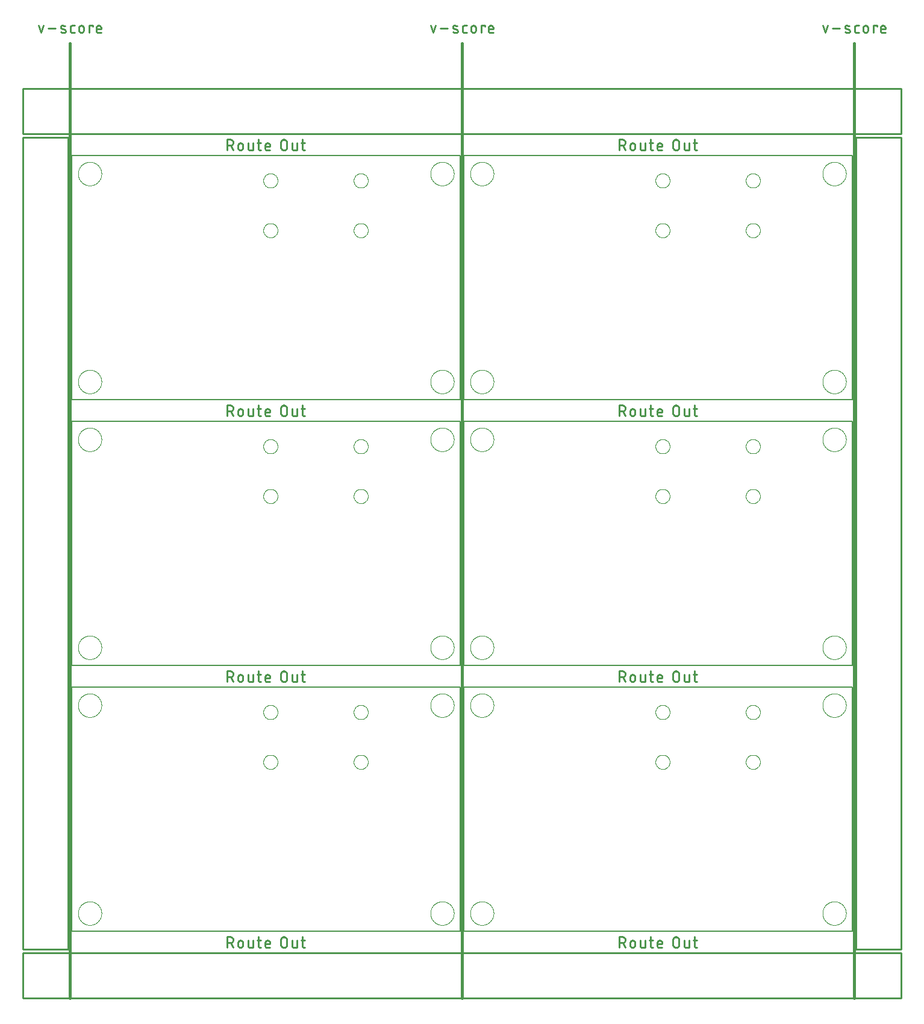
<source format=gko>
G75*
%MOIN*%
%OFA0B0*%
%FSLAX25Y25*%
%IPPOS*%
%LPD*%
%AMOC8*
5,1,8,0,0,1.08239X$1,22.5*
%
%ADD10C,0.00600*%
%ADD11C,0.01100*%
%ADD12C,0.01500*%
%ADD13C,0.01000*%
%ADD14C,0.00000*%
D10*
X0028500Y0038750D02*
X0243500Y0038750D01*
X0243500Y0173750D01*
X0028500Y0173750D01*
X0028500Y0038750D01*
X0028500Y0185750D02*
X0243500Y0185750D01*
X0243500Y0320750D01*
X0028500Y0320750D01*
X0028500Y0185750D01*
X0028500Y0332750D02*
X0243500Y0332750D01*
X0243500Y0467750D01*
X0028500Y0467750D01*
X0028500Y0332750D01*
X0245500Y0332750D02*
X0460500Y0332750D01*
X0460500Y0467750D01*
X0245500Y0467750D01*
X0245500Y0332750D01*
X0245500Y0320750D02*
X0460500Y0320750D01*
X0460500Y0185750D01*
X0245500Y0185750D01*
X0245500Y0320750D01*
X0245500Y0173750D02*
X0460500Y0173750D01*
X0460500Y0038750D01*
X0245500Y0038750D01*
X0245500Y0173750D01*
D11*
X0331545Y0176800D02*
X0331545Y0182700D01*
X0333184Y0182700D01*
X0333263Y0182698D01*
X0333342Y0182692D01*
X0333421Y0182683D01*
X0333499Y0182669D01*
X0333576Y0182652D01*
X0333653Y0182632D01*
X0333728Y0182607D01*
X0333802Y0182579D01*
X0333875Y0182547D01*
X0333946Y0182512D01*
X0334015Y0182474D01*
X0334082Y0182432D01*
X0334147Y0182387D01*
X0334210Y0182339D01*
X0334271Y0182288D01*
X0334329Y0182234D01*
X0334384Y0182177D01*
X0334437Y0182118D01*
X0334486Y0182056D01*
X0334533Y0181992D01*
X0334576Y0181926D01*
X0334616Y0181858D01*
X0334653Y0181787D01*
X0334687Y0181716D01*
X0334716Y0181642D01*
X0334743Y0181567D01*
X0334765Y0181492D01*
X0334784Y0181415D01*
X0334800Y0181337D01*
X0334811Y0181259D01*
X0334819Y0181180D01*
X0334823Y0181101D01*
X0334823Y0181021D01*
X0334819Y0180942D01*
X0334811Y0180863D01*
X0334800Y0180785D01*
X0334784Y0180707D01*
X0334765Y0180630D01*
X0334743Y0180555D01*
X0334716Y0180480D01*
X0334687Y0180406D01*
X0334653Y0180335D01*
X0334616Y0180264D01*
X0334576Y0180196D01*
X0334533Y0180130D01*
X0334486Y0180066D01*
X0334437Y0180004D01*
X0334384Y0179945D01*
X0334329Y0179888D01*
X0334271Y0179834D01*
X0334210Y0179783D01*
X0334147Y0179735D01*
X0334082Y0179690D01*
X0334015Y0179648D01*
X0333946Y0179610D01*
X0333875Y0179575D01*
X0333802Y0179543D01*
X0333728Y0179515D01*
X0333653Y0179490D01*
X0333576Y0179470D01*
X0333499Y0179453D01*
X0333421Y0179439D01*
X0333342Y0179430D01*
X0333263Y0179424D01*
X0333184Y0179422D01*
X0331545Y0179422D01*
X0333512Y0179422D02*
X0334823Y0176800D01*
X0337562Y0178111D02*
X0337562Y0179422D01*
X0337564Y0179493D01*
X0337570Y0179564D01*
X0337579Y0179634D01*
X0337593Y0179704D01*
X0337610Y0179773D01*
X0337631Y0179841D01*
X0337655Y0179907D01*
X0337683Y0179972D01*
X0337715Y0180036D01*
X0337750Y0180098D01*
X0337788Y0180158D01*
X0337829Y0180215D01*
X0337874Y0180271D01*
X0337921Y0180324D01*
X0337971Y0180374D01*
X0338024Y0180421D01*
X0338080Y0180466D01*
X0338137Y0180507D01*
X0338197Y0180545D01*
X0338259Y0180580D01*
X0338323Y0180612D01*
X0338388Y0180640D01*
X0338454Y0180664D01*
X0338522Y0180685D01*
X0338591Y0180702D01*
X0338661Y0180716D01*
X0338731Y0180725D01*
X0338802Y0180731D01*
X0338873Y0180733D01*
X0338944Y0180731D01*
X0339015Y0180725D01*
X0339085Y0180716D01*
X0339155Y0180702D01*
X0339224Y0180685D01*
X0339292Y0180664D01*
X0339358Y0180640D01*
X0339423Y0180612D01*
X0339487Y0180580D01*
X0339549Y0180545D01*
X0339609Y0180507D01*
X0339666Y0180466D01*
X0339722Y0180421D01*
X0339775Y0180374D01*
X0339825Y0180324D01*
X0339872Y0180271D01*
X0339917Y0180215D01*
X0339958Y0180158D01*
X0339996Y0180098D01*
X0340031Y0180036D01*
X0340063Y0179972D01*
X0340091Y0179907D01*
X0340115Y0179841D01*
X0340136Y0179773D01*
X0340153Y0179704D01*
X0340167Y0179634D01*
X0340176Y0179564D01*
X0340182Y0179493D01*
X0340184Y0179422D01*
X0340184Y0178111D01*
X0340182Y0178040D01*
X0340176Y0177969D01*
X0340167Y0177899D01*
X0340153Y0177829D01*
X0340136Y0177760D01*
X0340115Y0177692D01*
X0340091Y0177626D01*
X0340063Y0177561D01*
X0340031Y0177497D01*
X0339996Y0177435D01*
X0339958Y0177375D01*
X0339917Y0177318D01*
X0339872Y0177262D01*
X0339825Y0177209D01*
X0339775Y0177159D01*
X0339722Y0177112D01*
X0339666Y0177067D01*
X0339609Y0177026D01*
X0339549Y0176988D01*
X0339487Y0176953D01*
X0339423Y0176921D01*
X0339358Y0176893D01*
X0339292Y0176869D01*
X0339224Y0176848D01*
X0339155Y0176831D01*
X0339085Y0176817D01*
X0339015Y0176808D01*
X0338944Y0176802D01*
X0338873Y0176800D01*
X0338802Y0176802D01*
X0338731Y0176808D01*
X0338661Y0176817D01*
X0338591Y0176831D01*
X0338522Y0176848D01*
X0338454Y0176869D01*
X0338388Y0176893D01*
X0338323Y0176921D01*
X0338259Y0176953D01*
X0338197Y0176988D01*
X0338137Y0177026D01*
X0338080Y0177067D01*
X0338024Y0177112D01*
X0337971Y0177159D01*
X0337921Y0177209D01*
X0337874Y0177262D01*
X0337829Y0177318D01*
X0337788Y0177375D01*
X0337750Y0177435D01*
X0337715Y0177497D01*
X0337683Y0177561D01*
X0337655Y0177626D01*
X0337631Y0177692D01*
X0337610Y0177760D01*
X0337593Y0177829D01*
X0337579Y0177899D01*
X0337570Y0177969D01*
X0337564Y0178040D01*
X0337562Y0178111D01*
X0343101Y0177783D02*
X0343101Y0180733D01*
X0345723Y0180733D02*
X0345723Y0176800D01*
X0344084Y0176800D01*
X0344022Y0176802D01*
X0343961Y0176808D01*
X0343900Y0176817D01*
X0343840Y0176831D01*
X0343780Y0176848D01*
X0343722Y0176869D01*
X0343665Y0176894D01*
X0343610Y0176922D01*
X0343557Y0176953D01*
X0343506Y0176988D01*
X0343457Y0177026D01*
X0343411Y0177066D01*
X0343367Y0177110D01*
X0343327Y0177156D01*
X0343289Y0177205D01*
X0343254Y0177256D01*
X0343223Y0177309D01*
X0343195Y0177364D01*
X0343170Y0177421D01*
X0343149Y0177479D01*
X0343132Y0177539D01*
X0343118Y0177599D01*
X0343109Y0177660D01*
X0343103Y0177721D01*
X0343101Y0177783D01*
X0348733Y0177783D02*
X0348733Y0182700D01*
X0348078Y0180733D02*
X0350044Y0180733D01*
X0352537Y0179422D02*
X0352537Y0177783D01*
X0352539Y0177721D01*
X0352545Y0177660D01*
X0352554Y0177599D01*
X0352568Y0177539D01*
X0352585Y0177479D01*
X0352606Y0177421D01*
X0352631Y0177364D01*
X0352659Y0177309D01*
X0352690Y0177256D01*
X0352725Y0177205D01*
X0352763Y0177156D01*
X0352803Y0177110D01*
X0352847Y0177066D01*
X0352893Y0177026D01*
X0352942Y0176988D01*
X0352993Y0176953D01*
X0353046Y0176922D01*
X0353101Y0176894D01*
X0353158Y0176869D01*
X0353216Y0176848D01*
X0353276Y0176831D01*
X0353336Y0176817D01*
X0353397Y0176808D01*
X0353458Y0176802D01*
X0353520Y0176800D01*
X0355159Y0176800D01*
X0355159Y0178767D02*
X0352537Y0178767D01*
X0352537Y0179422D02*
X0352539Y0179493D01*
X0352545Y0179564D01*
X0352554Y0179634D01*
X0352568Y0179704D01*
X0352585Y0179773D01*
X0352606Y0179841D01*
X0352630Y0179907D01*
X0352658Y0179972D01*
X0352690Y0180036D01*
X0352725Y0180098D01*
X0352763Y0180158D01*
X0352804Y0180215D01*
X0352849Y0180271D01*
X0352896Y0180324D01*
X0352946Y0180374D01*
X0352999Y0180421D01*
X0353055Y0180466D01*
X0353112Y0180507D01*
X0353172Y0180545D01*
X0353234Y0180580D01*
X0353298Y0180612D01*
X0353363Y0180640D01*
X0353429Y0180664D01*
X0353497Y0180685D01*
X0353566Y0180702D01*
X0353636Y0180716D01*
X0353706Y0180725D01*
X0353777Y0180731D01*
X0353848Y0180733D01*
X0353919Y0180731D01*
X0353990Y0180725D01*
X0354060Y0180716D01*
X0354130Y0180702D01*
X0354199Y0180685D01*
X0354267Y0180664D01*
X0354333Y0180640D01*
X0354398Y0180612D01*
X0354462Y0180580D01*
X0354524Y0180545D01*
X0354584Y0180507D01*
X0354641Y0180466D01*
X0354697Y0180421D01*
X0354750Y0180374D01*
X0354800Y0180324D01*
X0354847Y0180271D01*
X0354892Y0180215D01*
X0354933Y0180158D01*
X0354971Y0180098D01*
X0355006Y0180036D01*
X0355038Y0179972D01*
X0355066Y0179907D01*
X0355090Y0179841D01*
X0355111Y0179773D01*
X0355128Y0179704D01*
X0355142Y0179634D01*
X0355151Y0179564D01*
X0355157Y0179493D01*
X0355159Y0179422D01*
X0355159Y0178767D01*
X0350044Y0176800D02*
X0349716Y0176800D01*
X0349654Y0176802D01*
X0349593Y0176808D01*
X0349532Y0176817D01*
X0349472Y0176831D01*
X0349412Y0176848D01*
X0349354Y0176869D01*
X0349297Y0176894D01*
X0349242Y0176922D01*
X0349189Y0176953D01*
X0349138Y0176988D01*
X0349089Y0177026D01*
X0349043Y0177066D01*
X0348999Y0177110D01*
X0348959Y0177156D01*
X0348921Y0177205D01*
X0348886Y0177256D01*
X0348855Y0177309D01*
X0348827Y0177364D01*
X0348802Y0177421D01*
X0348781Y0177479D01*
X0348764Y0177539D01*
X0348750Y0177599D01*
X0348741Y0177660D01*
X0348735Y0177721D01*
X0348733Y0177783D01*
X0361235Y0178439D02*
X0361235Y0181061D01*
X0361237Y0181140D01*
X0361243Y0181219D01*
X0361252Y0181298D01*
X0361266Y0181376D01*
X0361283Y0181453D01*
X0361303Y0181530D01*
X0361328Y0181605D01*
X0361356Y0181679D01*
X0361388Y0181752D01*
X0361423Y0181823D01*
X0361461Y0181892D01*
X0361503Y0181959D01*
X0361548Y0182024D01*
X0361596Y0182087D01*
X0361647Y0182148D01*
X0361701Y0182206D01*
X0361758Y0182261D01*
X0361817Y0182314D01*
X0361879Y0182363D01*
X0361943Y0182410D01*
X0362009Y0182453D01*
X0362077Y0182493D01*
X0362148Y0182530D01*
X0362219Y0182564D01*
X0362293Y0182593D01*
X0362368Y0182620D01*
X0362443Y0182642D01*
X0362520Y0182661D01*
X0362598Y0182677D01*
X0362676Y0182688D01*
X0362755Y0182696D01*
X0362834Y0182700D01*
X0362914Y0182700D01*
X0362993Y0182696D01*
X0363072Y0182688D01*
X0363150Y0182677D01*
X0363228Y0182661D01*
X0363305Y0182642D01*
X0363380Y0182620D01*
X0363455Y0182593D01*
X0363529Y0182564D01*
X0363600Y0182530D01*
X0363671Y0182493D01*
X0363739Y0182453D01*
X0363805Y0182410D01*
X0363869Y0182363D01*
X0363931Y0182314D01*
X0363990Y0182261D01*
X0364047Y0182206D01*
X0364101Y0182148D01*
X0364152Y0182087D01*
X0364200Y0182024D01*
X0364245Y0181959D01*
X0364287Y0181892D01*
X0364325Y0181823D01*
X0364360Y0181752D01*
X0364392Y0181679D01*
X0364420Y0181605D01*
X0364445Y0181530D01*
X0364465Y0181453D01*
X0364482Y0181376D01*
X0364496Y0181298D01*
X0364505Y0181219D01*
X0364511Y0181140D01*
X0364513Y0181061D01*
X0364513Y0178439D01*
X0364511Y0178360D01*
X0364505Y0178281D01*
X0364496Y0178202D01*
X0364482Y0178124D01*
X0364465Y0178047D01*
X0364445Y0177970D01*
X0364420Y0177895D01*
X0364392Y0177821D01*
X0364360Y0177748D01*
X0364325Y0177677D01*
X0364287Y0177608D01*
X0364245Y0177541D01*
X0364200Y0177476D01*
X0364152Y0177413D01*
X0364101Y0177352D01*
X0364047Y0177294D01*
X0363990Y0177239D01*
X0363931Y0177186D01*
X0363869Y0177137D01*
X0363805Y0177090D01*
X0363739Y0177047D01*
X0363671Y0177007D01*
X0363600Y0176970D01*
X0363529Y0176936D01*
X0363455Y0176907D01*
X0363380Y0176880D01*
X0363305Y0176858D01*
X0363228Y0176839D01*
X0363150Y0176823D01*
X0363072Y0176812D01*
X0362993Y0176804D01*
X0362914Y0176800D01*
X0362834Y0176800D01*
X0362755Y0176804D01*
X0362676Y0176812D01*
X0362598Y0176823D01*
X0362520Y0176839D01*
X0362443Y0176858D01*
X0362368Y0176880D01*
X0362293Y0176907D01*
X0362219Y0176936D01*
X0362148Y0176970D01*
X0362077Y0177007D01*
X0362009Y0177047D01*
X0361943Y0177090D01*
X0361879Y0177137D01*
X0361817Y0177186D01*
X0361758Y0177239D01*
X0361701Y0177294D01*
X0361647Y0177352D01*
X0361596Y0177413D01*
X0361548Y0177476D01*
X0361503Y0177541D01*
X0361461Y0177608D01*
X0361423Y0177677D01*
X0361388Y0177748D01*
X0361356Y0177821D01*
X0361328Y0177895D01*
X0361303Y0177970D01*
X0361283Y0178047D01*
X0361266Y0178124D01*
X0361252Y0178202D01*
X0361243Y0178281D01*
X0361237Y0178360D01*
X0361235Y0178439D01*
X0367512Y0177783D02*
X0367512Y0180733D01*
X0370134Y0180733D02*
X0370134Y0176800D01*
X0368495Y0176800D01*
X0368433Y0176802D01*
X0368372Y0176808D01*
X0368311Y0176817D01*
X0368251Y0176831D01*
X0368191Y0176848D01*
X0368133Y0176869D01*
X0368076Y0176894D01*
X0368021Y0176922D01*
X0367968Y0176953D01*
X0367917Y0176988D01*
X0367868Y0177026D01*
X0367822Y0177066D01*
X0367778Y0177110D01*
X0367738Y0177156D01*
X0367700Y0177205D01*
X0367665Y0177256D01*
X0367634Y0177309D01*
X0367606Y0177364D01*
X0367581Y0177421D01*
X0367560Y0177479D01*
X0367543Y0177539D01*
X0367529Y0177599D01*
X0367520Y0177660D01*
X0367514Y0177721D01*
X0367512Y0177783D01*
X0373144Y0177783D02*
X0373144Y0182700D01*
X0372488Y0180733D02*
X0374455Y0180733D01*
X0373144Y0177783D02*
X0373146Y0177721D01*
X0373152Y0177660D01*
X0373161Y0177599D01*
X0373175Y0177539D01*
X0373192Y0177479D01*
X0373213Y0177421D01*
X0373238Y0177364D01*
X0373266Y0177309D01*
X0373297Y0177256D01*
X0373332Y0177205D01*
X0373370Y0177156D01*
X0373410Y0177110D01*
X0373454Y0177066D01*
X0373500Y0177026D01*
X0373549Y0176988D01*
X0373600Y0176953D01*
X0373653Y0176922D01*
X0373708Y0176894D01*
X0373765Y0176869D01*
X0373823Y0176848D01*
X0373883Y0176831D01*
X0373943Y0176817D01*
X0374004Y0176808D01*
X0374065Y0176802D01*
X0374127Y0176800D01*
X0374455Y0176800D01*
X0373144Y0035700D02*
X0373144Y0030783D01*
X0373146Y0030721D01*
X0373152Y0030660D01*
X0373161Y0030599D01*
X0373175Y0030539D01*
X0373192Y0030479D01*
X0373213Y0030421D01*
X0373238Y0030364D01*
X0373266Y0030309D01*
X0373297Y0030256D01*
X0373332Y0030205D01*
X0373370Y0030156D01*
X0373410Y0030110D01*
X0373454Y0030066D01*
X0373500Y0030026D01*
X0373549Y0029988D01*
X0373600Y0029953D01*
X0373653Y0029922D01*
X0373708Y0029894D01*
X0373765Y0029869D01*
X0373823Y0029848D01*
X0373883Y0029831D01*
X0373943Y0029817D01*
X0374004Y0029808D01*
X0374065Y0029802D01*
X0374127Y0029800D01*
X0374455Y0029800D01*
X0374455Y0033733D02*
X0372488Y0033733D01*
X0370134Y0033733D02*
X0370134Y0029800D01*
X0368495Y0029800D01*
X0368433Y0029802D01*
X0368372Y0029808D01*
X0368311Y0029817D01*
X0368251Y0029831D01*
X0368191Y0029848D01*
X0368133Y0029869D01*
X0368076Y0029894D01*
X0368021Y0029922D01*
X0367968Y0029953D01*
X0367917Y0029988D01*
X0367868Y0030026D01*
X0367822Y0030066D01*
X0367778Y0030110D01*
X0367738Y0030156D01*
X0367700Y0030205D01*
X0367665Y0030256D01*
X0367634Y0030309D01*
X0367606Y0030364D01*
X0367581Y0030421D01*
X0367560Y0030479D01*
X0367543Y0030539D01*
X0367529Y0030599D01*
X0367520Y0030660D01*
X0367514Y0030721D01*
X0367512Y0030783D01*
X0367512Y0033733D01*
X0364513Y0034061D02*
X0364513Y0031439D01*
X0364511Y0031360D01*
X0364505Y0031281D01*
X0364496Y0031202D01*
X0364482Y0031124D01*
X0364465Y0031047D01*
X0364445Y0030970D01*
X0364420Y0030895D01*
X0364392Y0030821D01*
X0364360Y0030748D01*
X0364325Y0030677D01*
X0364287Y0030608D01*
X0364245Y0030541D01*
X0364200Y0030476D01*
X0364152Y0030413D01*
X0364101Y0030352D01*
X0364047Y0030294D01*
X0363990Y0030239D01*
X0363931Y0030186D01*
X0363869Y0030137D01*
X0363805Y0030090D01*
X0363739Y0030047D01*
X0363671Y0030007D01*
X0363600Y0029970D01*
X0363529Y0029936D01*
X0363455Y0029907D01*
X0363380Y0029880D01*
X0363305Y0029858D01*
X0363228Y0029839D01*
X0363150Y0029823D01*
X0363072Y0029812D01*
X0362993Y0029804D01*
X0362914Y0029800D01*
X0362834Y0029800D01*
X0362755Y0029804D01*
X0362676Y0029812D01*
X0362598Y0029823D01*
X0362520Y0029839D01*
X0362443Y0029858D01*
X0362368Y0029880D01*
X0362293Y0029907D01*
X0362219Y0029936D01*
X0362148Y0029970D01*
X0362077Y0030007D01*
X0362009Y0030047D01*
X0361943Y0030090D01*
X0361879Y0030137D01*
X0361817Y0030186D01*
X0361758Y0030239D01*
X0361701Y0030294D01*
X0361647Y0030352D01*
X0361596Y0030413D01*
X0361548Y0030476D01*
X0361503Y0030541D01*
X0361461Y0030608D01*
X0361423Y0030677D01*
X0361388Y0030748D01*
X0361356Y0030821D01*
X0361328Y0030895D01*
X0361303Y0030970D01*
X0361283Y0031047D01*
X0361266Y0031124D01*
X0361252Y0031202D01*
X0361243Y0031281D01*
X0361237Y0031360D01*
X0361235Y0031439D01*
X0361235Y0034061D01*
X0361237Y0034140D01*
X0361243Y0034219D01*
X0361252Y0034298D01*
X0361266Y0034376D01*
X0361283Y0034453D01*
X0361303Y0034530D01*
X0361328Y0034605D01*
X0361356Y0034679D01*
X0361388Y0034752D01*
X0361423Y0034823D01*
X0361461Y0034892D01*
X0361503Y0034959D01*
X0361548Y0035024D01*
X0361596Y0035087D01*
X0361647Y0035148D01*
X0361701Y0035206D01*
X0361758Y0035261D01*
X0361817Y0035314D01*
X0361879Y0035363D01*
X0361943Y0035410D01*
X0362009Y0035453D01*
X0362077Y0035493D01*
X0362148Y0035530D01*
X0362219Y0035564D01*
X0362293Y0035593D01*
X0362368Y0035620D01*
X0362443Y0035642D01*
X0362520Y0035661D01*
X0362598Y0035677D01*
X0362676Y0035688D01*
X0362755Y0035696D01*
X0362834Y0035700D01*
X0362914Y0035700D01*
X0362993Y0035696D01*
X0363072Y0035688D01*
X0363150Y0035677D01*
X0363228Y0035661D01*
X0363305Y0035642D01*
X0363380Y0035620D01*
X0363455Y0035593D01*
X0363529Y0035564D01*
X0363600Y0035530D01*
X0363671Y0035493D01*
X0363739Y0035453D01*
X0363805Y0035410D01*
X0363869Y0035363D01*
X0363931Y0035314D01*
X0363990Y0035261D01*
X0364047Y0035206D01*
X0364101Y0035148D01*
X0364152Y0035087D01*
X0364200Y0035024D01*
X0364245Y0034959D01*
X0364287Y0034892D01*
X0364325Y0034823D01*
X0364360Y0034752D01*
X0364392Y0034679D01*
X0364420Y0034605D01*
X0364445Y0034530D01*
X0364465Y0034453D01*
X0364482Y0034376D01*
X0364496Y0034298D01*
X0364505Y0034219D01*
X0364511Y0034140D01*
X0364513Y0034061D01*
X0355159Y0032422D02*
X0355159Y0031767D01*
X0352537Y0031767D01*
X0352537Y0032422D02*
X0352537Y0030783D01*
X0352539Y0030721D01*
X0352545Y0030660D01*
X0352554Y0030599D01*
X0352568Y0030539D01*
X0352585Y0030479D01*
X0352606Y0030421D01*
X0352631Y0030364D01*
X0352659Y0030309D01*
X0352690Y0030256D01*
X0352725Y0030205D01*
X0352763Y0030156D01*
X0352803Y0030110D01*
X0352847Y0030066D01*
X0352893Y0030026D01*
X0352942Y0029988D01*
X0352993Y0029953D01*
X0353046Y0029922D01*
X0353101Y0029894D01*
X0353158Y0029869D01*
X0353216Y0029848D01*
X0353276Y0029831D01*
X0353336Y0029817D01*
X0353397Y0029808D01*
X0353458Y0029802D01*
X0353520Y0029800D01*
X0355159Y0029800D01*
X0355159Y0032422D02*
X0355157Y0032493D01*
X0355151Y0032564D01*
X0355142Y0032634D01*
X0355128Y0032704D01*
X0355111Y0032773D01*
X0355090Y0032841D01*
X0355066Y0032907D01*
X0355038Y0032972D01*
X0355006Y0033036D01*
X0354971Y0033098D01*
X0354933Y0033158D01*
X0354892Y0033215D01*
X0354847Y0033271D01*
X0354800Y0033324D01*
X0354750Y0033374D01*
X0354697Y0033421D01*
X0354641Y0033466D01*
X0354584Y0033507D01*
X0354524Y0033545D01*
X0354462Y0033580D01*
X0354398Y0033612D01*
X0354333Y0033640D01*
X0354267Y0033664D01*
X0354199Y0033685D01*
X0354130Y0033702D01*
X0354060Y0033716D01*
X0353990Y0033725D01*
X0353919Y0033731D01*
X0353848Y0033733D01*
X0353777Y0033731D01*
X0353706Y0033725D01*
X0353636Y0033716D01*
X0353566Y0033702D01*
X0353497Y0033685D01*
X0353429Y0033664D01*
X0353363Y0033640D01*
X0353298Y0033612D01*
X0353234Y0033580D01*
X0353172Y0033545D01*
X0353112Y0033507D01*
X0353055Y0033466D01*
X0352999Y0033421D01*
X0352946Y0033374D01*
X0352896Y0033324D01*
X0352849Y0033271D01*
X0352804Y0033215D01*
X0352763Y0033158D01*
X0352725Y0033098D01*
X0352690Y0033036D01*
X0352658Y0032972D01*
X0352630Y0032907D01*
X0352606Y0032841D01*
X0352585Y0032773D01*
X0352568Y0032704D01*
X0352554Y0032634D01*
X0352545Y0032564D01*
X0352539Y0032493D01*
X0352537Y0032422D01*
X0350044Y0033733D02*
X0348078Y0033733D01*
X0348733Y0035700D02*
X0348733Y0030783D01*
X0348735Y0030721D01*
X0348741Y0030660D01*
X0348750Y0030599D01*
X0348764Y0030539D01*
X0348781Y0030479D01*
X0348802Y0030421D01*
X0348827Y0030364D01*
X0348855Y0030309D01*
X0348886Y0030256D01*
X0348921Y0030205D01*
X0348959Y0030156D01*
X0348999Y0030110D01*
X0349043Y0030066D01*
X0349089Y0030026D01*
X0349138Y0029988D01*
X0349189Y0029953D01*
X0349242Y0029922D01*
X0349297Y0029894D01*
X0349354Y0029869D01*
X0349412Y0029848D01*
X0349472Y0029831D01*
X0349532Y0029817D01*
X0349593Y0029808D01*
X0349654Y0029802D01*
X0349716Y0029800D01*
X0350044Y0029800D01*
X0345723Y0029800D02*
X0345723Y0033733D01*
X0343101Y0033733D02*
X0343101Y0030783D01*
X0343103Y0030721D01*
X0343109Y0030660D01*
X0343118Y0030599D01*
X0343132Y0030539D01*
X0343149Y0030479D01*
X0343170Y0030421D01*
X0343195Y0030364D01*
X0343223Y0030309D01*
X0343254Y0030256D01*
X0343289Y0030205D01*
X0343327Y0030156D01*
X0343367Y0030110D01*
X0343411Y0030066D01*
X0343457Y0030026D01*
X0343506Y0029988D01*
X0343557Y0029953D01*
X0343610Y0029922D01*
X0343665Y0029894D01*
X0343722Y0029869D01*
X0343780Y0029848D01*
X0343840Y0029831D01*
X0343900Y0029817D01*
X0343961Y0029808D01*
X0344022Y0029802D01*
X0344084Y0029800D01*
X0345723Y0029800D01*
X0340184Y0031111D02*
X0340184Y0032422D01*
X0340182Y0032493D01*
X0340176Y0032564D01*
X0340167Y0032634D01*
X0340153Y0032704D01*
X0340136Y0032773D01*
X0340115Y0032841D01*
X0340091Y0032907D01*
X0340063Y0032972D01*
X0340031Y0033036D01*
X0339996Y0033098D01*
X0339958Y0033158D01*
X0339917Y0033215D01*
X0339872Y0033271D01*
X0339825Y0033324D01*
X0339775Y0033374D01*
X0339722Y0033421D01*
X0339666Y0033466D01*
X0339609Y0033507D01*
X0339549Y0033545D01*
X0339487Y0033580D01*
X0339423Y0033612D01*
X0339358Y0033640D01*
X0339292Y0033664D01*
X0339224Y0033685D01*
X0339155Y0033702D01*
X0339085Y0033716D01*
X0339015Y0033725D01*
X0338944Y0033731D01*
X0338873Y0033733D01*
X0338802Y0033731D01*
X0338731Y0033725D01*
X0338661Y0033716D01*
X0338591Y0033702D01*
X0338522Y0033685D01*
X0338454Y0033664D01*
X0338388Y0033640D01*
X0338323Y0033612D01*
X0338259Y0033580D01*
X0338197Y0033545D01*
X0338137Y0033507D01*
X0338080Y0033466D01*
X0338024Y0033421D01*
X0337971Y0033374D01*
X0337921Y0033324D01*
X0337874Y0033271D01*
X0337829Y0033215D01*
X0337788Y0033158D01*
X0337750Y0033098D01*
X0337715Y0033036D01*
X0337683Y0032972D01*
X0337655Y0032907D01*
X0337631Y0032841D01*
X0337610Y0032773D01*
X0337593Y0032704D01*
X0337579Y0032634D01*
X0337570Y0032564D01*
X0337564Y0032493D01*
X0337562Y0032422D01*
X0337562Y0031111D01*
X0337564Y0031040D01*
X0337570Y0030969D01*
X0337579Y0030899D01*
X0337593Y0030829D01*
X0337610Y0030760D01*
X0337631Y0030692D01*
X0337655Y0030626D01*
X0337683Y0030561D01*
X0337715Y0030497D01*
X0337750Y0030435D01*
X0337788Y0030375D01*
X0337829Y0030318D01*
X0337874Y0030262D01*
X0337921Y0030209D01*
X0337971Y0030159D01*
X0338024Y0030112D01*
X0338080Y0030067D01*
X0338137Y0030026D01*
X0338197Y0029988D01*
X0338259Y0029953D01*
X0338323Y0029921D01*
X0338388Y0029893D01*
X0338454Y0029869D01*
X0338522Y0029848D01*
X0338591Y0029831D01*
X0338661Y0029817D01*
X0338731Y0029808D01*
X0338802Y0029802D01*
X0338873Y0029800D01*
X0338944Y0029802D01*
X0339015Y0029808D01*
X0339085Y0029817D01*
X0339155Y0029831D01*
X0339224Y0029848D01*
X0339292Y0029869D01*
X0339358Y0029893D01*
X0339423Y0029921D01*
X0339487Y0029953D01*
X0339549Y0029988D01*
X0339609Y0030026D01*
X0339666Y0030067D01*
X0339722Y0030112D01*
X0339775Y0030159D01*
X0339825Y0030209D01*
X0339872Y0030262D01*
X0339917Y0030318D01*
X0339958Y0030375D01*
X0339996Y0030435D01*
X0340031Y0030497D01*
X0340063Y0030561D01*
X0340091Y0030626D01*
X0340115Y0030692D01*
X0340136Y0030760D01*
X0340153Y0030829D01*
X0340167Y0030899D01*
X0340176Y0030969D01*
X0340182Y0031040D01*
X0340184Y0031111D01*
X0334823Y0029800D02*
X0333512Y0032422D01*
X0333184Y0032422D02*
X0331545Y0032422D01*
X0333184Y0032422D02*
X0333263Y0032424D01*
X0333342Y0032430D01*
X0333421Y0032439D01*
X0333499Y0032453D01*
X0333576Y0032470D01*
X0333653Y0032490D01*
X0333728Y0032515D01*
X0333802Y0032543D01*
X0333875Y0032575D01*
X0333946Y0032610D01*
X0334015Y0032648D01*
X0334082Y0032690D01*
X0334147Y0032735D01*
X0334210Y0032783D01*
X0334271Y0032834D01*
X0334329Y0032888D01*
X0334384Y0032945D01*
X0334437Y0033004D01*
X0334486Y0033066D01*
X0334533Y0033130D01*
X0334576Y0033196D01*
X0334616Y0033264D01*
X0334653Y0033335D01*
X0334687Y0033406D01*
X0334716Y0033480D01*
X0334743Y0033555D01*
X0334765Y0033630D01*
X0334784Y0033707D01*
X0334800Y0033785D01*
X0334811Y0033863D01*
X0334819Y0033942D01*
X0334823Y0034021D01*
X0334823Y0034101D01*
X0334819Y0034180D01*
X0334811Y0034259D01*
X0334800Y0034337D01*
X0334784Y0034415D01*
X0334765Y0034492D01*
X0334743Y0034567D01*
X0334716Y0034642D01*
X0334687Y0034716D01*
X0334653Y0034787D01*
X0334616Y0034858D01*
X0334576Y0034926D01*
X0334533Y0034992D01*
X0334486Y0035056D01*
X0334437Y0035118D01*
X0334384Y0035177D01*
X0334329Y0035234D01*
X0334271Y0035288D01*
X0334210Y0035339D01*
X0334147Y0035387D01*
X0334082Y0035432D01*
X0334015Y0035474D01*
X0333946Y0035512D01*
X0333875Y0035547D01*
X0333802Y0035579D01*
X0333728Y0035607D01*
X0333653Y0035632D01*
X0333576Y0035652D01*
X0333499Y0035669D01*
X0333421Y0035683D01*
X0333342Y0035692D01*
X0333263Y0035698D01*
X0333184Y0035700D01*
X0331545Y0035700D01*
X0331545Y0029800D01*
X0157455Y0029800D02*
X0157127Y0029800D01*
X0157065Y0029802D01*
X0157004Y0029808D01*
X0156943Y0029817D01*
X0156883Y0029831D01*
X0156823Y0029848D01*
X0156765Y0029869D01*
X0156708Y0029894D01*
X0156653Y0029922D01*
X0156600Y0029953D01*
X0156549Y0029988D01*
X0156500Y0030026D01*
X0156454Y0030066D01*
X0156410Y0030110D01*
X0156370Y0030156D01*
X0156332Y0030205D01*
X0156297Y0030256D01*
X0156266Y0030309D01*
X0156238Y0030364D01*
X0156213Y0030421D01*
X0156192Y0030479D01*
X0156175Y0030539D01*
X0156161Y0030599D01*
X0156152Y0030660D01*
X0156146Y0030721D01*
X0156144Y0030783D01*
X0156144Y0035700D01*
X0155488Y0033733D02*
X0157455Y0033733D01*
X0153134Y0033733D02*
X0153134Y0029800D01*
X0151495Y0029800D01*
X0151433Y0029802D01*
X0151372Y0029808D01*
X0151311Y0029817D01*
X0151251Y0029831D01*
X0151191Y0029848D01*
X0151133Y0029869D01*
X0151076Y0029894D01*
X0151021Y0029922D01*
X0150968Y0029953D01*
X0150917Y0029988D01*
X0150868Y0030026D01*
X0150822Y0030066D01*
X0150778Y0030110D01*
X0150738Y0030156D01*
X0150700Y0030205D01*
X0150665Y0030256D01*
X0150634Y0030309D01*
X0150606Y0030364D01*
X0150581Y0030421D01*
X0150560Y0030479D01*
X0150543Y0030539D01*
X0150529Y0030599D01*
X0150520Y0030660D01*
X0150514Y0030721D01*
X0150512Y0030783D01*
X0150512Y0033733D01*
X0147513Y0034061D02*
X0147513Y0031439D01*
X0147511Y0031360D01*
X0147505Y0031281D01*
X0147496Y0031202D01*
X0147482Y0031124D01*
X0147465Y0031047D01*
X0147445Y0030970D01*
X0147420Y0030895D01*
X0147392Y0030821D01*
X0147360Y0030748D01*
X0147325Y0030677D01*
X0147287Y0030608D01*
X0147245Y0030541D01*
X0147200Y0030476D01*
X0147152Y0030413D01*
X0147101Y0030352D01*
X0147047Y0030294D01*
X0146990Y0030239D01*
X0146931Y0030186D01*
X0146869Y0030137D01*
X0146805Y0030090D01*
X0146739Y0030047D01*
X0146671Y0030007D01*
X0146600Y0029970D01*
X0146529Y0029936D01*
X0146455Y0029907D01*
X0146380Y0029880D01*
X0146305Y0029858D01*
X0146228Y0029839D01*
X0146150Y0029823D01*
X0146072Y0029812D01*
X0145993Y0029804D01*
X0145914Y0029800D01*
X0145834Y0029800D01*
X0145755Y0029804D01*
X0145676Y0029812D01*
X0145598Y0029823D01*
X0145520Y0029839D01*
X0145443Y0029858D01*
X0145368Y0029880D01*
X0145293Y0029907D01*
X0145219Y0029936D01*
X0145148Y0029970D01*
X0145077Y0030007D01*
X0145009Y0030047D01*
X0144943Y0030090D01*
X0144879Y0030137D01*
X0144817Y0030186D01*
X0144758Y0030239D01*
X0144701Y0030294D01*
X0144647Y0030352D01*
X0144596Y0030413D01*
X0144548Y0030476D01*
X0144503Y0030541D01*
X0144461Y0030608D01*
X0144423Y0030677D01*
X0144388Y0030748D01*
X0144356Y0030821D01*
X0144328Y0030895D01*
X0144303Y0030970D01*
X0144283Y0031047D01*
X0144266Y0031124D01*
X0144252Y0031202D01*
X0144243Y0031281D01*
X0144237Y0031360D01*
X0144235Y0031439D01*
X0144235Y0034061D01*
X0144237Y0034140D01*
X0144243Y0034219D01*
X0144252Y0034298D01*
X0144266Y0034376D01*
X0144283Y0034453D01*
X0144303Y0034530D01*
X0144328Y0034605D01*
X0144356Y0034679D01*
X0144388Y0034752D01*
X0144423Y0034823D01*
X0144461Y0034892D01*
X0144503Y0034959D01*
X0144548Y0035024D01*
X0144596Y0035087D01*
X0144647Y0035148D01*
X0144701Y0035206D01*
X0144758Y0035261D01*
X0144817Y0035314D01*
X0144879Y0035363D01*
X0144943Y0035410D01*
X0145009Y0035453D01*
X0145077Y0035493D01*
X0145148Y0035530D01*
X0145219Y0035564D01*
X0145293Y0035593D01*
X0145368Y0035620D01*
X0145443Y0035642D01*
X0145520Y0035661D01*
X0145598Y0035677D01*
X0145676Y0035688D01*
X0145755Y0035696D01*
X0145834Y0035700D01*
X0145914Y0035700D01*
X0145993Y0035696D01*
X0146072Y0035688D01*
X0146150Y0035677D01*
X0146228Y0035661D01*
X0146305Y0035642D01*
X0146380Y0035620D01*
X0146455Y0035593D01*
X0146529Y0035564D01*
X0146600Y0035530D01*
X0146671Y0035493D01*
X0146739Y0035453D01*
X0146805Y0035410D01*
X0146869Y0035363D01*
X0146931Y0035314D01*
X0146990Y0035261D01*
X0147047Y0035206D01*
X0147101Y0035148D01*
X0147152Y0035087D01*
X0147200Y0035024D01*
X0147245Y0034959D01*
X0147287Y0034892D01*
X0147325Y0034823D01*
X0147360Y0034752D01*
X0147392Y0034679D01*
X0147420Y0034605D01*
X0147445Y0034530D01*
X0147465Y0034453D01*
X0147482Y0034376D01*
X0147496Y0034298D01*
X0147505Y0034219D01*
X0147511Y0034140D01*
X0147513Y0034061D01*
X0138159Y0032422D02*
X0138159Y0031767D01*
X0135537Y0031767D01*
X0135537Y0032422D02*
X0135537Y0030783D01*
X0135539Y0030721D01*
X0135545Y0030660D01*
X0135554Y0030599D01*
X0135568Y0030539D01*
X0135585Y0030479D01*
X0135606Y0030421D01*
X0135631Y0030364D01*
X0135659Y0030309D01*
X0135690Y0030256D01*
X0135725Y0030205D01*
X0135763Y0030156D01*
X0135803Y0030110D01*
X0135847Y0030066D01*
X0135893Y0030026D01*
X0135942Y0029988D01*
X0135993Y0029953D01*
X0136046Y0029922D01*
X0136101Y0029894D01*
X0136158Y0029869D01*
X0136216Y0029848D01*
X0136276Y0029831D01*
X0136336Y0029817D01*
X0136397Y0029808D01*
X0136458Y0029802D01*
X0136520Y0029800D01*
X0138159Y0029800D01*
X0138159Y0032422D02*
X0138157Y0032493D01*
X0138151Y0032564D01*
X0138142Y0032634D01*
X0138128Y0032704D01*
X0138111Y0032773D01*
X0138090Y0032841D01*
X0138066Y0032907D01*
X0138038Y0032972D01*
X0138006Y0033036D01*
X0137971Y0033098D01*
X0137933Y0033158D01*
X0137892Y0033215D01*
X0137847Y0033271D01*
X0137800Y0033324D01*
X0137750Y0033374D01*
X0137697Y0033421D01*
X0137641Y0033466D01*
X0137584Y0033507D01*
X0137524Y0033545D01*
X0137462Y0033580D01*
X0137398Y0033612D01*
X0137333Y0033640D01*
X0137267Y0033664D01*
X0137199Y0033685D01*
X0137130Y0033702D01*
X0137060Y0033716D01*
X0136990Y0033725D01*
X0136919Y0033731D01*
X0136848Y0033733D01*
X0136777Y0033731D01*
X0136706Y0033725D01*
X0136636Y0033716D01*
X0136566Y0033702D01*
X0136497Y0033685D01*
X0136429Y0033664D01*
X0136363Y0033640D01*
X0136298Y0033612D01*
X0136234Y0033580D01*
X0136172Y0033545D01*
X0136112Y0033507D01*
X0136055Y0033466D01*
X0135999Y0033421D01*
X0135946Y0033374D01*
X0135896Y0033324D01*
X0135849Y0033271D01*
X0135804Y0033215D01*
X0135763Y0033158D01*
X0135725Y0033098D01*
X0135690Y0033036D01*
X0135658Y0032972D01*
X0135630Y0032907D01*
X0135606Y0032841D01*
X0135585Y0032773D01*
X0135568Y0032704D01*
X0135554Y0032634D01*
X0135545Y0032564D01*
X0135539Y0032493D01*
X0135537Y0032422D01*
X0133044Y0033733D02*
X0131078Y0033733D01*
X0131733Y0035700D02*
X0131733Y0030783D01*
X0131735Y0030721D01*
X0131741Y0030660D01*
X0131750Y0030599D01*
X0131764Y0030539D01*
X0131781Y0030479D01*
X0131802Y0030421D01*
X0131827Y0030364D01*
X0131855Y0030309D01*
X0131886Y0030256D01*
X0131921Y0030205D01*
X0131959Y0030156D01*
X0131999Y0030110D01*
X0132043Y0030066D01*
X0132089Y0030026D01*
X0132138Y0029988D01*
X0132189Y0029953D01*
X0132242Y0029922D01*
X0132297Y0029894D01*
X0132354Y0029869D01*
X0132412Y0029848D01*
X0132472Y0029831D01*
X0132532Y0029817D01*
X0132593Y0029808D01*
X0132654Y0029802D01*
X0132716Y0029800D01*
X0133044Y0029800D01*
X0128723Y0029800D02*
X0128723Y0033733D01*
X0126101Y0033733D02*
X0126101Y0030783D01*
X0126103Y0030721D01*
X0126109Y0030660D01*
X0126118Y0030599D01*
X0126132Y0030539D01*
X0126149Y0030479D01*
X0126170Y0030421D01*
X0126195Y0030364D01*
X0126223Y0030309D01*
X0126254Y0030256D01*
X0126289Y0030205D01*
X0126327Y0030156D01*
X0126367Y0030110D01*
X0126411Y0030066D01*
X0126457Y0030026D01*
X0126506Y0029988D01*
X0126557Y0029953D01*
X0126610Y0029922D01*
X0126665Y0029894D01*
X0126722Y0029869D01*
X0126780Y0029848D01*
X0126840Y0029831D01*
X0126900Y0029817D01*
X0126961Y0029808D01*
X0127022Y0029802D01*
X0127084Y0029800D01*
X0128723Y0029800D01*
X0123184Y0031111D02*
X0123184Y0032422D01*
X0123182Y0032493D01*
X0123176Y0032564D01*
X0123167Y0032634D01*
X0123153Y0032704D01*
X0123136Y0032773D01*
X0123115Y0032841D01*
X0123091Y0032907D01*
X0123063Y0032972D01*
X0123031Y0033036D01*
X0122996Y0033098D01*
X0122958Y0033158D01*
X0122917Y0033215D01*
X0122872Y0033271D01*
X0122825Y0033324D01*
X0122775Y0033374D01*
X0122722Y0033421D01*
X0122666Y0033466D01*
X0122609Y0033507D01*
X0122549Y0033545D01*
X0122487Y0033580D01*
X0122423Y0033612D01*
X0122358Y0033640D01*
X0122292Y0033664D01*
X0122224Y0033685D01*
X0122155Y0033702D01*
X0122085Y0033716D01*
X0122015Y0033725D01*
X0121944Y0033731D01*
X0121873Y0033733D01*
X0121802Y0033731D01*
X0121731Y0033725D01*
X0121661Y0033716D01*
X0121591Y0033702D01*
X0121522Y0033685D01*
X0121454Y0033664D01*
X0121388Y0033640D01*
X0121323Y0033612D01*
X0121259Y0033580D01*
X0121197Y0033545D01*
X0121137Y0033507D01*
X0121080Y0033466D01*
X0121024Y0033421D01*
X0120971Y0033374D01*
X0120921Y0033324D01*
X0120874Y0033271D01*
X0120829Y0033215D01*
X0120788Y0033158D01*
X0120750Y0033098D01*
X0120715Y0033036D01*
X0120683Y0032972D01*
X0120655Y0032907D01*
X0120631Y0032841D01*
X0120610Y0032773D01*
X0120593Y0032704D01*
X0120579Y0032634D01*
X0120570Y0032564D01*
X0120564Y0032493D01*
X0120562Y0032422D01*
X0120562Y0031111D01*
X0120564Y0031040D01*
X0120570Y0030969D01*
X0120579Y0030899D01*
X0120593Y0030829D01*
X0120610Y0030760D01*
X0120631Y0030692D01*
X0120655Y0030626D01*
X0120683Y0030561D01*
X0120715Y0030497D01*
X0120750Y0030435D01*
X0120788Y0030375D01*
X0120829Y0030318D01*
X0120874Y0030262D01*
X0120921Y0030209D01*
X0120971Y0030159D01*
X0121024Y0030112D01*
X0121080Y0030067D01*
X0121137Y0030026D01*
X0121197Y0029988D01*
X0121259Y0029953D01*
X0121323Y0029921D01*
X0121388Y0029893D01*
X0121454Y0029869D01*
X0121522Y0029848D01*
X0121591Y0029831D01*
X0121661Y0029817D01*
X0121731Y0029808D01*
X0121802Y0029802D01*
X0121873Y0029800D01*
X0121944Y0029802D01*
X0122015Y0029808D01*
X0122085Y0029817D01*
X0122155Y0029831D01*
X0122224Y0029848D01*
X0122292Y0029869D01*
X0122358Y0029893D01*
X0122423Y0029921D01*
X0122487Y0029953D01*
X0122549Y0029988D01*
X0122609Y0030026D01*
X0122666Y0030067D01*
X0122722Y0030112D01*
X0122775Y0030159D01*
X0122825Y0030209D01*
X0122872Y0030262D01*
X0122917Y0030318D01*
X0122958Y0030375D01*
X0122996Y0030435D01*
X0123031Y0030497D01*
X0123063Y0030561D01*
X0123091Y0030626D01*
X0123115Y0030692D01*
X0123136Y0030760D01*
X0123153Y0030829D01*
X0123167Y0030899D01*
X0123176Y0030969D01*
X0123182Y0031040D01*
X0123184Y0031111D01*
X0117823Y0029800D02*
X0116512Y0032422D01*
X0116184Y0032422D02*
X0114545Y0032422D01*
X0116184Y0032422D02*
X0116263Y0032424D01*
X0116342Y0032430D01*
X0116421Y0032439D01*
X0116499Y0032453D01*
X0116576Y0032470D01*
X0116653Y0032490D01*
X0116728Y0032515D01*
X0116802Y0032543D01*
X0116875Y0032575D01*
X0116946Y0032610D01*
X0117015Y0032648D01*
X0117082Y0032690D01*
X0117147Y0032735D01*
X0117210Y0032783D01*
X0117271Y0032834D01*
X0117329Y0032888D01*
X0117384Y0032945D01*
X0117437Y0033004D01*
X0117486Y0033066D01*
X0117533Y0033130D01*
X0117576Y0033196D01*
X0117616Y0033264D01*
X0117653Y0033335D01*
X0117687Y0033406D01*
X0117716Y0033480D01*
X0117743Y0033555D01*
X0117765Y0033630D01*
X0117784Y0033707D01*
X0117800Y0033785D01*
X0117811Y0033863D01*
X0117819Y0033942D01*
X0117823Y0034021D01*
X0117823Y0034101D01*
X0117819Y0034180D01*
X0117811Y0034259D01*
X0117800Y0034337D01*
X0117784Y0034415D01*
X0117765Y0034492D01*
X0117743Y0034567D01*
X0117716Y0034642D01*
X0117687Y0034716D01*
X0117653Y0034787D01*
X0117616Y0034858D01*
X0117576Y0034926D01*
X0117533Y0034992D01*
X0117486Y0035056D01*
X0117437Y0035118D01*
X0117384Y0035177D01*
X0117329Y0035234D01*
X0117271Y0035288D01*
X0117210Y0035339D01*
X0117147Y0035387D01*
X0117082Y0035432D01*
X0117015Y0035474D01*
X0116946Y0035512D01*
X0116875Y0035547D01*
X0116802Y0035579D01*
X0116728Y0035607D01*
X0116653Y0035632D01*
X0116576Y0035652D01*
X0116499Y0035669D01*
X0116421Y0035683D01*
X0116342Y0035692D01*
X0116263Y0035698D01*
X0116184Y0035700D01*
X0114545Y0035700D01*
X0114545Y0029800D01*
X0114545Y0176800D02*
X0114545Y0182700D01*
X0116184Y0182700D01*
X0116263Y0182698D01*
X0116342Y0182692D01*
X0116421Y0182683D01*
X0116499Y0182669D01*
X0116576Y0182652D01*
X0116653Y0182632D01*
X0116728Y0182607D01*
X0116802Y0182579D01*
X0116875Y0182547D01*
X0116946Y0182512D01*
X0117015Y0182474D01*
X0117082Y0182432D01*
X0117147Y0182387D01*
X0117210Y0182339D01*
X0117271Y0182288D01*
X0117329Y0182234D01*
X0117384Y0182177D01*
X0117437Y0182118D01*
X0117486Y0182056D01*
X0117533Y0181992D01*
X0117576Y0181926D01*
X0117616Y0181858D01*
X0117653Y0181787D01*
X0117687Y0181716D01*
X0117716Y0181642D01*
X0117743Y0181567D01*
X0117765Y0181492D01*
X0117784Y0181415D01*
X0117800Y0181337D01*
X0117811Y0181259D01*
X0117819Y0181180D01*
X0117823Y0181101D01*
X0117823Y0181021D01*
X0117819Y0180942D01*
X0117811Y0180863D01*
X0117800Y0180785D01*
X0117784Y0180707D01*
X0117765Y0180630D01*
X0117743Y0180555D01*
X0117716Y0180480D01*
X0117687Y0180406D01*
X0117653Y0180335D01*
X0117616Y0180264D01*
X0117576Y0180196D01*
X0117533Y0180130D01*
X0117486Y0180066D01*
X0117437Y0180004D01*
X0117384Y0179945D01*
X0117329Y0179888D01*
X0117271Y0179834D01*
X0117210Y0179783D01*
X0117147Y0179735D01*
X0117082Y0179690D01*
X0117015Y0179648D01*
X0116946Y0179610D01*
X0116875Y0179575D01*
X0116802Y0179543D01*
X0116728Y0179515D01*
X0116653Y0179490D01*
X0116576Y0179470D01*
X0116499Y0179453D01*
X0116421Y0179439D01*
X0116342Y0179430D01*
X0116263Y0179424D01*
X0116184Y0179422D01*
X0114545Y0179422D01*
X0116512Y0179422D02*
X0117823Y0176800D01*
X0120562Y0178111D02*
X0120562Y0179422D01*
X0120564Y0179493D01*
X0120570Y0179564D01*
X0120579Y0179634D01*
X0120593Y0179704D01*
X0120610Y0179773D01*
X0120631Y0179841D01*
X0120655Y0179907D01*
X0120683Y0179972D01*
X0120715Y0180036D01*
X0120750Y0180098D01*
X0120788Y0180158D01*
X0120829Y0180215D01*
X0120874Y0180271D01*
X0120921Y0180324D01*
X0120971Y0180374D01*
X0121024Y0180421D01*
X0121080Y0180466D01*
X0121137Y0180507D01*
X0121197Y0180545D01*
X0121259Y0180580D01*
X0121323Y0180612D01*
X0121388Y0180640D01*
X0121454Y0180664D01*
X0121522Y0180685D01*
X0121591Y0180702D01*
X0121661Y0180716D01*
X0121731Y0180725D01*
X0121802Y0180731D01*
X0121873Y0180733D01*
X0121944Y0180731D01*
X0122015Y0180725D01*
X0122085Y0180716D01*
X0122155Y0180702D01*
X0122224Y0180685D01*
X0122292Y0180664D01*
X0122358Y0180640D01*
X0122423Y0180612D01*
X0122487Y0180580D01*
X0122549Y0180545D01*
X0122609Y0180507D01*
X0122666Y0180466D01*
X0122722Y0180421D01*
X0122775Y0180374D01*
X0122825Y0180324D01*
X0122872Y0180271D01*
X0122917Y0180215D01*
X0122958Y0180158D01*
X0122996Y0180098D01*
X0123031Y0180036D01*
X0123063Y0179972D01*
X0123091Y0179907D01*
X0123115Y0179841D01*
X0123136Y0179773D01*
X0123153Y0179704D01*
X0123167Y0179634D01*
X0123176Y0179564D01*
X0123182Y0179493D01*
X0123184Y0179422D01*
X0123184Y0178111D01*
X0123182Y0178040D01*
X0123176Y0177969D01*
X0123167Y0177899D01*
X0123153Y0177829D01*
X0123136Y0177760D01*
X0123115Y0177692D01*
X0123091Y0177626D01*
X0123063Y0177561D01*
X0123031Y0177497D01*
X0122996Y0177435D01*
X0122958Y0177375D01*
X0122917Y0177318D01*
X0122872Y0177262D01*
X0122825Y0177209D01*
X0122775Y0177159D01*
X0122722Y0177112D01*
X0122666Y0177067D01*
X0122609Y0177026D01*
X0122549Y0176988D01*
X0122487Y0176953D01*
X0122423Y0176921D01*
X0122358Y0176893D01*
X0122292Y0176869D01*
X0122224Y0176848D01*
X0122155Y0176831D01*
X0122085Y0176817D01*
X0122015Y0176808D01*
X0121944Y0176802D01*
X0121873Y0176800D01*
X0121802Y0176802D01*
X0121731Y0176808D01*
X0121661Y0176817D01*
X0121591Y0176831D01*
X0121522Y0176848D01*
X0121454Y0176869D01*
X0121388Y0176893D01*
X0121323Y0176921D01*
X0121259Y0176953D01*
X0121197Y0176988D01*
X0121137Y0177026D01*
X0121080Y0177067D01*
X0121024Y0177112D01*
X0120971Y0177159D01*
X0120921Y0177209D01*
X0120874Y0177262D01*
X0120829Y0177318D01*
X0120788Y0177375D01*
X0120750Y0177435D01*
X0120715Y0177497D01*
X0120683Y0177561D01*
X0120655Y0177626D01*
X0120631Y0177692D01*
X0120610Y0177760D01*
X0120593Y0177829D01*
X0120579Y0177899D01*
X0120570Y0177969D01*
X0120564Y0178040D01*
X0120562Y0178111D01*
X0126101Y0177783D02*
X0126101Y0180733D01*
X0128723Y0180733D02*
X0128723Y0176800D01*
X0127084Y0176800D01*
X0127022Y0176802D01*
X0126961Y0176808D01*
X0126900Y0176817D01*
X0126840Y0176831D01*
X0126780Y0176848D01*
X0126722Y0176869D01*
X0126665Y0176894D01*
X0126610Y0176922D01*
X0126557Y0176953D01*
X0126506Y0176988D01*
X0126457Y0177026D01*
X0126411Y0177066D01*
X0126367Y0177110D01*
X0126327Y0177156D01*
X0126289Y0177205D01*
X0126254Y0177256D01*
X0126223Y0177309D01*
X0126195Y0177364D01*
X0126170Y0177421D01*
X0126149Y0177479D01*
X0126132Y0177539D01*
X0126118Y0177599D01*
X0126109Y0177660D01*
X0126103Y0177721D01*
X0126101Y0177783D01*
X0131733Y0177783D02*
X0131733Y0182700D01*
X0131078Y0180733D02*
X0133044Y0180733D01*
X0135537Y0179422D02*
X0135537Y0177783D01*
X0135539Y0177721D01*
X0135545Y0177660D01*
X0135554Y0177599D01*
X0135568Y0177539D01*
X0135585Y0177479D01*
X0135606Y0177421D01*
X0135631Y0177364D01*
X0135659Y0177309D01*
X0135690Y0177256D01*
X0135725Y0177205D01*
X0135763Y0177156D01*
X0135803Y0177110D01*
X0135847Y0177066D01*
X0135893Y0177026D01*
X0135942Y0176988D01*
X0135993Y0176953D01*
X0136046Y0176922D01*
X0136101Y0176894D01*
X0136158Y0176869D01*
X0136216Y0176848D01*
X0136276Y0176831D01*
X0136336Y0176817D01*
X0136397Y0176808D01*
X0136458Y0176802D01*
X0136520Y0176800D01*
X0138159Y0176800D01*
X0138159Y0178767D02*
X0135537Y0178767D01*
X0135537Y0179422D02*
X0135539Y0179493D01*
X0135545Y0179564D01*
X0135554Y0179634D01*
X0135568Y0179704D01*
X0135585Y0179773D01*
X0135606Y0179841D01*
X0135630Y0179907D01*
X0135658Y0179972D01*
X0135690Y0180036D01*
X0135725Y0180098D01*
X0135763Y0180158D01*
X0135804Y0180215D01*
X0135849Y0180271D01*
X0135896Y0180324D01*
X0135946Y0180374D01*
X0135999Y0180421D01*
X0136055Y0180466D01*
X0136112Y0180507D01*
X0136172Y0180545D01*
X0136234Y0180580D01*
X0136298Y0180612D01*
X0136363Y0180640D01*
X0136429Y0180664D01*
X0136497Y0180685D01*
X0136566Y0180702D01*
X0136636Y0180716D01*
X0136706Y0180725D01*
X0136777Y0180731D01*
X0136848Y0180733D01*
X0136919Y0180731D01*
X0136990Y0180725D01*
X0137060Y0180716D01*
X0137130Y0180702D01*
X0137199Y0180685D01*
X0137267Y0180664D01*
X0137333Y0180640D01*
X0137398Y0180612D01*
X0137462Y0180580D01*
X0137524Y0180545D01*
X0137584Y0180507D01*
X0137641Y0180466D01*
X0137697Y0180421D01*
X0137750Y0180374D01*
X0137800Y0180324D01*
X0137847Y0180271D01*
X0137892Y0180215D01*
X0137933Y0180158D01*
X0137971Y0180098D01*
X0138006Y0180036D01*
X0138038Y0179972D01*
X0138066Y0179907D01*
X0138090Y0179841D01*
X0138111Y0179773D01*
X0138128Y0179704D01*
X0138142Y0179634D01*
X0138151Y0179564D01*
X0138157Y0179493D01*
X0138159Y0179422D01*
X0138159Y0178767D01*
X0133044Y0176800D02*
X0132716Y0176800D01*
X0132654Y0176802D01*
X0132593Y0176808D01*
X0132532Y0176817D01*
X0132472Y0176831D01*
X0132412Y0176848D01*
X0132354Y0176869D01*
X0132297Y0176894D01*
X0132242Y0176922D01*
X0132189Y0176953D01*
X0132138Y0176988D01*
X0132089Y0177026D01*
X0132043Y0177066D01*
X0131999Y0177110D01*
X0131959Y0177156D01*
X0131921Y0177205D01*
X0131886Y0177256D01*
X0131855Y0177309D01*
X0131827Y0177364D01*
X0131802Y0177421D01*
X0131781Y0177479D01*
X0131764Y0177539D01*
X0131750Y0177599D01*
X0131741Y0177660D01*
X0131735Y0177721D01*
X0131733Y0177783D01*
X0144235Y0178439D02*
X0144235Y0181061D01*
X0144237Y0181140D01*
X0144243Y0181219D01*
X0144252Y0181298D01*
X0144266Y0181376D01*
X0144283Y0181453D01*
X0144303Y0181530D01*
X0144328Y0181605D01*
X0144356Y0181679D01*
X0144388Y0181752D01*
X0144423Y0181823D01*
X0144461Y0181892D01*
X0144503Y0181959D01*
X0144548Y0182024D01*
X0144596Y0182087D01*
X0144647Y0182148D01*
X0144701Y0182206D01*
X0144758Y0182261D01*
X0144817Y0182314D01*
X0144879Y0182363D01*
X0144943Y0182410D01*
X0145009Y0182453D01*
X0145077Y0182493D01*
X0145148Y0182530D01*
X0145219Y0182564D01*
X0145293Y0182593D01*
X0145368Y0182620D01*
X0145443Y0182642D01*
X0145520Y0182661D01*
X0145598Y0182677D01*
X0145676Y0182688D01*
X0145755Y0182696D01*
X0145834Y0182700D01*
X0145914Y0182700D01*
X0145993Y0182696D01*
X0146072Y0182688D01*
X0146150Y0182677D01*
X0146228Y0182661D01*
X0146305Y0182642D01*
X0146380Y0182620D01*
X0146455Y0182593D01*
X0146529Y0182564D01*
X0146600Y0182530D01*
X0146671Y0182493D01*
X0146739Y0182453D01*
X0146805Y0182410D01*
X0146869Y0182363D01*
X0146931Y0182314D01*
X0146990Y0182261D01*
X0147047Y0182206D01*
X0147101Y0182148D01*
X0147152Y0182087D01*
X0147200Y0182024D01*
X0147245Y0181959D01*
X0147287Y0181892D01*
X0147325Y0181823D01*
X0147360Y0181752D01*
X0147392Y0181679D01*
X0147420Y0181605D01*
X0147445Y0181530D01*
X0147465Y0181453D01*
X0147482Y0181376D01*
X0147496Y0181298D01*
X0147505Y0181219D01*
X0147511Y0181140D01*
X0147513Y0181061D01*
X0147513Y0178439D01*
X0147511Y0178360D01*
X0147505Y0178281D01*
X0147496Y0178202D01*
X0147482Y0178124D01*
X0147465Y0178047D01*
X0147445Y0177970D01*
X0147420Y0177895D01*
X0147392Y0177821D01*
X0147360Y0177748D01*
X0147325Y0177677D01*
X0147287Y0177608D01*
X0147245Y0177541D01*
X0147200Y0177476D01*
X0147152Y0177413D01*
X0147101Y0177352D01*
X0147047Y0177294D01*
X0146990Y0177239D01*
X0146931Y0177186D01*
X0146869Y0177137D01*
X0146805Y0177090D01*
X0146739Y0177047D01*
X0146671Y0177007D01*
X0146600Y0176970D01*
X0146529Y0176936D01*
X0146455Y0176907D01*
X0146380Y0176880D01*
X0146305Y0176858D01*
X0146228Y0176839D01*
X0146150Y0176823D01*
X0146072Y0176812D01*
X0145993Y0176804D01*
X0145914Y0176800D01*
X0145834Y0176800D01*
X0145755Y0176804D01*
X0145676Y0176812D01*
X0145598Y0176823D01*
X0145520Y0176839D01*
X0145443Y0176858D01*
X0145368Y0176880D01*
X0145293Y0176907D01*
X0145219Y0176936D01*
X0145148Y0176970D01*
X0145077Y0177007D01*
X0145009Y0177047D01*
X0144943Y0177090D01*
X0144879Y0177137D01*
X0144817Y0177186D01*
X0144758Y0177239D01*
X0144701Y0177294D01*
X0144647Y0177352D01*
X0144596Y0177413D01*
X0144548Y0177476D01*
X0144503Y0177541D01*
X0144461Y0177608D01*
X0144423Y0177677D01*
X0144388Y0177748D01*
X0144356Y0177821D01*
X0144328Y0177895D01*
X0144303Y0177970D01*
X0144283Y0178047D01*
X0144266Y0178124D01*
X0144252Y0178202D01*
X0144243Y0178281D01*
X0144237Y0178360D01*
X0144235Y0178439D01*
X0150512Y0177783D02*
X0150512Y0180733D01*
X0153134Y0180733D02*
X0153134Y0176800D01*
X0151495Y0176800D01*
X0151433Y0176802D01*
X0151372Y0176808D01*
X0151311Y0176817D01*
X0151251Y0176831D01*
X0151191Y0176848D01*
X0151133Y0176869D01*
X0151076Y0176894D01*
X0151021Y0176922D01*
X0150968Y0176953D01*
X0150917Y0176988D01*
X0150868Y0177026D01*
X0150822Y0177066D01*
X0150778Y0177110D01*
X0150738Y0177156D01*
X0150700Y0177205D01*
X0150665Y0177256D01*
X0150634Y0177309D01*
X0150606Y0177364D01*
X0150581Y0177421D01*
X0150560Y0177479D01*
X0150543Y0177539D01*
X0150529Y0177599D01*
X0150520Y0177660D01*
X0150514Y0177721D01*
X0150512Y0177783D01*
X0156144Y0177783D02*
X0156144Y0182700D01*
X0155488Y0180733D02*
X0157455Y0180733D01*
X0156144Y0177783D02*
X0156146Y0177721D01*
X0156152Y0177660D01*
X0156161Y0177599D01*
X0156175Y0177539D01*
X0156192Y0177479D01*
X0156213Y0177421D01*
X0156238Y0177364D01*
X0156266Y0177309D01*
X0156297Y0177256D01*
X0156332Y0177205D01*
X0156370Y0177156D01*
X0156410Y0177110D01*
X0156454Y0177066D01*
X0156500Y0177026D01*
X0156549Y0176988D01*
X0156600Y0176953D01*
X0156653Y0176922D01*
X0156708Y0176894D01*
X0156765Y0176869D01*
X0156823Y0176848D01*
X0156883Y0176831D01*
X0156943Y0176817D01*
X0157004Y0176808D01*
X0157065Y0176802D01*
X0157127Y0176800D01*
X0157455Y0176800D01*
X0157127Y0323800D02*
X0157455Y0323800D01*
X0157127Y0323800D02*
X0157065Y0323802D01*
X0157004Y0323808D01*
X0156943Y0323817D01*
X0156883Y0323831D01*
X0156823Y0323848D01*
X0156765Y0323869D01*
X0156708Y0323894D01*
X0156653Y0323922D01*
X0156600Y0323953D01*
X0156549Y0323988D01*
X0156500Y0324026D01*
X0156454Y0324066D01*
X0156410Y0324110D01*
X0156370Y0324156D01*
X0156332Y0324205D01*
X0156297Y0324256D01*
X0156266Y0324309D01*
X0156238Y0324364D01*
X0156213Y0324421D01*
X0156192Y0324479D01*
X0156175Y0324539D01*
X0156161Y0324599D01*
X0156152Y0324660D01*
X0156146Y0324721D01*
X0156144Y0324783D01*
X0156144Y0329700D01*
X0155488Y0327733D02*
X0157455Y0327733D01*
X0153134Y0327733D02*
X0153134Y0323800D01*
X0151495Y0323800D01*
X0151433Y0323802D01*
X0151372Y0323808D01*
X0151311Y0323817D01*
X0151251Y0323831D01*
X0151191Y0323848D01*
X0151133Y0323869D01*
X0151076Y0323894D01*
X0151021Y0323922D01*
X0150968Y0323953D01*
X0150917Y0323988D01*
X0150868Y0324026D01*
X0150822Y0324066D01*
X0150778Y0324110D01*
X0150738Y0324156D01*
X0150700Y0324205D01*
X0150665Y0324256D01*
X0150634Y0324309D01*
X0150606Y0324364D01*
X0150581Y0324421D01*
X0150560Y0324479D01*
X0150543Y0324539D01*
X0150529Y0324599D01*
X0150520Y0324660D01*
X0150514Y0324721D01*
X0150512Y0324783D01*
X0150512Y0327733D01*
X0147513Y0328061D02*
X0147513Y0325439D01*
X0147511Y0325360D01*
X0147505Y0325281D01*
X0147496Y0325202D01*
X0147482Y0325124D01*
X0147465Y0325047D01*
X0147445Y0324970D01*
X0147420Y0324895D01*
X0147392Y0324821D01*
X0147360Y0324748D01*
X0147325Y0324677D01*
X0147287Y0324608D01*
X0147245Y0324541D01*
X0147200Y0324476D01*
X0147152Y0324413D01*
X0147101Y0324352D01*
X0147047Y0324294D01*
X0146990Y0324239D01*
X0146931Y0324186D01*
X0146869Y0324137D01*
X0146805Y0324090D01*
X0146739Y0324047D01*
X0146671Y0324007D01*
X0146600Y0323970D01*
X0146529Y0323936D01*
X0146455Y0323907D01*
X0146380Y0323880D01*
X0146305Y0323858D01*
X0146228Y0323839D01*
X0146150Y0323823D01*
X0146072Y0323812D01*
X0145993Y0323804D01*
X0145914Y0323800D01*
X0145834Y0323800D01*
X0145755Y0323804D01*
X0145676Y0323812D01*
X0145598Y0323823D01*
X0145520Y0323839D01*
X0145443Y0323858D01*
X0145368Y0323880D01*
X0145293Y0323907D01*
X0145219Y0323936D01*
X0145148Y0323970D01*
X0145077Y0324007D01*
X0145009Y0324047D01*
X0144943Y0324090D01*
X0144879Y0324137D01*
X0144817Y0324186D01*
X0144758Y0324239D01*
X0144701Y0324294D01*
X0144647Y0324352D01*
X0144596Y0324413D01*
X0144548Y0324476D01*
X0144503Y0324541D01*
X0144461Y0324608D01*
X0144423Y0324677D01*
X0144388Y0324748D01*
X0144356Y0324821D01*
X0144328Y0324895D01*
X0144303Y0324970D01*
X0144283Y0325047D01*
X0144266Y0325124D01*
X0144252Y0325202D01*
X0144243Y0325281D01*
X0144237Y0325360D01*
X0144235Y0325439D01*
X0144235Y0328061D01*
X0144237Y0328140D01*
X0144243Y0328219D01*
X0144252Y0328298D01*
X0144266Y0328376D01*
X0144283Y0328453D01*
X0144303Y0328530D01*
X0144328Y0328605D01*
X0144356Y0328679D01*
X0144388Y0328752D01*
X0144423Y0328823D01*
X0144461Y0328892D01*
X0144503Y0328959D01*
X0144548Y0329024D01*
X0144596Y0329087D01*
X0144647Y0329148D01*
X0144701Y0329206D01*
X0144758Y0329261D01*
X0144817Y0329314D01*
X0144879Y0329363D01*
X0144943Y0329410D01*
X0145009Y0329453D01*
X0145077Y0329493D01*
X0145148Y0329530D01*
X0145219Y0329564D01*
X0145293Y0329593D01*
X0145368Y0329620D01*
X0145443Y0329642D01*
X0145520Y0329661D01*
X0145598Y0329677D01*
X0145676Y0329688D01*
X0145755Y0329696D01*
X0145834Y0329700D01*
X0145914Y0329700D01*
X0145993Y0329696D01*
X0146072Y0329688D01*
X0146150Y0329677D01*
X0146228Y0329661D01*
X0146305Y0329642D01*
X0146380Y0329620D01*
X0146455Y0329593D01*
X0146529Y0329564D01*
X0146600Y0329530D01*
X0146671Y0329493D01*
X0146739Y0329453D01*
X0146805Y0329410D01*
X0146869Y0329363D01*
X0146931Y0329314D01*
X0146990Y0329261D01*
X0147047Y0329206D01*
X0147101Y0329148D01*
X0147152Y0329087D01*
X0147200Y0329024D01*
X0147245Y0328959D01*
X0147287Y0328892D01*
X0147325Y0328823D01*
X0147360Y0328752D01*
X0147392Y0328679D01*
X0147420Y0328605D01*
X0147445Y0328530D01*
X0147465Y0328453D01*
X0147482Y0328376D01*
X0147496Y0328298D01*
X0147505Y0328219D01*
X0147511Y0328140D01*
X0147513Y0328061D01*
X0138159Y0326422D02*
X0138159Y0325767D01*
X0135537Y0325767D01*
X0135537Y0326422D02*
X0135537Y0324783D01*
X0135539Y0324721D01*
X0135545Y0324660D01*
X0135554Y0324599D01*
X0135568Y0324539D01*
X0135585Y0324479D01*
X0135606Y0324421D01*
X0135631Y0324364D01*
X0135659Y0324309D01*
X0135690Y0324256D01*
X0135725Y0324205D01*
X0135763Y0324156D01*
X0135803Y0324110D01*
X0135847Y0324066D01*
X0135893Y0324026D01*
X0135942Y0323988D01*
X0135993Y0323953D01*
X0136046Y0323922D01*
X0136101Y0323894D01*
X0136158Y0323869D01*
X0136216Y0323848D01*
X0136276Y0323831D01*
X0136336Y0323817D01*
X0136397Y0323808D01*
X0136458Y0323802D01*
X0136520Y0323800D01*
X0138159Y0323800D01*
X0138159Y0326422D02*
X0138157Y0326493D01*
X0138151Y0326564D01*
X0138142Y0326634D01*
X0138128Y0326704D01*
X0138111Y0326773D01*
X0138090Y0326841D01*
X0138066Y0326907D01*
X0138038Y0326972D01*
X0138006Y0327036D01*
X0137971Y0327098D01*
X0137933Y0327158D01*
X0137892Y0327215D01*
X0137847Y0327271D01*
X0137800Y0327324D01*
X0137750Y0327374D01*
X0137697Y0327421D01*
X0137641Y0327466D01*
X0137584Y0327507D01*
X0137524Y0327545D01*
X0137462Y0327580D01*
X0137398Y0327612D01*
X0137333Y0327640D01*
X0137267Y0327664D01*
X0137199Y0327685D01*
X0137130Y0327702D01*
X0137060Y0327716D01*
X0136990Y0327725D01*
X0136919Y0327731D01*
X0136848Y0327733D01*
X0136777Y0327731D01*
X0136706Y0327725D01*
X0136636Y0327716D01*
X0136566Y0327702D01*
X0136497Y0327685D01*
X0136429Y0327664D01*
X0136363Y0327640D01*
X0136298Y0327612D01*
X0136234Y0327580D01*
X0136172Y0327545D01*
X0136112Y0327507D01*
X0136055Y0327466D01*
X0135999Y0327421D01*
X0135946Y0327374D01*
X0135896Y0327324D01*
X0135849Y0327271D01*
X0135804Y0327215D01*
X0135763Y0327158D01*
X0135725Y0327098D01*
X0135690Y0327036D01*
X0135658Y0326972D01*
X0135630Y0326907D01*
X0135606Y0326841D01*
X0135585Y0326773D01*
X0135568Y0326704D01*
X0135554Y0326634D01*
X0135545Y0326564D01*
X0135539Y0326493D01*
X0135537Y0326422D01*
X0133044Y0327733D02*
X0131078Y0327733D01*
X0131733Y0329700D02*
X0131733Y0324783D01*
X0131735Y0324721D01*
X0131741Y0324660D01*
X0131750Y0324599D01*
X0131764Y0324539D01*
X0131781Y0324479D01*
X0131802Y0324421D01*
X0131827Y0324364D01*
X0131855Y0324309D01*
X0131886Y0324256D01*
X0131921Y0324205D01*
X0131959Y0324156D01*
X0131999Y0324110D01*
X0132043Y0324066D01*
X0132089Y0324026D01*
X0132138Y0323988D01*
X0132189Y0323953D01*
X0132242Y0323922D01*
X0132297Y0323894D01*
X0132354Y0323869D01*
X0132412Y0323848D01*
X0132472Y0323831D01*
X0132532Y0323817D01*
X0132593Y0323808D01*
X0132654Y0323802D01*
X0132716Y0323800D01*
X0133044Y0323800D01*
X0128723Y0323800D02*
X0128723Y0327733D01*
X0126101Y0327733D02*
X0126101Y0324783D01*
X0126103Y0324721D01*
X0126109Y0324660D01*
X0126118Y0324599D01*
X0126132Y0324539D01*
X0126149Y0324479D01*
X0126170Y0324421D01*
X0126195Y0324364D01*
X0126223Y0324309D01*
X0126254Y0324256D01*
X0126289Y0324205D01*
X0126327Y0324156D01*
X0126367Y0324110D01*
X0126411Y0324066D01*
X0126457Y0324026D01*
X0126506Y0323988D01*
X0126557Y0323953D01*
X0126610Y0323922D01*
X0126665Y0323894D01*
X0126722Y0323869D01*
X0126780Y0323848D01*
X0126840Y0323831D01*
X0126900Y0323817D01*
X0126961Y0323808D01*
X0127022Y0323802D01*
X0127084Y0323800D01*
X0128723Y0323800D01*
X0123184Y0325111D02*
X0123184Y0326422D01*
X0123182Y0326493D01*
X0123176Y0326564D01*
X0123167Y0326634D01*
X0123153Y0326704D01*
X0123136Y0326773D01*
X0123115Y0326841D01*
X0123091Y0326907D01*
X0123063Y0326972D01*
X0123031Y0327036D01*
X0122996Y0327098D01*
X0122958Y0327158D01*
X0122917Y0327215D01*
X0122872Y0327271D01*
X0122825Y0327324D01*
X0122775Y0327374D01*
X0122722Y0327421D01*
X0122666Y0327466D01*
X0122609Y0327507D01*
X0122549Y0327545D01*
X0122487Y0327580D01*
X0122423Y0327612D01*
X0122358Y0327640D01*
X0122292Y0327664D01*
X0122224Y0327685D01*
X0122155Y0327702D01*
X0122085Y0327716D01*
X0122015Y0327725D01*
X0121944Y0327731D01*
X0121873Y0327733D01*
X0121802Y0327731D01*
X0121731Y0327725D01*
X0121661Y0327716D01*
X0121591Y0327702D01*
X0121522Y0327685D01*
X0121454Y0327664D01*
X0121388Y0327640D01*
X0121323Y0327612D01*
X0121259Y0327580D01*
X0121197Y0327545D01*
X0121137Y0327507D01*
X0121080Y0327466D01*
X0121024Y0327421D01*
X0120971Y0327374D01*
X0120921Y0327324D01*
X0120874Y0327271D01*
X0120829Y0327215D01*
X0120788Y0327158D01*
X0120750Y0327098D01*
X0120715Y0327036D01*
X0120683Y0326972D01*
X0120655Y0326907D01*
X0120631Y0326841D01*
X0120610Y0326773D01*
X0120593Y0326704D01*
X0120579Y0326634D01*
X0120570Y0326564D01*
X0120564Y0326493D01*
X0120562Y0326422D01*
X0120562Y0325111D01*
X0120564Y0325040D01*
X0120570Y0324969D01*
X0120579Y0324899D01*
X0120593Y0324829D01*
X0120610Y0324760D01*
X0120631Y0324692D01*
X0120655Y0324626D01*
X0120683Y0324561D01*
X0120715Y0324497D01*
X0120750Y0324435D01*
X0120788Y0324375D01*
X0120829Y0324318D01*
X0120874Y0324262D01*
X0120921Y0324209D01*
X0120971Y0324159D01*
X0121024Y0324112D01*
X0121080Y0324067D01*
X0121137Y0324026D01*
X0121197Y0323988D01*
X0121259Y0323953D01*
X0121323Y0323921D01*
X0121388Y0323893D01*
X0121454Y0323869D01*
X0121522Y0323848D01*
X0121591Y0323831D01*
X0121661Y0323817D01*
X0121731Y0323808D01*
X0121802Y0323802D01*
X0121873Y0323800D01*
X0121944Y0323802D01*
X0122015Y0323808D01*
X0122085Y0323817D01*
X0122155Y0323831D01*
X0122224Y0323848D01*
X0122292Y0323869D01*
X0122358Y0323893D01*
X0122423Y0323921D01*
X0122487Y0323953D01*
X0122549Y0323988D01*
X0122609Y0324026D01*
X0122666Y0324067D01*
X0122722Y0324112D01*
X0122775Y0324159D01*
X0122825Y0324209D01*
X0122872Y0324262D01*
X0122917Y0324318D01*
X0122958Y0324375D01*
X0122996Y0324435D01*
X0123031Y0324497D01*
X0123063Y0324561D01*
X0123091Y0324626D01*
X0123115Y0324692D01*
X0123136Y0324760D01*
X0123153Y0324829D01*
X0123167Y0324899D01*
X0123176Y0324969D01*
X0123182Y0325040D01*
X0123184Y0325111D01*
X0117823Y0323800D02*
X0116512Y0326422D01*
X0116184Y0326422D02*
X0114545Y0326422D01*
X0116184Y0326422D02*
X0116263Y0326424D01*
X0116342Y0326430D01*
X0116421Y0326439D01*
X0116499Y0326453D01*
X0116576Y0326470D01*
X0116653Y0326490D01*
X0116728Y0326515D01*
X0116802Y0326543D01*
X0116875Y0326575D01*
X0116946Y0326610D01*
X0117015Y0326648D01*
X0117082Y0326690D01*
X0117147Y0326735D01*
X0117210Y0326783D01*
X0117271Y0326834D01*
X0117329Y0326888D01*
X0117384Y0326945D01*
X0117437Y0327004D01*
X0117486Y0327066D01*
X0117533Y0327130D01*
X0117576Y0327196D01*
X0117616Y0327264D01*
X0117653Y0327335D01*
X0117687Y0327406D01*
X0117716Y0327480D01*
X0117743Y0327555D01*
X0117765Y0327630D01*
X0117784Y0327707D01*
X0117800Y0327785D01*
X0117811Y0327863D01*
X0117819Y0327942D01*
X0117823Y0328021D01*
X0117823Y0328101D01*
X0117819Y0328180D01*
X0117811Y0328259D01*
X0117800Y0328337D01*
X0117784Y0328415D01*
X0117765Y0328492D01*
X0117743Y0328567D01*
X0117716Y0328642D01*
X0117687Y0328716D01*
X0117653Y0328787D01*
X0117616Y0328858D01*
X0117576Y0328926D01*
X0117533Y0328992D01*
X0117486Y0329056D01*
X0117437Y0329118D01*
X0117384Y0329177D01*
X0117329Y0329234D01*
X0117271Y0329288D01*
X0117210Y0329339D01*
X0117147Y0329387D01*
X0117082Y0329432D01*
X0117015Y0329474D01*
X0116946Y0329512D01*
X0116875Y0329547D01*
X0116802Y0329579D01*
X0116728Y0329607D01*
X0116653Y0329632D01*
X0116576Y0329652D01*
X0116499Y0329669D01*
X0116421Y0329683D01*
X0116342Y0329692D01*
X0116263Y0329698D01*
X0116184Y0329700D01*
X0114545Y0329700D01*
X0114545Y0323800D01*
X0114545Y0470800D02*
X0114545Y0476700D01*
X0116184Y0476700D01*
X0116263Y0476698D01*
X0116342Y0476692D01*
X0116421Y0476683D01*
X0116499Y0476669D01*
X0116576Y0476652D01*
X0116653Y0476632D01*
X0116728Y0476607D01*
X0116802Y0476579D01*
X0116875Y0476547D01*
X0116946Y0476512D01*
X0117015Y0476474D01*
X0117082Y0476432D01*
X0117147Y0476387D01*
X0117210Y0476339D01*
X0117271Y0476288D01*
X0117329Y0476234D01*
X0117384Y0476177D01*
X0117437Y0476118D01*
X0117486Y0476056D01*
X0117533Y0475992D01*
X0117576Y0475926D01*
X0117616Y0475858D01*
X0117653Y0475787D01*
X0117687Y0475716D01*
X0117716Y0475642D01*
X0117743Y0475567D01*
X0117765Y0475492D01*
X0117784Y0475415D01*
X0117800Y0475337D01*
X0117811Y0475259D01*
X0117819Y0475180D01*
X0117823Y0475101D01*
X0117823Y0475021D01*
X0117819Y0474942D01*
X0117811Y0474863D01*
X0117800Y0474785D01*
X0117784Y0474707D01*
X0117765Y0474630D01*
X0117743Y0474555D01*
X0117716Y0474480D01*
X0117687Y0474406D01*
X0117653Y0474335D01*
X0117616Y0474264D01*
X0117576Y0474196D01*
X0117533Y0474130D01*
X0117486Y0474066D01*
X0117437Y0474004D01*
X0117384Y0473945D01*
X0117329Y0473888D01*
X0117271Y0473834D01*
X0117210Y0473783D01*
X0117147Y0473735D01*
X0117082Y0473690D01*
X0117015Y0473648D01*
X0116946Y0473610D01*
X0116875Y0473575D01*
X0116802Y0473543D01*
X0116728Y0473515D01*
X0116653Y0473490D01*
X0116576Y0473470D01*
X0116499Y0473453D01*
X0116421Y0473439D01*
X0116342Y0473430D01*
X0116263Y0473424D01*
X0116184Y0473422D01*
X0114545Y0473422D01*
X0116512Y0473422D02*
X0117823Y0470800D01*
X0120562Y0472111D02*
X0120562Y0473422D01*
X0120564Y0473493D01*
X0120570Y0473564D01*
X0120579Y0473634D01*
X0120593Y0473704D01*
X0120610Y0473773D01*
X0120631Y0473841D01*
X0120655Y0473907D01*
X0120683Y0473972D01*
X0120715Y0474036D01*
X0120750Y0474098D01*
X0120788Y0474158D01*
X0120829Y0474215D01*
X0120874Y0474271D01*
X0120921Y0474324D01*
X0120971Y0474374D01*
X0121024Y0474421D01*
X0121080Y0474466D01*
X0121137Y0474507D01*
X0121197Y0474545D01*
X0121259Y0474580D01*
X0121323Y0474612D01*
X0121388Y0474640D01*
X0121454Y0474664D01*
X0121522Y0474685D01*
X0121591Y0474702D01*
X0121661Y0474716D01*
X0121731Y0474725D01*
X0121802Y0474731D01*
X0121873Y0474733D01*
X0121944Y0474731D01*
X0122015Y0474725D01*
X0122085Y0474716D01*
X0122155Y0474702D01*
X0122224Y0474685D01*
X0122292Y0474664D01*
X0122358Y0474640D01*
X0122423Y0474612D01*
X0122487Y0474580D01*
X0122549Y0474545D01*
X0122609Y0474507D01*
X0122666Y0474466D01*
X0122722Y0474421D01*
X0122775Y0474374D01*
X0122825Y0474324D01*
X0122872Y0474271D01*
X0122917Y0474215D01*
X0122958Y0474158D01*
X0122996Y0474098D01*
X0123031Y0474036D01*
X0123063Y0473972D01*
X0123091Y0473907D01*
X0123115Y0473841D01*
X0123136Y0473773D01*
X0123153Y0473704D01*
X0123167Y0473634D01*
X0123176Y0473564D01*
X0123182Y0473493D01*
X0123184Y0473422D01*
X0123184Y0472111D01*
X0123182Y0472040D01*
X0123176Y0471969D01*
X0123167Y0471899D01*
X0123153Y0471829D01*
X0123136Y0471760D01*
X0123115Y0471692D01*
X0123091Y0471626D01*
X0123063Y0471561D01*
X0123031Y0471497D01*
X0122996Y0471435D01*
X0122958Y0471375D01*
X0122917Y0471318D01*
X0122872Y0471262D01*
X0122825Y0471209D01*
X0122775Y0471159D01*
X0122722Y0471112D01*
X0122666Y0471067D01*
X0122609Y0471026D01*
X0122549Y0470988D01*
X0122487Y0470953D01*
X0122423Y0470921D01*
X0122358Y0470893D01*
X0122292Y0470869D01*
X0122224Y0470848D01*
X0122155Y0470831D01*
X0122085Y0470817D01*
X0122015Y0470808D01*
X0121944Y0470802D01*
X0121873Y0470800D01*
X0121802Y0470802D01*
X0121731Y0470808D01*
X0121661Y0470817D01*
X0121591Y0470831D01*
X0121522Y0470848D01*
X0121454Y0470869D01*
X0121388Y0470893D01*
X0121323Y0470921D01*
X0121259Y0470953D01*
X0121197Y0470988D01*
X0121137Y0471026D01*
X0121080Y0471067D01*
X0121024Y0471112D01*
X0120971Y0471159D01*
X0120921Y0471209D01*
X0120874Y0471262D01*
X0120829Y0471318D01*
X0120788Y0471375D01*
X0120750Y0471435D01*
X0120715Y0471497D01*
X0120683Y0471561D01*
X0120655Y0471626D01*
X0120631Y0471692D01*
X0120610Y0471760D01*
X0120593Y0471829D01*
X0120579Y0471899D01*
X0120570Y0471969D01*
X0120564Y0472040D01*
X0120562Y0472111D01*
X0126101Y0471783D02*
X0126101Y0474733D01*
X0128723Y0474733D02*
X0128723Y0470800D01*
X0127084Y0470800D01*
X0127022Y0470802D01*
X0126961Y0470808D01*
X0126900Y0470817D01*
X0126840Y0470831D01*
X0126780Y0470848D01*
X0126722Y0470869D01*
X0126665Y0470894D01*
X0126610Y0470922D01*
X0126557Y0470953D01*
X0126506Y0470988D01*
X0126457Y0471026D01*
X0126411Y0471066D01*
X0126367Y0471110D01*
X0126327Y0471156D01*
X0126289Y0471205D01*
X0126254Y0471256D01*
X0126223Y0471309D01*
X0126195Y0471364D01*
X0126170Y0471421D01*
X0126149Y0471479D01*
X0126132Y0471539D01*
X0126118Y0471599D01*
X0126109Y0471660D01*
X0126103Y0471721D01*
X0126101Y0471783D01*
X0131733Y0471783D02*
X0131733Y0476700D01*
X0131078Y0474733D02*
X0133044Y0474733D01*
X0135537Y0473422D02*
X0135537Y0471783D01*
X0135539Y0471721D01*
X0135545Y0471660D01*
X0135554Y0471599D01*
X0135568Y0471539D01*
X0135585Y0471479D01*
X0135606Y0471421D01*
X0135631Y0471364D01*
X0135659Y0471309D01*
X0135690Y0471256D01*
X0135725Y0471205D01*
X0135763Y0471156D01*
X0135803Y0471110D01*
X0135847Y0471066D01*
X0135893Y0471026D01*
X0135942Y0470988D01*
X0135993Y0470953D01*
X0136046Y0470922D01*
X0136101Y0470894D01*
X0136158Y0470869D01*
X0136216Y0470848D01*
X0136276Y0470831D01*
X0136336Y0470817D01*
X0136397Y0470808D01*
X0136458Y0470802D01*
X0136520Y0470800D01*
X0138159Y0470800D01*
X0138159Y0472767D02*
X0135537Y0472767D01*
X0135537Y0473422D02*
X0135539Y0473493D01*
X0135545Y0473564D01*
X0135554Y0473634D01*
X0135568Y0473704D01*
X0135585Y0473773D01*
X0135606Y0473841D01*
X0135630Y0473907D01*
X0135658Y0473972D01*
X0135690Y0474036D01*
X0135725Y0474098D01*
X0135763Y0474158D01*
X0135804Y0474215D01*
X0135849Y0474271D01*
X0135896Y0474324D01*
X0135946Y0474374D01*
X0135999Y0474421D01*
X0136055Y0474466D01*
X0136112Y0474507D01*
X0136172Y0474545D01*
X0136234Y0474580D01*
X0136298Y0474612D01*
X0136363Y0474640D01*
X0136429Y0474664D01*
X0136497Y0474685D01*
X0136566Y0474702D01*
X0136636Y0474716D01*
X0136706Y0474725D01*
X0136777Y0474731D01*
X0136848Y0474733D01*
X0136919Y0474731D01*
X0136990Y0474725D01*
X0137060Y0474716D01*
X0137130Y0474702D01*
X0137199Y0474685D01*
X0137267Y0474664D01*
X0137333Y0474640D01*
X0137398Y0474612D01*
X0137462Y0474580D01*
X0137524Y0474545D01*
X0137584Y0474507D01*
X0137641Y0474466D01*
X0137697Y0474421D01*
X0137750Y0474374D01*
X0137800Y0474324D01*
X0137847Y0474271D01*
X0137892Y0474215D01*
X0137933Y0474158D01*
X0137971Y0474098D01*
X0138006Y0474036D01*
X0138038Y0473972D01*
X0138066Y0473907D01*
X0138090Y0473841D01*
X0138111Y0473773D01*
X0138128Y0473704D01*
X0138142Y0473634D01*
X0138151Y0473564D01*
X0138157Y0473493D01*
X0138159Y0473422D01*
X0138159Y0472767D01*
X0133044Y0470800D02*
X0132716Y0470800D01*
X0132654Y0470802D01*
X0132593Y0470808D01*
X0132532Y0470817D01*
X0132472Y0470831D01*
X0132412Y0470848D01*
X0132354Y0470869D01*
X0132297Y0470894D01*
X0132242Y0470922D01*
X0132189Y0470953D01*
X0132138Y0470988D01*
X0132089Y0471026D01*
X0132043Y0471066D01*
X0131999Y0471110D01*
X0131959Y0471156D01*
X0131921Y0471205D01*
X0131886Y0471256D01*
X0131855Y0471309D01*
X0131827Y0471364D01*
X0131802Y0471421D01*
X0131781Y0471479D01*
X0131764Y0471539D01*
X0131750Y0471599D01*
X0131741Y0471660D01*
X0131735Y0471721D01*
X0131733Y0471783D01*
X0144235Y0472439D02*
X0144235Y0475061D01*
X0144237Y0475140D01*
X0144243Y0475219D01*
X0144252Y0475298D01*
X0144266Y0475376D01*
X0144283Y0475453D01*
X0144303Y0475530D01*
X0144328Y0475605D01*
X0144356Y0475679D01*
X0144388Y0475752D01*
X0144423Y0475823D01*
X0144461Y0475892D01*
X0144503Y0475959D01*
X0144548Y0476024D01*
X0144596Y0476087D01*
X0144647Y0476148D01*
X0144701Y0476206D01*
X0144758Y0476261D01*
X0144817Y0476314D01*
X0144879Y0476363D01*
X0144943Y0476410D01*
X0145009Y0476453D01*
X0145077Y0476493D01*
X0145148Y0476530D01*
X0145219Y0476564D01*
X0145293Y0476593D01*
X0145368Y0476620D01*
X0145443Y0476642D01*
X0145520Y0476661D01*
X0145598Y0476677D01*
X0145676Y0476688D01*
X0145755Y0476696D01*
X0145834Y0476700D01*
X0145914Y0476700D01*
X0145993Y0476696D01*
X0146072Y0476688D01*
X0146150Y0476677D01*
X0146228Y0476661D01*
X0146305Y0476642D01*
X0146380Y0476620D01*
X0146455Y0476593D01*
X0146529Y0476564D01*
X0146600Y0476530D01*
X0146671Y0476493D01*
X0146739Y0476453D01*
X0146805Y0476410D01*
X0146869Y0476363D01*
X0146931Y0476314D01*
X0146990Y0476261D01*
X0147047Y0476206D01*
X0147101Y0476148D01*
X0147152Y0476087D01*
X0147200Y0476024D01*
X0147245Y0475959D01*
X0147287Y0475892D01*
X0147325Y0475823D01*
X0147360Y0475752D01*
X0147392Y0475679D01*
X0147420Y0475605D01*
X0147445Y0475530D01*
X0147465Y0475453D01*
X0147482Y0475376D01*
X0147496Y0475298D01*
X0147505Y0475219D01*
X0147511Y0475140D01*
X0147513Y0475061D01*
X0147513Y0472439D01*
X0147511Y0472360D01*
X0147505Y0472281D01*
X0147496Y0472202D01*
X0147482Y0472124D01*
X0147465Y0472047D01*
X0147445Y0471970D01*
X0147420Y0471895D01*
X0147392Y0471821D01*
X0147360Y0471748D01*
X0147325Y0471677D01*
X0147287Y0471608D01*
X0147245Y0471541D01*
X0147200Y0471476D01*
X0147152Y0471413D01*
X0147101Y0471352D01*
X0147047Y0471294D01*
X0146990Y0471239D01*
X0146931Y0471186D01*
X0146869Y0471137D01*
X0146805Y0471090D01*
X0146739Y0471047D01*
X0146671Y0471007D01*
X0146600Y0470970D01*
X0146529Y0470936D01*
X0146455Y0470907D01*
X0146380Y0470880D01*
X0146305Y0470858D01*
X0146228Y0470839D01*
X0146150Y0470823D01*
X0146072Y0470812D01*
X0145993Y0470804D01*
X0145914Y0470800D01*
X0145834Y0470800D01*
X0145755Y0470804D01*
X0145676Y0470812D01*
X0145598Y0470823D01*
X0145520Y0470839D01*
X0145443Y0470858D01*
X0145368Y0470880D01*
X0145293Y0470907D01*
X0145219Y0470936D01*
X0145148Y0470970D01*
X0145077Y0471007D01*
X0145009Y0471047D01*
X0144943Y0471090D01*
X0144879Y0471137D01*
X0144817Y0471186D01*
X0144758Y0471239D01*
X0144701Y0471294D01*
X0144647Y0471352D01*
X0144596Y0471413D01*
X0144548Y0471476D01*
X0144503Y0471541D01*
X0144461Y0471608D01*
X0144423Y0471677D01*
X0144388Y0471748D01*
X0144356Y0471821D01*
X0144328Y0471895D01*
X0144303Y0471970D01*
X0144283Y0472047D01*
X0144266Y0472124D01*
X0144252Y0472202D01*
X0144243Y0472281D01*
X0144237Y0472360D01*
X0144235Y0472439D01*
X0150512Y0471783D02*
X0150512Y0474733D01*
X0153134Y0474733D02*
X0153134Y0470800D01*
X0151495Y0470800D01*
X0151433Y0470802D01*
X0151372Y0470808D01*
X0151311Y0470817D01*
X0151251Y0470831D01*
X0151191Y0470848D01*
X0151133Y0470869D01*
X0151076Y0470894D01*
X0151021Y0470922D01*
X0150968Y0470953D01*
X0150917Y0470988D01*
X0150868Y0471026D01*
X0150822Y0471066D01*
X0150778Y0471110D01*
X0150738Y0471156D01*
X0150700Y0471205D01*
X0150665Y0471256D01*
X0150634Y0471309D01*
X0150606Y0471364D01*
X0150581Y0471421D01*
X0150560Y0471479D01*
X0150543Y0471539D01*
X0150529Y0471599D01*
X0150520Y0471660D01*
X0150514Y0471721D01*
X0150512Y0471783D01*
X0156144Y0471783D02*
X0156144Y0476700D01*
X0155488Y0474733D02*
X0157455Y0474733D01*
X0156144Y0471783D02*
X0156146Y0471721D01*
X0156152Y0471660D01*
X0156161Y0471599D01*
X0156175Y0471539D01*
X0156192Y0471479D01*
X0156213Y0471421D01*
X0156238Y0471364D01*
X0156266Y0471309D01*
X0156297Y0471256D01*
X0156332Y0471205D01*
X0156370Y0471156D01*
X0156410Y0471110D01*
X0156454Y0471066D01*
X0156500Y0471026D01*
X0156549Y0470988D01*
X0156600Y0470953D01*
X0156653Y0470922D01*
X0156708Y0470894D01*
X0156765Y0470869D01*
X0156823Y0470848D01*
X0156883Y0470831D01*
X0156943Y0470817D01*
X0157004Y0470808D01*
X0157065Y0470802D01*
X0157127Y0470800D01*
X0157455Y0470800D01*
X0228602Y0535800D02*
X0229913Y0539733D01*
X0227291Y0539733D02*
X0228602Y0535800D01*
X0232584Y0538094D02*
X0236518Y0538094D01*
X0239886Y0538094D02*
X0241524Y0537439D01*
X0241525Y0537439D02*
X0241577Y0537416D01*
X0241628Y0537389D01*
X0241677Y0537359D01*
X0241724Y0537326D01*
X0241769Y0537290D01*
X0241811Y0537250D01*
X0241850Y0537208D01*
X0241886Y0537164D01*
X0241919Y0537117D01*
X0241949Y0537067D01*
X0241976Y0537016D01*
X0241999Y0536964D01*
X0242018Y0536910D01*
X0242034Y0536854D01*
X0242046Y0536798D01*
X0242054Y0536741D01*
X0242058Y0536684D01*
X0242059Y0536626D01*
X0242055Y0536569D01*
X0242048Y0536512D01*
X0242036Y0536455D01*
X0242021Y0536400D01*
X0242003Y0536345D01*
X0241980Y0536292D01*
X0241954Y0536241D01*
X0241925Y0536192D01*
X0241892Y0536144D01*
X0241856Y0536099D01*
X0241818Y0536057D01*
X0241776Y0536017D01*
X0241732Y0535980D01*
X0241685Y0535946D01*
X0241637Y0535915D01*
X0241586Y0535888D01*
X0241534Y0535864D01*
X0241480Y0535844D01*
X0241425Y0535828D01*
X0241369Y0535815D01*
X0241312Y0535806D01*
X0241254Y0535801D01*
X0241197Y0535800D01*
X0241688Y0539405D02*
X0241581Y0539451D01*
X0241472Y0539494D01*
X0241362Y0539534D01*
X0241250Y0539570D01*
X0241138Y0539602D01*
X0241024Y0539631D01*
X0240910Y0539657D01*
X0240795Y0539678D01*
X0240680Y0539697D01*
X0240563Y0539711D01*
X0240447Y0539722D01*
X0240330Y0539729D01*
X0240213Y0539733D01*
X0240213Y0539734D02*
X0240156Y0539733D01*
X0240098Y0539728D01*
X0240041Y0539719D01*
X0239985Y0539706D01*
X0239930Y0539690D01*
X0239876Y0539670D01*
X0239824Y0539646D01*
X0239773Y0539619D01*
X0239725Y0539588D01*
X0239678Y0539554D01*
X0239634Y0539517D01*
X0239592Y0539477D01*
X0239554Y0539435D01*
X0239518Y0539390D01*
X0239485Y0539342D01*
X0239456Y0539293D01*
X0239430Y0539242D01*
X0239407Y0539189D01*
X0239389Y0539134D01*
X0239374Y0539079D01*
X0239362Y0539022D01*
X0239355Y0538965D01*
X0239351Y0538908D01*
X0239352Y0538850D01*
X0239356Y0538793D01*
X0239364Y0538736D01*
X0239376Y0538680D01*
X0239392Y0538624D01*
X0239411Y0538570D01*
X0239434Y0538518D01*
X0239461Y0538467D01*
X0239491Y0538417D01*
X0239524Y0538370D01*
X0239560Y0538326D01*
X0239599Y0538284D01*
X0239641Y0538244D01*
X0239686Y0538208D01*
X0239733Y0538175D01*
X0239782Y0538145D01*
X0239833Y0538118D01*
X0239885Y0538095D01*
X0239394Y0536128D02*
X0239528Y0536082D01*
X0239663Y0536039D01*
X0239799Y0536000D01*
X0239936Y0535964D01*
X0240073Y0535932D01*
X0240212Y0535903D01*
X0240351Y0535877D01*
X0240491Y0535856D01*
X0240632Y0535837D01*
X0240772Y0535823D01*
X0240914Y0535812D01*
X0241055Y0535804D01*
X0241197Y0535801D01*
X0244738Y0536783D02*
X0244738Y0538750D01*
X0244740Y0538812D01*
X0244746Y0538873D01*
X0244755Y0538934D01*
X0244769Y0538994D01*
X0244786Y0539054D01*
X0244807Y0539112D01*
X0244832Y0539169D01*
X0244860Y0539224D01*
X0244891Y0539277D01*
X0244926Y0539328D01*
X0244964Y0539377D01*
X0245004Y0539423D01*
X0245048Y0539467D01*
X0245094Y0539507D01*
X0245143Y0539545D01*
X0245194Y0539580D01*
X0245247Y0539611D01*
X0245302Y0539639D01*
X0245359Y0539664D01*
X0245417Y0539685D01*
X0245477Y0539702D01*
X0245537Y0539716D01*
X0245598Y0539725D01*
X0245659Y0539731D01*
X0245721Y0539733D01*
X0247032Y0539733D01*
X0249445Y0538422D02*
X0249445Y0537111D01*
X0249446Y0537111D02*
X0249448Y0537040D01*
X0249454Y0536969D01*
X0249463Y0536899D01*
X0249477Y0536829D01*
X0249494Y0536760D01*
X0249515Y0536692D01*
X0249539Y0536626D01*
X0249567Y0536561D01*
X0249599Y0536497D01*
X0249634Y0536435D01*
X0249672Y0536375D01*
X0249713Y0536318D01*
X0249758Y0536262D01*
X0249805Y0536209D01*
X0249855Y0536159D01*
X0249908Y0536112D01*
X0249964Y0536067D01*
X0250021Y0536026D01*
X0250081Y0535988D01*
X0250143Y0535953D01*
X0250207Y0535921D01*
X0250272Y0535893D01*
X0250338Y0535869D01*
X0250406Y0535848D01*
X0250475Y0535831D01*
X0250545Y0535817D01*
X0250615Y0535808D01*
X0250686Y0535802D01*
X0250757Y0535800D01*
X0250828Y0535802D01*
X0250899Y0535808D01*
X0250969Y0535817D01*
X0251039Y0535831D01*
X0251108Y0535848D01*
X0251176Y0535869D01*
X0251242Y0535893D01*
X0251307Y0535921D01*
X0251371Y0535953D01*
X0251433Y0535988D01*
X0251493Y0536026D01*
X0251550Y0536067D01*
X0251606Y0536112D01*
X0251659Y0536159D01*
X0251709Y0536209D01*
X0251756Y0536262D01*
X0251801Y0536318D01*
X0251842Y0536375D01*
X0251880Y0536435D01*
X0251915Y0536497D01*
X0251947Y0536561D01*
X0251975Y0536626D01*
X0251999Y0536692D01*
X0252020Y0536760D01*
X0252037Y0536829D01*
X0252051Y0536899D01*
X0252060Y0536969D01*
X0252066Y0537040D01*
X0252068Y0537111D01*
X0252068Y0538422D01*
X0252066Y0538493D01*
X0252060Y0538564D01*
X0252051Y0538634D01*
X0252037Y0538704D01*
X0252020Y0538773D01*
X0251999Y0538841D01*
X0251975Y0538907D01*
X0251947Y0538972D01*
X0251915Y0539036D01*
X0251880Y0539098D01*
X0251842Y0539158D01*
X0251801Y0539215D01*
X0251756Y0539271D01*
X0251709Y0539324D01*
X0251659Y0539374D01*
X0251606Y0539421D01*
X0251550Y0539466D01*
X0251493Y0539507D01*
X0251433Y0539545D01*
X0251371Y0539580D01*
X0251307Y0539612D01*
X0251242Y0539640D01*
X0251176Y0539664D01*
X0251108Y0539685D01*
X0251039Y0539702D01*
X0250969Y0539716D01*
X0250899Y0539725D01*
X0250828Y0539731D01*
X0250757Y0539733D01*
X0250686Y0539731D01*
X0250615Y0539725D01*
X0250545Y0539716D01*
X0250475Y0539702D01*
X0250406Y0539685D01*
X0250338Y0539664D01*
X0250272Y0539640D01*
X0250207Y0539612D01*
X0250143Y0539580D01*
X0250081Y0539545D01*
X0250021Y0539507D01*
X0249964Y0539466D01*
X0249908Y0539421D01*
X0249855Y0539374D01*
X0249805Y0539324D01*
X0249758Y0539271D01*
X0249713Y0539215D01*
X0249672Y0539158D01*
X0249634Y0539098D01*
X0249599Y0539036D01*
X0249567Y0538972D01*
X0249539Y0538907D01*
X0249515Y0538841D01*
X0249494Y0538773D01*
X0249477Y0538704D01*
X0249463Y0538634D01*
X0249454Y0538564D01*
X0249448Y0538493D01*
X0249446Y0538422D01*
X0247032Y0535800D02*
X0245721Y0535800D01*
X0245659Y0535802D01*
X0245598Y0535808D01*
X0245537Y0535817D01*
X0245477Y0535831D01*
X0245417Y0535848D01*
X0245359Y0535869D01*
X0245302Y0535894D01*
X0245247Y0535922D01*
X0245194Y0535953D01*
X0245143Y0535988D01*
X0245094Y0536026D01*
X0245048Y0536066D01*
X0245004Y0536110D01*
X0244964Y0536156D01*
X0244926Y0536205D01*
X0244891Y0536256D01*
X0244860Y0536309D01*
X0244832Y0536364D01*
X0244807Y0536421D01*
X0244786Y0536479D01*
X0244769Y0536539D01*
X0244755Y0536599D01*
X0244746Y0536660D01*
X0244740Y0536721D01*
X0244738Y0536783D01*
X0255034Y0535800D02*
X0255034Y0539733D01*
X0257001Y0539733D01*
X0257001Y0539078D01*
X0259087Y0538422D02*
X0259087Y0536783D01*
X0259089Y0536721D01*
X0259095Y0536660D01*
X0259104Y0536599D01*
X0259118Y0536539D01*
X0259135Y0536479D01*
X0259156Y0536421D01*
X0259181Y0536364D01*
X0259209Y0536309D01*
X0259240Y0536256D01*
X0259275Y0536205D01*
X0259313Y0536156D01*
X0259353Y0536110D01*
X0259397Y0536066D01*
X0259443Y0536026D01*
X0259492Y0535988D01*
X0259543Y0535953D01*
X0259596Y0535922D01*
X0259651Y0535894D01*
X0259708Y0535869D01*
X0259766Y0535848D01*
X0259826Y0535831D01*
X0259886Y0535817D01*
X0259947Y0535808D01*
X0260008Y0535802D01*
X0260070Y0535800D01*
X0261709Y0535800D01*
X0261709Y0537767D02*
X0259087Y0537767D01*
X0259087Y0538422D02*
X0259089Y0538493D01*
X0259095Y0538564D01*
X0259104Y0538634D01*
X0259118Y0538704D01*
X0259135Y0538773D01*
X0259156Y0538841D01*
X0259180Y0538907D01*
X0259208Y0538972D01*
X0259240Y0539036D01*
X0259275Y0539098D01*
X0259313Y0539158D01*
X0259354Y0539215D01*
X0259399Y0539271D01*
X0259446Y0539324D01*
X0259496Y0539374D01*
X0259549Y0539421D01*
X0259605Y0539466D01*
X0259662Y0539507D01*
X0259722Y0539545D01*
X0259784Y0539580D01*
X0259848Y0539612D01*
X0259913Y0539640D01*
X0259979Y0539664D01*
X0260047Y0539685D01*
X0260116Y0539702D01*
X0260186Y0539716D01*
X0260256Y0539725D01*
X0260327Y0539731D01*
X0260398Y0539733D01*
X0260469Y0539731D01*
X0260540Y0539725D01*
X0260610Y0539716D01*
X0260680Y0539702D01*
X0260749Y0539685D01*
X0260817Y0539664D01*
X0260883Y0539640D01*
X0260948Y0539612D01*
X0261012Y0539580D01*
X0261074Y0539545D01*
X0261134Y0539507D01*
X0261191Y0539466D01*
X0261247Y0539421D01*
X0261300Y0539374D01*
X0261350Y0539324D01*
X0261397Y0539271D01*
X0261442Y0539215D01*
X0261483Y0539158D01*
X0261521Y0539098D01*
X0261556Y0539036D01*
X0261588Y0538972D01*
X0261616Y0538907D01*
X0261640Y0538841D01*
X0261661Y0538773D01*
X0261678Y0538704D01*
X0261692Y0538634D01*
X0261701Y0538564D01*
X0261707Y0538493D01*
X0261709Y0538422D01*
X0261709Y0537767D01*
X0331545Y0476700D02*
X0331545Y0470800D01*
X0331545Y0473422D02*
X0333184Y0473422D01*
X0333512Y0473422D02*
X0334823Y0470800D01*
X0337562Y0472111D02*
X0337562Y0473422D01*
X0337564Y0473493D01*
X0337570Y0473564D01*
X0337579Y0473634D01*
X0337593Y0473704D01*
X0337610Y0473773D01*
X0337631Y0473841D01*
X0337655Y0473907D01*
X0337683Y0473972D01*
X0337715Y0474036D01*
X0337750Y0474098D01*
X0337788Y0474158D01*
X0337829Y0474215D01*
X0337874Y0474271D01*
X0337921Y0474324D01*
X0337971Y0474374D01*
X0338024Y0474421D01*
X0338080Y0474466D01*
X0338137Y0474507D01*
X0338197Y0474545D01*
X0338259Y0474580D01*
X0338323Y0474612D01*
X0338388Y0474640D01*
X0338454Y0474664D01*
X0338522Y0474685D01*
X0338591Y0474702D01*
X0338661Y0474716D01*
X0338731Y0474725D01*
X0338802Y0474731D01*
X0338873Y0474733D01*
X0338944Y0474731D01*
X0339015Y0474725D01*
X0339085Y0474716D01*
X0339155Y0474702D01*
X0339224Y0474685D01*
X0339292Y0474664D01*
X0339358Y0474640D01*
X0339423Y0474612D01*
X0339487Y0474580D01*
X0339549Y0474545D01*
X0339609Y0474507D01*
X0339666Y0474466D01*
X0339722Y0474421D01*
X0339775Y0474374D01*
X0339825Y0474324D01*
X0339872Y0474271D01*
X0339917Y0474215D01*
X0339958Y0474158D01*
X0339996Y0474098D01*
X0340031Y0474036D01*
X0340063Y0473972D01*
X0340091Y0473907D01*
X0340115Y0473841D01*
X0340136Y0473773D01*
X0340153Y0473704D01*
X0340167Y0473634D01*
X0340176Y0473564D01*
X0340182Y0473493D01*
X0340184Y0473422D01*
X0340184Y0472111D01*
X0340182Y0472040D01*
X0340176Y0471969D01*
X0340167Y0471899D01*
X0340153Y0471829D01*
X0340136Y0471760D01*
X0340115Y0471692D01*
X0340091Y0471626D01*
X0340063Y0471561D01*
X0340031Y0471497D01*
X0339996Y0471435D01*
X0339958Y0471375D01*
X0339917Y0471318D01*
X0339872Y0471262D01*
X0339825Y0471209D01*
X0339775Y0471159D01*
X0339722Y0471112D01*
X0339666Y0471067D01*
X0339609Y0471026D01*
X0339549Y0470988D01*
X0339487Y0470953D01*
X0339423Y0470921D01*
X0339358Y0470893D01*
X0339292Y0470869D01*
X0339224Y0470848D01*
X0339155Y0470831D01*
X0339085Y0470817D01*
X0339015Y0470808D01*
X0338944Y0470802D01*
X0338873Y0470800D01*
X0338802Y0470802D01*
X0338731Y0470808D01*
X0338661Y0470817D01*
X0338591Y0470831D01*
X0338522Y0470848D01*
X0338454Y0470869D01*
X0338388Y0470893D01*
X0338323Y0470921D01*
X0338259Y0470953D01*
X0338197Y0470988D01*
X0338137Y0471026D01*
X0338080Y0471067D01*
X0338024Y0471112D01*
X0337971Y0471159D01*
X0337921Y0471209D01*
X0337874Y0471262D01*
X0337829Y0471318D01*
X0337788Y0471375D01*
X0337750Y0471435D01*
X0337715Y0471497D01*
X0337683Y0471561D01*
X0337655Y0471626D01*
X0337631Y0471692D01*
X0337610Y0471760D01*
X0337593Y0471829D01*
X0337579Y0471899D01*
X0337570Y0471969D01*
X0337564Y0472040D01*
X0337562Y0472111D01*
X0333184Y0473422D02*
X0333263Y0473424D01*
X0333342Y0473430D01*
X0333421Y0473439D01*
X0333499Y0473453D01*
X0333576Y0473470D01*
X0333653Y0473490D01*
X0333728Y0473515D01*
X0333802Y0473543D01*
X0333875Y0473575D01*
X0333946Y0473610D01*
X0334015Y0473648D01*
X0334082Y0473690D01*
X0334147Y0473735D01*
X0334210Y0473783D01*
X0334271Y0473834D01*
X0334329Y0473888D01*
X0334384Y0473945D01*
X0334437Y0474004D01*
X0334486Y0474066D01*
X0334533Y0474130D01*
X0334576Y0474196D01*
X0334616Y0474264D01*
X0334653Y0474335D01*
X0334687Y0474406D01*
X0334716Y0474480D01*
X0334743Y0474555D01*
X0334765Y0474630D01*
X0334784Y0474707D01*
X0334800Y0474785D01*
X0334811Y0474863D01*
X0334819Y0474942D01*
X0334823Y0475021D01*
X0334823Y0475101D01*
X0334819Y0475180D01*
X0334811Y0475259D01*
X0334800Y0475337D01*
X0334784Y0475415D01*
X0334765Y0475492D01*
X0334743Y0475567D01*
X0334716Y0475642D01*
X0334687Y0475716D01*
X0334653Y0475787D01*
X0334616Y0475858D01*
X0334576Y0475926D01*
X0334533Y0475992D01*
X0334486Y0476056D01*
X0334437Y0476118D01*
X0334384Y0476177D01*
X0334329Y0476234D01*
X0334271Y0476288D01*
X0334210Y0476339D01*
X0334147Y0476387D01*
X0334082Y0476432D01*
X0334015Y0476474D01*
X0333946Y0476512D01*
X0333875Y0476547D01*
X0333802Y0476579D01*
X0333728Y0476607D01*
X0333653Y0476632D01*
X0333576Y0476652D01*
X0333499Y0476669D01*
X0333421Y0476683D01*
X0333342Y0476692D01*
X0333263Y0476698D01*
X0333184Y0476700D01*
X0331545Y0476700D01*
X0343101Y0474733D02*
X0343101Y0471783D01*
X0343103Y0471721D01*
X0343109Y0471660D01*
X0343118Y0471599D01*
X0343132Y0471539D01*
X0343149Y0471479D01*
X0343170Y0471421D01*
X0343195Y0471364D01*
X0343223Y0471309D01*
X0343254Y0471256D01*
X0343289Y0471205D01*
X0343327Y0471156D01*
X0343367Y0471110D01*
X0343411Y0471066D01*
X0343457Y0471026D01*
X0343506Y0470988D01*
X0343557Y0470953D01*
X0343610Y0470922D01*
X0343665Y0470894D01*
X0343722Y0470869D01*
X0343780Y0470848D01*
X0343840Y0470831D01*
X0343900Y0470817D01*
X0343961Y0470808D01*
X0344022Y0470802D01*
X0344084Y0470800D01*
X0345723Y0470800D01*
X0345723Y0474733D01*
X0348078Y0474733D02*
X0350044Y0474733D01*
X0348733Y0476700D02*
X0348733Y0471783D01*
X0348735Y0471721D01*
X0348741Y0471660D01*
X0348750Y0471599D01*
X0348764Y0471539D01*
X0348781Y0471479D01*
X0348802Y0471421D01*
X0348827Y0471364D01*
X0348855Y0471309D01*
X0348886Y0471256D01*
X0348921Y0471205D01*
X0348959Y0471156D01*
X0348999Y0471110D01*
X0349043Y0471066D01*
X0349089Y0471026D01*
X0349138Y0470988D01*
X0349189Y0470953D01*
X0349242Y0470922D01*
X0349297Y0470894D01*
X0349354Y0470869D01*
X0349412Y0470848D01*
X0349472Y0470831D01*
X0349532Y0470817D01*
X0349593Y0470808D01*
X0349654Y0470802D01*
X0349716Y0470800D01*
X0350044Y0470800D01*
X0352537Y0471783D02*
X0352537Y0473422D01*
X0352537Y0472767D02*
X0355159Y0472767D01*
X0355159Y0473422D01*
X0355157Y0473493D01*
X0355151Y0473564D01*
X0355142Y0473634D01*
X0355128Y0473704D01*
X0355111Y0473773D01*
X0355090Y0473841D01*
X0355066Y0473907D01*
X0355038Y0473972D01*
X0355006Y0474036D01*
X0354971Y0474098D01*
X0354933Y0474158D01*
X0354892Y0474215D01*
X0354847Y0474271D01*
X0354800Y0474324D01*
X0354750Y0474374D01*
X0354697Y0474421D01*
X0354641Y0474466D01*
X0354584Y0474507D01*
X0354524Y0474545D01*
X0354462Y0474580D01*
X0354398Y0474612D01*
X0354333Y0474640D01*
X0354267Y0474664D01*
X0354199Y0474685D01*
X0354130Y0474702D01*
X0354060Y0474716D01*
X0353990Y0474725D01*
X0353919Y0474731D01*
X0353848Y0474733D01*
X0353777Y0474731D01*
X0353706Y0474725D01*
X0353636Y0474716D01*
X0353566Y0474702D01*
X0353497Y0474685D01*
X0353429Y0474664D01*
X0353363Y0474640D01*
X0353298Y0474612D01*
X0353234Y0474580D01*
X0353172Y0474545D01*
X0353112Y0474507D01*
X0353055Y0474466D01*
X0352999Y0474421D01*
X0352946Y0474374D01*
X0352896Y0474324D01*
X0352849Y0474271D01*
X0352804Y0474215D01*
X0352763Y0474158D01*
X0352725Y0474098D01*
X0352690Y0474036D01*
X0352658Y0473972D01*
X0352630Y0473907D01*
X0352606Y0473841D01*
X0352585Y0473773D01*
X0352568Y0473704D01*
X0352554Y0473634D01*
X0352545Y0473564D01*
X0352539Y0473493D01*
X0352537Y0473422D01*
X0352537Y0471783D02*
X0352539Y0471721D01*
X0352545Y0471660D01*
X0352554Y0471599D01*
X0352568Y0471539D01*
X0352585Y0471479D01*
X0352606Y0471421D01*
X0352631Y0471364D01*
X0352659Y0471309D01*
X0352690Y0471256D01*
X0352725Y0471205D01*
X0352763Y0471156D01*
X0352803Y0471110D01*
X0352847Y0471066D01*
X0352893Y0471026D01*
X0352942Y0470988D01*
X0352993Y0470953D01*
X0353046Y0470922D01*
X0353101Y0470894D01*
X0353158Y0470869D01*
X0353216Y0470848D01*
X0353276Y0470831D01*
X0353336Y0470817D01*
X0353397Y0470808D01*
X0353458Y0470802D01*
X0353520Y0470800D01*
X0355159Y0470800D01*
X0361235Y0472439D02*
X0361235Y0475061D01*
X0361237Y0475140D01*
X0361243Y0475219D01*
X0361252Y0475298D01*
X0361266Y0475376D01*
X0361283Y0475453D01*
X0361303Y0475530D01*
X0361328Y0475605D01*
X0361356Y0475679D01*
X0361388Y0475752D01*
X0361423Y0475823D01*
X0361461Y0475892D01*
X0361503Y0475959D01*
X0361548Y0476024D01*
X0361596Y0476087D01*
X0361647Y0476148D01*
X0361701Y0476206D01*
X0361758Y0476261D01*
X0361817Y0476314D01*
X0361879Y0476363D01*
X0361943Y0476410D01*
X0362009Y0476453D01*
X0362077Y0476493D01*
X0362148Y0476530D01*
X0362219Y0476564D01*
X0362293Y0476593D01*
X0362368Y0476620D01*
X0362443Y0476642D01*
X0362520Y0476661D01*
X0362598Y0476677D01*
X0362676Y0476688D01*
X0362755Y0476696D01*
X0362834Y0476700D01*
X0362914Y0476700D01*
X0362993Y0476696D01*
X0363072Y0476688D01*
X0363150Y0476677D01*
X0363228Y0476661D01*
X0363305Y0476642D01*
X0363380Y0476620D01*
X0363455Y0476593D01*
X0363529Y0476564D01*
X0363600Y0476530D01*
X0363671Y0476493D01*
X0363739Y0476453D01*
X0363805Y0476410D01*
X0363869Y0476363D01*
X0363931Y0476314D01*
X0363990Y0476261D01*
X0364047Y0476206D01*
X0364101Y0476148D01*
X0364152Y0476087D01*
X0364200Y0476024D01*
X0364245Y0475959D01*
X0364287Y0475892D01*
X0364325Y0475823D01*
X0364360Y0475752D01*
X0364392Y0475679D01*
X0364420Y0475605D01*
X0364445Y0475530D01*
X0364465Y0475453D01*
X0364482Y0475376D01*
X0364496Y0475298D01*
X0364505Y0475219D01*
X0364511Y0475140D01*
X0364513Y0475061D01*
X0364513Y0472439D01*
X0364511Y0472360D01*
X0364505Y0472281D01*
X0364496Y0472202D01*
X0364482Y0472124D01*
X0364465Y0472047D01*
X0364445Y0471970D01*
X0364420Y0471895D01*
X0364392Y0471821D01*
X0364360Y0471748D01*
X0364325Y0471677D01*
X0364287Y0471608D01*
X0364245Y0471541D01*
X0364200Y0471476D01*
X0364152Y0471413D01*
X0364101Y0471352D01*
X0364047Y0471294D01*
X0363990Y0471239D01*
X0363931Y0471186D01*
X0363869Y0471137D01*
X0363805Y0471090D01*
X0363739Y0471047D01*
X0363671Y0471007D01*
X0363600Y0470970D01*
X0363529Y0470936D01*
X0363455Y0470907D01*
X0363380Y0470880D01*
X0363305Y0470858D01*
X0363228Y0470839D01*
X0363150Y0470823D01*
X0363072Y0470812D01*
X0362993Y0470804D01*
X0362914Y0470800D01*
X0362834Y0470800D01*
X0362755Y0470804D01*
X0362676Y0470812D01*
X0362598Y0470823D01*
X0362520Y0470839D01*
X0362443Y0470858D01*
X0362368Y0470880D01*
X0362293Y0470907D01*
X0362219Y0470936D01*
X0362148Y0470970D01*
X0362077Y0471007D01*
X0362009Y0471047D01*
X0361943Y0471090D01*
X0361879Y0471137D01*
X0361817Y0471186D01*
X0361758Y0471239D01*
X0361701Y0471294D01*
X0361647Y0471352D01*
X0361596Y0471413D01*
X0361548Y0471476D01*
X0361503Y0471541D01*
X0361461Y0471608D01*
X0361423Y0471677D01*
X0361388Y0471748D01*
X0361356Y0471821D01*
X0361328Y0471895D01*
X0361303Y0471970D01*
X0361283Y0472047D01*
X0361266Y0472124D01*
X0361252Y0472202D01*
X0361243Y0472281D01*
X0361237Y0472360D01*
X0361235Y0472439D01*
X0367512Y0471783D02*
X0367512Y0474733D01*
X0370134Y0474733D02*
X0370134Y0470800D01*
X0368495Y0470800D01*
X0368433Y0470802D01*
X0368372Y0470808D01*
X0368311Y0470817D01*
X0368251Y0470831D01*
X0368191Y0470848D01*
X0368133Y0470869D01*
X0368076Y0470894D01*
X0368021Y0470922D01*
X0367968Y0470953D01*
X0367917Y0470988D01*
X0367868Y0471026D01*
X0367822Y0471066D01*
X0367778Y0471110D01*
X0367738Y0471156D01*
X0367700Y0471205D01*
X0367665Y0471256D01*
X0367634Y0471309D01*
X0367606Y0471364D01*
X0367581Y0471421D01*
X0367560Y0471479D01*
X0367543Y0471539D01*
X0367529Y0471599D01*
X0367520Y0471660D01*
X0367514Y0471721D01*
X0367512Y0471783D01*
X0373144Y0471783D02*
X0373144Y0476700D01*
X0372488Y0474733D02*
X0374455Y0474733D01*
X0373144Y0471783D02*
X0373146Y0471721D01*
X0373152Y0471660D01*
X0373161Y0471599D01*
X0373175Y0471539D01*
X0373192Y0471479D01*
X0373213Y0471421D01*
X0373238Y0471364D01*
X0373266Y0471309D01*
X0373297Y0471256D01*
X0373332Y0471205D01*
X0373370Y0471156D01*
X0373410Y0471110D01*
X0373454Y0471066D01*
X0373500Y0471026D01*
X0373549Y0470988D01*
X0373600Y0470953D01*
X0373653Y0470922D01*
X0373708Y0470894D01*
X0373765Y0470869D01*
X0373823Y0470848D01*
X0373883Y0470831D01*
X0373943Y0470817D01*
X0374004Y0470808D01*
X0374065Y0470802D01*
X0374127Y0470800D01*
X0374455Y0470800D01*
X0445602Y0535800D02*
X0444291Y0539733D01*
X0446913Y0539733D02*
X0445602Y0535800D01*
X0449584Y0538094D02*
X0453518Y0538094D01*
X0456886Y0538094D02*
X0458524Y0537439D01*
X0458525Y0537439D02*
X0458577Y0537416D01*
X0458628Y0537389D01*
X0458677Y0537359D01*
X0458724Y0537326D01*
X0458769Y0537290D01*
X0458811Y0537250D01*
X0458850Y0537208D01*
X0458886Y0537164D01*
X0458919Y0537117D01*
X0458949Y0537067D01*
X0458976Y0537016D01*
X0458999Y0536964D01*
X0459018Y0536910D01*
X0459034Y0536854D01*
X0459046Y0536798D01*
X0459054Y0536741D01*
X0459058Y0536684D01*
X0459059Y0536626D01*
X0459055Y0536569D01*
X0459048Y0536512D01*
X0459036Y0536455D01*
X0459021Y0536400D01*
X0459003Y0536345D01*
X0458980Y0536292D01*
X0458954Y0536241D01*
X0458925Y0536192D01*
X0458892Y0536144D01*
X0458856Y0536099D01*
X0458818Y0536057D01*
X0458776Y0536017D01*
X0458732Y0535980D01*
X0458685Y0535946D01*
X0458637Y0535915D01*
X0458586Y0535888D01*
X0458534Y0535864D01*
X0458480Y0535844D01*
X0458425Y0535828D01*
X0458369Y0535815D01*
X0458312Y0535806D01*
X0458254Y0535801D01*
X0458197Y0535800D01*
X0458688Y0539405D02*
X0458581Y0539451D01*
X0458472Y0539494D01*
X0458362Y0539534D01*
X0458250Y0539570D01*
X0458138Y0539602D01*
X0458024Y0539631D01*
X0457910Y0539657D01*
X0457795Y0539678D01*
X0457680Y0539697D01*
X0457563Y0539711D01*
X0457447Y0539722D01*
X0457330Y0539729D01*
X0457213Y0539733D01*
X0457213Y0539734D02*
X0457156Y0539733D01*
X0457098Y0539728D01*
X0457041Y0539719D01*
X0456985Y0539706D01*
X0456930Y0539690D01*
X0456876Y0539670D01*
X0456824Y0539646D01*
X0456773Y0539619D01*
X0456725Y0539588D01*
X0456678Y0539554D01*
X0456634Y0539517D01*
X0456592Y0539477D01*
X0456554Y0539435D01*
X0456518Y0539390D01*
X0456485Y0539342D01*
X0456456Y0539293D01*
X0456430Y0539242D01*
X0456407Y0539189D01*
X0456389Y0539134D01*
X0456374Y0539079D01*
X0456362Y0539022D01*
X0456355Y0538965D01*
X0456351Y0538908D01*
X0456352Y0538850D01*
X0456356Y0538793D01*
X0456364Y0538736D01*
X0456376Y0538680D01*
X0456392Y0538624D01*
X0456411Y0538570D01*
X0456434Y0538518D01*
X0456461Y0538467D01*
X0456491Y0538417D01*
X0456524Y0538370D01*
X0456560Y0538326D01*
X0456599Y0538284D01*
X0456641Y0538244D01*
X0456686Y0538208D01*
X0456733Y0538175D01*
X0456782Y0538145D01*
X0456833Y0538118D01*
X0456885Y0538095D01*
X0456394Y0536128D02*
X0456528Y0536082D01*
X0456663Y0536039D01*
X0456799Y0536000D01*
X0456936Y0535964D01*
X0457073Y0535932D01*
X0457212Y0535903D01*
X0457351Y0535877D01*
X0457491Y0535856D01*
X0457632Y0535837D01*
X0457772Y0535823D01*
X0457914Y0535812D01*
X0458055Y0535804D01*
X0458197Y0535801D01*
X0461738Y0536783D02*
X0461738Y0538750D01*
X0461740Y0538812D01*
X0461746Y0538873D01*
X0461755Y0538934D01*
X0461769Y0538994D01*
X0461786Y0539054D01*
X0461807Y0539112D01*
X0461832Y0539169D01*
X0461860Y0539224D01*
X0461891Y0539277D01*
X0461926Y0539328D01*
X0461964Y0539377D01*
X0462004Y0539423D01*
X0462048Y0539467D01*
X0462094Y0539507D01*
X0462143Y0539545D01*
X0462194Y0539580D01*
X0462247Y0539611D01*
X0462302Y0539639D01*
X0462359Y0539664D01*
X0462417Y0539685D01*
X0462477Y0539702D01*
X0462537Y0539716D01*
X0462598Y0539725D01*
X0462659Y0539731D01*
X0462721Y0539733D01*
X0464032Y0539733D01*
X0466445Y0538422D02*
X0466445Y0537111D01*
X0466446Y0537111D02*
X0466448Y0537040D01*
X0466454Y0536969D01*
X0466463Y0536899D01*
X0466477Y0536829D01*
X0466494Y0536760D01*
X0466515Y0536692D01*
X0466539Y0536626D01*
X0466567Y0536561D01*
X0466599Y0536497D01*
X0466634Y0536435D01*
X0466672Y0536375D01*
X0466713Y0536318D01*
X0466758Y0536262D01*
X0466805Y0536209D01*
X0466855Y0536159D01*
X0466908Y0536112D01*
X0466964Y0536067D01*
X0467021Y0536026D01*
X0467081Y0535988D01*
X0467143Y0535953D01*
X0467207Y0535921D01*
X0467272Y0535893D01*
X0467338Y0535869D01*
X0467406Y0535848D01*
X0467475Y0535831D01*
X0467545Y0535817D01*
X0467615Y0535808D01*
X0467686Y0535802D01*
X0467757Y0535800D01*
X0467828Y0535802D01*
X0467899Y0535808D01*
X0467969Y0535817D01*
X0468039Y0535831D01*
X0468108Y0535848D01*
X0468176Y0535869D01*
X0468242Y0535893D01*
X0468307Y0535921D01*
X0468371Y0535953D01*
X0468433Y0535988D01*
X0468493Y0536026D01*
X0468550Y0536067D01*
X0468606Y0536112D01*
X0468659Y0536159D01*
X0468709Y0536209D01*
X0468756Y0536262D01*
X0468801Y0536318D01*
X0468842Y0536375D01*
X0468880Y0536435D01*
X0468915Y0536497D01*
X0468947Y0536561D01*
X0468975Y0536626D01*
X0468999Y0536692D01*
X0469020Y0536760D01*
X0469037Y0536829D01*
X0469051Y0536899D01*
X0469060Y0536969D01*
X0469066Y0537040D01*
X0469068Y0537111D01*
X0469068Y0538422D01*
X0469066Y0538493D01*
X0469060Y0538564D01*
X0469051Y0538634D01*
X0469037Y0538704D01*
X0469020Y0538773D01*
X0468999Y0538841D01*
X0468975Y0538907D01*
X0468947Y0538972D01*
X0468915Y0539036D01*
X0468880Y0539098D01*
X0468842Y0539158D01*
X0468801Y0539215D01*
X0468756Y0539271D01*
X0468709Y0539324D01*
X0468659Y0539374D01*
X0468606Y0539421D01*
X0468550Y0539466D01*
X0468493Y0539507D01*
X0468433Y0539545D01*
X0468371Y0539580D01*
X0468307Y0539612D01*
X0468242Y0539640D01*
X0468176Y0539664D01*
X0468108Y0539685D01*
X0468039Y0539702D01*
X0467969Y0539716D01*
X0467899Y0539725D01*
X0467828Y0539731D01*
X0467757Y0539733D01*
X0467686Y0539731D01*
X0467615Y0539725D01*
X0467545Y0539716D01*
X0467475Y0539702D01*
X0467406Y0539685D01*
X0467338Y0539664D01*
X0467272Y0539640D01*
X0467207Y0539612D01*
X0467143Y0539580D01*
X0467081Y0539545D01*
X0467021Y0539507D01*
X0466964Y0539466D01*
X0466908Y0539421D01*
X0466855Y0539374D01*
X0466805Y0539324D01*
X0466758Y0539271D01*
X0466713Y0539215D01*
X0466672Y0539158D01*
X0466634Y0539098D01*
X0466599Y0539036D01*
X0466567Y0538972D01*
X0466539Y0538907D01*
X0466515Y0538841D01*
X0466494Y0538773D01*
X0466477Y0538704D01*
X0466463Y0538634D01*
X0466454Y0538564D01*
X0466448Y0538493D01*
X0466446Y0538422D01*
X0464032Y0535800D02*
X0462721Y0535800D01*
X0462659Y0535802D01*
X0462598Y0535808D01*
X0462537Y0535817D01*
X0462477Y0535831D01*
X0462417Y0535848D01*
X0462359Y0535869D01*
X0462302Y0535894D01*
X0462247Y0535922D01*
X0462194Y0535953D01*
X0462143Y0535988D01*
X0462094Y0536026D01*
X0462048Y0536066D01*
X0462004Y0536110D01*
X0461964Y0536156D01*
X0461926Y0536205D01*
X0461891Y0536256D01*
X0461860Y0536309D01*
X0461832Y0536364D01*
X0461807Y0536421D01*
X0461786Y0536479D01*
X0461769Y0536539D01*
X0461755Y0536599D01*
X0461746Y0536660D01*
X0461740Y0536721D01*
X0461738Y0536783D01*
X0472034Y0535800D02*
X0472034Y0539733D01*
X0474001Y0539733D01*
X0474001Y0539078D01*
X0476087Y0538422D02*
X0476087Y0536783D01*
X0476089Y0536721D01*
X0476095Y0536660D01*
X0476104Y0536599D01*
X0476118Y0536539D01*
X0476135Y0536479D01*
X0476156Y0536421D01*
X0476181Y0536364D01*
X0476209Y0536309D01*
X0476240Y0536256D01*
X0476275Y0536205D01*
X0476313Y0536156D01*
X0476353Y0536110D01*
X0476397Y0536066D01*
X0476443Y0536026D01*
X0476492Y0535988D01*
X0476543Y0535953D01*
X0476596Y0535922D01*
X0476651Y0535894D01*
X0476708Y0535869D01*
X0476766Y0535848D01*
X0476826Y0535831D01*
X0476886Y0535817D01*
X0476947Y0535808D01*
X0477008Y0535802D01*
X0477070Y0535800D01*
X0478709Y0535800D01*
X0478709Y0537767D02*
X0476087Y0537767D01*
X0476087Y0538422D02*
X0476089Y0538493D01*
X0476095Y0538564D01*
X0476104Y0538634D01*
X0476118Y0538704D01*
X0476135Y0538773D01*
X0476156Y0538841D01*
X0476180Y0538907D01*
X0476208Y0538972D01*
X0476240Y0539036D01*
X0476275Y0539098D01*
X0476313Y0539158D01*
X0476354Y0539215D01*
X0476399Y0539271D01*
X0476446Y0539324D01*
X0476496Y0539374D01*
X0476549Y0539421D01*
X0476605Y0539466D01*
X0476662Y0539507D01*
X0476722Y0539545D01*
X0476784Y0539580D01*
X0476848Y0539612D01*
X0476913Y0539640D01*
X0476979Y0539664D01*
X0477047Y0539685D01*
X0477116Y0539702D01*
X0477186Y0539716D01*
X0477256Y0539725D01*
X0477327Y0539731D01*
X0477398Y0539733D01*
X0477469Y0539731D01*
X0477540Y0539725D01*
X0477610Y0539716D01*
X0477680Y0539702D01*
X0477749Y0539685D01*
X0477817Y0539664D01*
X0477883Y0539640D01*
X0477948Y0539612D01*
X0478012Y0539580D01*
X0478074Y0539545D01*
X0478134Y0539507D01*
X0478191Y0539466D01*
X0478247Y0539421D01*
X0478300Y0539374D01*
X0478350Y0539324D01*
X0478397Y0539271D01*
X0478442Y0539215D01*
X0478483Y0539158D01*
X0478521Y0539098D01*
X0478556Y0539036D01*
X0478588Y0538972D01*
X0478616Y0538907D01*
X0478640Y0538841D01*
X0478661Y0538773D01*
X0478678Y0538704D01*
X0478692Y0538634D01*
X0478701Y0538564D01*
X0478707Y0538493D01*
X0478709Y0538422D01*
X0478709Y0537767D01*
X0373144Y0329700D02*
X0373144Y0324783D01*
X0373146Y0324721D01*
X0373152Y0324660D01*
X0373161Y0324599D01*
X0373175Y0324539D01*
X0373192Y0324479D01*
X0373213Y0324421D01*
X0373238Y0324364D01*
X0373266Y0324309D01*
X0373297Y0324256D01*
X0373332Y0324205D01*
X0373370Y0324156D01*
X0373410Y0324110D01*
X0373454Y0324066D01*
X0373500Y0324026D01*
X0373549Y0323988D01*
X0373600Y0323953D01*
X0373653Y0323922D01*
X0373708Y0323894D01*
X0373765Y0323869D01*
X0373823Y0323848D01*
X0373883Y0323831D01*
X0373943Y0323817D01*
X0374004Y0323808D01*
X0374065Y0323802D01*
X0374127Y0323800D01*
X0374455Y0323800D01*
X0374455Y0327733D02*
X0372488Y0327733D01*
X0370134Y0327733D02*
X0370134Y0323800D01*
X0368495Y0323800D01*
X0368433Y0323802D01*
X0368372Y0323808D01*
X0368311Y0323817D01*
X0368251Y0323831D01*
X0368191Y0323848D01*
X0368133Y0323869D01*
X0368076Y0323894D01*
X0368021Y0323922D01*
X0367968Y0323953D01*
X0367917Y0323988D01*
X0367868Y0324026D01*
X0367822Y0324066D01*
X0367778Y0324110D01*
X0367738Y0324156D01*
X0367700Y0324205D01*
X0367665Y0324256D01*
X0367634Y0324309D01*
X0367606Y0324364D01*
X0367581Y0324421D01*
X0367560Y0324479D01*
X0367543Y0324539D01*
X0367529Y0324599D01*
X0367520Y0324660D01*
X0367514Y0324721D01*
X0367512Y0324783D01*
X0367512Y0327733D01*
X0364513Y0328061D02*
X0364513Y0325439D01*
X0364511Y0325360D01*
X0364505Y0325281D01*
X0364496Y0325202D01*
X0364482Y0325124D01*
X0364465Y0325047D01*
X0364445Y0324970D01*
X0364420Y0324895D01*
X0364392Y0324821D01*
X0364360Y0324748D01*
X0364325Y0324677D01*
X0364287Y0324608D01*
X0364245Y0324541D01*
X0364200Y0324476D01*
X0364152Y0324413D01*
X0364101Y0324352D01*
X0364047Y0324294D01*
X0363990Y0324239D01*
X0363931Y0324186D01*
X0363869Y0324137D01*
X0363805Y0324090D01*
X0363739Y0324047D01*
X0363671Y0324007D01*
X0363600Y0323970D01*
X0363529Y0323936D01*
X0363455Y0323907D01*
X0363380Y0323880D01*
X0363305Y0323858D01*
X0363228Y0323839D01*
X0363150Y0323823D01*
X0363072Y0323812D01*
X0362993Y0323804D01*
X0362914Y0323800D01*
X0362834Y0323800D01*
X0362755Y0323804D01*
X0362676Y0323812D01*
X0362598Y0323823D01*
X0362520Y0323839D01*
X0362443Y0323858D01*
X0362368Y0323880D01*
X0362293Y0323907D01*
X0362219Y0323936D01*
X0362148Y0323970D01*
X0362077Y0324007D01*
X0362009Y0324047D01*
X0361943Y0324090D01*
X0361879Y0324137D01*
X0361817Y0324186D01*
X0361758Y0324239D01*
X0361701Y0324294D01*
X0361647Y0324352D01*
X0361596Y0324413D01*
X0361548Y0324476D01*
X0361503Y0324541D01*
X0361461Y0324608D01*
X0361423Y0324677D01*
X0361388Y0324748D01*
X0361356Y0324821D01*
X0361328Y0324895D01*
X0361303Y0324970D01*
X0361283Y0325047D01*
X0361266Y0325124D01*
X0361252Y0325202D01*
X0361243Y0325281D01*
X0361237Y0325360D01*
X0361235Y0325439D01*
X0361235Y0328061D01*
X0361237Y0328140D01*
X0361243Y0328219D01*
X0361252Y0328298D01*
X0361266Y0328376D01*
X0361283Y0328453D01*
X0361303Y0328530D01*
X0361328Y0328605D01*
X0361356Y0328679D01*
X0361388Y0328752D01*
X0361423Y0328823D01*
X0361461Y0328892D01*
X0361503Y0328959D01*
X0361548Y0329024D01*
X0361596Y0329087D01*
X0361647Y0329148D01*
X0361701Y0329206D01*
X0361758Y0329261D01*
X0361817Y0329314D01*
X0361879Y0329363D01*
X0361943Y0329410D01*
X0362009Y0329453D01*
X0362077Y0329493D01*
X0362148Y0329530D01*
X0362219Y0329564D01*
X0362293Y0329593D01*
X0362368Y0329620D01*
X0362443Y0329642D01*
X0362520Y0329661D01*
X0362598Y0329677D01*
X0362676Y0329688D01*
X0362755Y0329696D01*
X0362834Y0329700D01*
X0362914Y0329700D01*
X0362993Y0329696D01*
X0363072Y0329688D01*
X0363150Y0329677D01*
X0363228Y0329661D01*
X0363305Y0329642D01*
X0363380Y0329620D01*
X0363455Y0329593D01*
X0363529Y0329564D01*
X0363600Y0329530D01*
X0363671Y0329493D01*
X0363739Y0329453D01*
X0363805Y0329410D01*
X0363869Y0329363D01*
X0363931Y0329314D01*
X0363990Y0329261D01*
X0364047Y0329206D01*
X0364101Y0329148D01*
X0364152Y0329087D01*
X0364200Y0329024D01*
X0364245Y0328959D01*
X0364287Y0328892D01*
X0364325Y0328823D01*
X0364360Y0328752D01*
X0364392Y0328679D01*
X0364420Y0328605D01*
X0364445Y0328530D01*
X0364465Y0328453D01*
X0364482Y0328376D01*
X0364496Y0328298D01*
X0364505Y0328219D01*
X0364511Y0328140D01*
X0364513Y0328061D01*
X0355159Y0326422D02*
X0355159Y0325767D01*
X0352537Y0325767D01*
X0352537Y0326422D02*
X0352537Y0324783D01*
X0352539Y0324721D01*
X0352545Y0324660D01*
X0352554Y0324599D01*
X0352568Y0324539D01*
X0352585Y0324479D01*
X0352606Y0324421D01*
X0352631Y0324364D01*
X0352659Y0324309D01*
X0352690Y0324256D01*
X0352725Y0324205D01*
X0352763Y0324156D01*
X0352803Y0324110D01*
X0352847Y0324066D01*
X0352893Y0324026D01*
X0352942Y0323988D01*
X0352993Y0323953D01*
X0353046Y0323922D01*
X0353101Y0323894D01*
X0353158Y0323869D01*
X0353216Y0323848D01*
X0353276Y0323831D01*
X0353336Y0323817D01*
X0353397Y0323808D01*
X0353458Y0323802D01*
X0353520Y0323800D01*
X0355159Y0323800D01*
X0355159Y0326422D02*
X0355157Y0326493D01*
X0355151Y0326564D01*
X0355142Y0326634D01*
X0355128Y0326704D01*
X0355111Y0326773D01*
X0355090Y0326841D01*
X0355066Y0326907D01*
X0355038Y0326972D01*
X0355006Y0327036D01*
X0354971Y0327098D01*
X0354933Y0327158D01*
X0354892Y0327215D01*
X0354847Y0327271D01*
X0354800Y0327324D01*
X0354750Y0327374D01*
X0354697Y0327421D01*
X0354641Y0327466D01*
X0354584Y0327507D01*
X0354524Y0327545D01*
X0354462Y0327580D01*
X0354398Y0327612D01*
X0354333Y0327640D01*
X0354267Y0327664D01*
X0354199Y0327685D01*
X0354130Y0327702D01*
X0354060Y0327716D01*
X0353990Y0327725D01*
X0353919Y0327731D01*
X0353848Y0327733D01*
X0353777Y0327731D01*
X0353706Y0327725D01*
X0353636Y0327716D01*
X0353566Y0327702D01*
X0353497Y0327685D01*
X0353429Y0327664D01*
X0353363Y0327640D01*
X0353298Y0327612D01*
X0353234Y0327580D01*
X0353172Y0327545D01*
X0353112Y0327507D01*
X0353055Y0327466D01*
X0352999Y0327421D01*
X0352946Y0327374D01*
X0352896Y0327324D01*
X0352849Y0327271D01*
X0352804Y0327215D01*
X0352763Y0327158D01*
X0352725Y0327098D01*
X0352690Y0327036D01*
X0352658Y0326972D01*
X0352630Y0326907D01*
X0352606Y0326841D01*
X0352585Y0326773D01*
X0352568Y0326704D01*
X0352554Y0326634D01*
X0352545Y0326564D01*
X0352539Y0326493D01*
X0352537Y0326422D01*
X0350044Y0327733D02*
X0348078Y0327733D01*
X0348733Y0329700D02*
X0348733Y0324783D01*
X0348735Y0324721D01*
X0348741Y0324660D01*
X0348750Y0324599D01*
X0348764Y0324539D01*
X0348781Y0324479D01*
X0348802Y0324421D01*
X0348827Y0324364D01*
X0348855Y0324309D01*
X0348886Y0324256D01*
X0348921Y0324205D01*
X0348959Y0324156D01*
X0348999Y0324110D01*
X0349043Y0324066D01*
X0349089Y0324026D01*
X0349138Y0323988D01*
X0349189Y0323953D01*
X0349242Y0323922D01*
X0349297Y0323894D01*
X0349354Y0323869D01*
X0349412Y0323848D01*
X0349472Y0323831D01*
X0349532Y0323817D01*
X0349593Y0323808D01*
X0349654Y0323802D01*
X0349716Y0323800D01*
X0350044Y0323800D01*
X0345723Y0323800D02*
X0345723Y0327733D01*
X0343101Y0327733D02*
X0343101Y0324783D01*
X0343103Y0324721D01*
X0343109Y0324660D01*
X0343118Y0324599D01*
X0343132Y0324539D01*
X0343149Y0324479D01*
X0343170Y0324421D01*
X0343195Y0324364D01*
X0343223Y0324309D01*
X0343254Y0324256D01*
X0343289Y0324205D01*
X0343327Y0324156D01*
X0343367Y0324110D01*
X0343411Y0324066D01*
X0343457Y0324026D01*
X0343506Y0323988D01*
X0343557Y0323953D01*
X0343610Y0323922D01*
X0343665Y0323894D01*
X0343722Y0323869D01*
X0343780Y0323848D01*
X0343840Y0323831D01*
X0343900Y0323817D01*
X0343961Y0323808D01*
X0344022Y0323802D01*
X0344084Y0323800D01*
X0345723Y0323800D01*
X0340184Y0325111D02*
X0340184Y0326422D01*
X0340182Y0326493D01*
X0340176Y0326564D01*
X0340167Y0326634D01*
X0340153Y0326704D01*
X0340136Y0326773D01*
X0340115Y0326841D01*
X0340091Y0326907D01*
X0340063Y0326972D01*
X0340031Y0327036D01*
X0339996Y0327098D01*
X0339958Y0327158D01*
X0339917Y0327215D01*
X0339872Y0327271D01*
X0339825Y0327324D01*
X0339775Y0327374D01*
X0339722Y0327421D01*
X0339666Y0327466D01*
X0339609Y0327507D01*
X0339549Y0327545D01*
X0339487Y0327580D01*
X0339423Y0327612D01*
X0339358Y0327640D01*
X0339292Y0327664D01*
X0339224Y0327685D01*
X0339155Y0327702D01*
X0339085Y0327716D01*
X0339015Y0327725D01*
X0338944Y0327731D01*
X0338873Y0327733D01*
X0338802Y0327731D01*
X0338731Y0327725D01*
X0338661Y0327716D01*
X0338591Y0327702D01*
X0338522Y0327685D01*
X0338454Y0327664D01*
X0338388Y0327640D01*
X0338323Y0327612D01*
X0338259Y0327580D01*
X0338197Y0327545D01*
X0338137Y0327507D01*
X0338080Y0327466D01*
X0338024Y0327421D01*
X0337971Y0327374D01*
X0337921Y0327324D01*
X0337874Y0327271D01*
X0337829Y0327215D01*
X0337788Y0327158D01*
X0337750Y0327098D01*
X0337715Y0327036D01*
X0337683Y0326972D01*
X0337655Y0326907D01*
X0337631Y0326841D01*
X0337610Y0326773D01*
X0337593Y0326704D01*
X0337579Y0326634D01*
X0337570Y0326564D01*
X0337564Y0326493D01*
X0337562Y0326422D01*
X0337562Y0325111D01*
X0337564Y0325040D01*
X0337570Y0324969D01*
X0337579Y0324899D01*
X0337593Y0324829D01*
X0337610Y0324760D01*
X0337631Y0324692D01*
X0337655Y0324626D01*
X0337683Y0324561D01*
X0337715Y0324497D01*
X0337750Y0324435D01*
X0337788Y0324375D01*
X0337829Y0324318D01*
X0337874Y0324262D01*
X0337921Y0324209D01*
X0337971Y0324159D01*
X0338024Y0324112D01*
X0338080Y0324067D01*
X0338137Y0324026D01*
X0338197Y0323988D01*
X0338259Y0323953D01*
X0338323Y0323921D01*
X0338388Y0323893D01*
X0338454Y0323869D01*
X0338522Y0323848D01*
X0338591Y0323831D01*
X0338661Y0323817D01*
X0338731Y0323808D01*
X0338802Y0323802D01*
X0338873Y0323800D01*
X0338944Y0323802D01*
X0339015Y0323808D01*
X0339085Y0323817D01*
X0339155Y0323831D01*
X0339224Y0323848D01*
X0339292Y0323869D01*
X0339358Y0323893D01*
X0339423Y0323921D01*
X0339487Y0323953D01*
X0339549Y0323988D01*
X0339609Y0324026D01*
X0339666Y0324067D01*
X0339722Y0324112D01*
X0339775Y0324159D01*
X0339825Y0324209D01*
X0339872Y0324262D01*
X0339917Y0324318D01*
X0339958Y0324375D01*
X0339996Y0324435D01*
X0340031Y0324497D01*
X0340063Y0324561D01*
X0340091Y0324626D01*
X0340115Y0324692D01*
X0340136Y0324760D01*
X0340153Y0324829D01*
X0340167Y0324899D01*
X0340176Y0324969D01*
X0340182Y0325040D01*
X0340184Y0325111D01*
X0334823Y0323800D02*
X0333512Y0326422D01*
X0333184Y0326422D02*
X0331545Y0326422D01*
X0333184Y0326422D02*
X0333263Y0326424D01*
X0333342Y0326430D01*
X0333421Y0326439D01*
X0333499Y0326453D01*
X0333576Y0326470D01*
X0333653Y0326490D01*
X0333728Y0326515D01*
X0333802Y0326543D01*
X0333875Y0326575D01*
X0333946Y0326610D01*
X0334015Y0326648D01*
X0334082Y0326690D01*
X0334147Y0326735D01*
X0334210Y0326783D01*
X0334271Y0326834D01*
X0334329Y0326888D01*
X0334384Y0326945D01*
X0334437Y0327004D01*
X0334486Y0327066D01*
X0334533Y0327130D01*
X0334576Y0327196D01*
X0334616Y0327264D01*
X0334653Y0327335D01*
X0334687Y0327406D01*
X0334716Y0327480D01*
X0334743Y0327555D01*
X0334765Y0327630D01*
X0334784Y0327707D01*
X0334800Y0327785D01*
X0334811Y0327863D01*
X0334819Y0327942D01*
X0334823Y0328021D01*
X0334823Y0328101D01*
X0334819Y0328180D01*
X0334811Y0328259D01*
X0334800Y0328337D01*
X0334784Y0328415D01*
X0334765Y0328492D01*
X0334743Y0328567D01*
X0334716Y0328642D01*
X0334687Y0328716D01*
X0334653Y0328787D01*
X0334616Y0328858D01*
X0334576Y0328926D01*
X0334533Y0328992D01*
X0334486Y0329056D01*
X0334437Y0329118D01*
X0334384Y0329177D01*
X0334329Y0329234D01*
X0334271Y0329288D01*
X0334210Y0329339D01*
X0334147Y0329387D01*
X0334082Y0329432D01*
X0334015Y0329474D01*
X0333946Y0329512D01*
X0333875Y0329547D01*
X0333802Y0329579D01*
X0333728Y0329607D01*
X0333653Y0329632D01*
X0333576Y0329652D01*
X0333499Y0329669D01*
X0333421Y0329683D01*
X0333342Y0329692D01*
X0333263Y0329698D01*
X0333184Y0329700D01*
X0331545Y0329700D01*
X0331545Y0323800D01*
X0044709Y0535800D02*
X0043070Y0535800D01*
X0043008Y0535802D01*
X0042947Y0535808D01*
X0042886Y0535817D01*
X0042826Y0535831D01*
X0042766Y0535848D01*
X0042708Y0535869D01*
X0042651Y0535894D01*
X0042596Y0535922D01*
X0042543Y0535953D01*
X0042492Y0535988D01*
X0042443Y0536026D01*
X0042397Y0536066D01*
X0042353Y0536110D01*
X0042313Y0536156D01*
X0042275Y0536205D01*
X0042240Y0536256D01*
X0042209Y0536309D01*
X0042181Y0536364D01*
X0042156Y0536421D01*
X0042135Y0536479D01*
X0042118Y0536539D01*
X0042104Y0536599D01*
X0042095Y0536660D01*
X0042089Y0536721D01*
X0042087Y0536783D01*
X0042087Y0538422D01*
X0042087Y0537767D02*
X0044709Y0537767D01*
X0044709Y0538422D01*
X0044707Y0538493D01*
X0044701Y0538564D01*
X0044692Y0538634D01*
X0044678Y0538704D01*
X0044661Y0538773D01*
X0044640Y0538841D01*
X0044616Y0538907D01*
X0044588Y0538972D01*
X0044556Y0539036D01*
X0044521Y0539098D01*
X0044483Y0539158D01*
X0044442Y0539215D01*
X0044397Y0539271D01*
X0044350Y0539324D01*
X0044300Y0539374D01*
X0044247Y0539421D01*
X0044191Y0539466D01*
X0044134Y0539507D01*
X0044074Y0539545D01*
X0044012Y0539580D01*
X0043948Y0539612D01*
X0043883Y0539640D01*
X0043817Y0539664D01*
X0043749Y0539685D01*
X0043680Y0539702D01*
X0043610Y0539716D01*
X0043540Y0539725D01*
X0043469Y0539731D01*
X0043398Y0539733D01*
X0043327Y0539731D01*
X0043256Y0539725D01*
X0043186Y0539716D01*
X0043116Y0539702D01*
X0043047Y0539685D01*
X0042979Y0539664D01*
X0042913Y0539640D01*
X0042848Y0539612D01*
X0042784Y0539580D01*
X0042722Y0539545D01*
X0042662Y0539507D01*
X0042605Y0539466D01*
X0042549Y0539421D01*
X0042496Y0539374D01*
X0042446Y0539324D01*
X0042399Y0539271D01*
X0042354Y0539215D01*
X0042313Y0539158D01*
X0042275Y0539098D01*
X0042240Y0539036D01*
X0042208Y0538972D01*
X0042180Y0538907D01*
X0042156Y0538841D01*
X0042135Y0538773D01*
X0042118Y0538704D01*
X0042104Y0538634D01*
X0042095Y0538564D01*
X0042089Y0538493D01*
X0042087Y0538422D01*
X0040001Y0539078D02*
X0040001Y0539733D01*
X0038034Y0539733D01*
X0038034Y0535800D01*
X0035068Y0537111D02*
X0035068Y0538422D01*
X0035066Y0538493D01*
X0035060Y0538564D01*
X0035051Y0538634D01*
X0035037Y0538704D01*
X0035020Y0538773D01*
X0034999Y0538841D01*
X0034975Y0538907D01*
X0034947Y0538972D01*
X0034915Y0539036D01*
X0034880Y0539098D01*
X0034842Y0539158D01*
X0034801Y0539215D01*
X0034756Y0539271D01*
X0034709Y0539324D01*
X0034659Y0539374D01*
X0034606Y0539421D01*
X0034550Y0539466D01*
X0034493Y0539507D01*
X0034433Y0539545D01*
X0034371Y0539580D01*
X0034307Y0539612D01*
X0034242Y0539640D01*
X0034176Y0539664D01*
X0034108Y0539685D01*
X0034039Y0539702D01*
X0033969Y0539716D01*
X0033899Y0539725D01*
X0033828Y0539731D01*
X0033757Y0539733D01*
X0033686Y0539731D01*
X0033615Y0539725D01*
X0033545Y0539716D01*
X0033475Y0539702D01*
X0033406Y0539685D01*
X0033338Y0539664D01*
X0033272Y0539640D01*
X0033207Y0539612D01*
X0033143Y0539580D01*
X0033081Y0539545D01*
X0033021Y0539507D01*
X0032964Y0539466D01*
X0032908Y0539421D01*
X0032855Y0539374D01*
X0032805Y0539324D01*
X0032758Y0539271D01*
X0032713Y0539215D01*
X0032672Y0539158D01*
X0032634Y0539098D01*
X0032599Y0539036D01*
X0032567Y0538972D01*
X0032539Y0538907D01*
X0032515Y0538841D01*
X0032494Y0538773D01*
X0032477Y0538704D01*
X0032463Y0538634D01*
X0032454Y0538564D01*
X0032448Y0538493D01*
X0032446Y0538422D01*
X0032445Y0538422D02*
X0032445Y0537111D01*
X0032446Y0537111D02*
X0032448Y0537040D01*
X0032454Y0536969D01*
X0032463Y0536899D01*
X0032477Y0536829D01*
X0032494Y0536760D01*
X0032515Y0536692D01*
X0032539Y0536626D01*
X0032567Y0536561D01*
X0032599Y0536497D01*
X0032634Y0536435D01*
X0032672Y0536375D01*
X0032713Y0536318D01*
X0032758Y0536262D01*
X0032805Y0536209D01*
X0032855Y0536159D01*
X0032908Y0536112D01*
X0032964Y0536067D01*
X0033021Y0536026D01*
X0033081Y0535988D01*
X0033143Y0535953D01*
X0033207Y0535921D01*
X0033272Y0535893D01*
X0033338Y0535869D01*
X0033406Y0535848D01*
X0033475Y0535831D01*
X0033545Y0535817D01*
X0033615Y0535808D01*
X0033686Y0535802D01*
X0033757Y0535800D01*
X0033828Y0535802D01*
X0033899Y0535808D01*
X0033969Y0535817D01*
X0034039Y0535831D01*
X0034108Y0535848D01*
X0034176Y0535869D01*
X0034242Y0535893D01*
X0034307Y0535921D01*
X0034371Y0535953D01*
X0034433Y0535988D01*
X0034493Y0536026D01*
X0034550Y0536067D01*
X0034606Y0536112D01*
X0034659Y0536159D01*
X0034709Y0536209D01*
X0034756Y0536262D01*
X0034801Y0536318D01*
X0034842Y0536375D01*
X0034880Y0536435D01*
X0034915Y0536497D01*
X0034947Y0536561D01*
X0034975Y0536626D01*
X0034999Y0536692D01*
X0035020Y0536760D01*
X0035037Y0536829D01*
X0035051Y0536899D01*
X0035060Y0536969D01*
X0035066Y0537040D01*
X0035068Y0537111D01*
X0030032Y0535800D02*
X0028721Y0535800D01*
X0028659Y0535802D01*
X0028598Y0535808D01*
X0028537Y0535817D01*
X0028477Y0535831D01*
X0028417Y0535848D01*
X0028359Y0535869D01*
X0028302Y0535894D01*
X0028247Y0535922D01*
X0028194Y0535953D01*
X0028143Y0535988D01*
X0028094Y0536026D01*
X0028048Y0536066D01*
X0028004Y0536110D01*
X0027964Y0536156D01*
X0027926Y0536205D01*
X0027891Y0536256D01*
X0027860Y0536309D01*
X0027832Y0536364D01*
X0027807Y0536421D01*
X0027786Y0536479D01*
X0027769Y0536539D01*
X0027755Y0536599D01*
X0027746Y0536660D01*
X0027740Y0536721D01*
X0027738Y0536783D01*
X0027738Y0538750D01*
X0027740Y0538812D01*
X0027746Y0538873D01*
X0027755Y0538934D01*
X0027769Y0538994D01*
X0027786Y0539054D01*
X0027807Y0539112D01*
X0027832Y0539169D01*
X0027860Y0539224D01*
X0027891Y0539277D01*
X0027926Y0539328D01*
X0027964Y0539377D01*
X0028004Y0539423D01*
X0028048Y0539467D01*
X0028094Y0539507D01*
X0028143Y0539545D01*
X0028194Y0539580D01*
X0028247Y0539611D01*
X0028302Y0539639D01*
X0028359Y0539664D01*
X0028417Y0539685D01*
X0028477Y0539702D01*
X0028537Y0539716D01*
X0028598Y0539725D01*
X0028659Y0539731D01*
X0028721Y0539733D01*
X0030032Y0539733D01*
X0024524Y0537439D02*
X0022886Y0538094D01*
X0022885Y0538095D02*
X0022833Y0538118D01*
X0022782Y0538145D01*
X0022733Y0538175D01*
X0022686Y0538208D01*
X0022641Y0538244D01*
X0022599Y0538284D01*
X0022560Y0538326D01*
X0022524Y0538370D01*
X0022491Y0538417D01*
X0022461Y0538467D01*
X0022434Y0538518D01*
X0022411Y0538570D01*
X0022392Y0538624D01*
X0022376Y0538680D01*
X0022364Y0538736D01*
X0022356Y0538793D01*
X0022352Y0538850D01*
X0022351Y0538908D01*
X0022355Y0538965D01*
X0022362Y0539022D01*
X0022374Y0539079D01*
X0022389Y0539134D01*
X0022407Y0539189D01*
X0022430Y0539242D01*
X0022456Y0539293D01*
X0022485Y0539342D01*
X0022518Y0539390D01*
X0022554Y0539435D01*
X0022592Y0539477D01*
X0022634Y0539517D01*
X0022678Y0539554D01*
X0022725Y0539588D01*
X0022773Y0539619D01*
X0022824Y0539646D01*
X0022876Y0539670D01*
X0022930Y0539690D01*
X0022985Y0539706D01*
X0023041Y0539719D01*
X0023098Y0539728D01*
X0023156Y0539733D01*
X0023213Y0539734D01*
X0022394Y0536128D02*
X0022528Y0536082D01*
X0022663Y0536039D01*
X0022799Y0536000D01*
X0022936Y0535964D01*
X0023073Y0535932D01*
X0023212Y0535903D01*
X0023351Y0535877D01*
X0023491Y0535856D01*
X0023632Y0535837D01*
X0023772Y0535823D01*
X0023914Y0535812D01*
X0024055Y0535804D01*
X0024197Y0535801D01*
X0024197Y0535800D02*
X0024254Y0535801D01*
X0024312Y0535806D01*
X0024369Y0535815D01*
X0024425Y0535828D01*
X0024480Y0535844D01*
X0024534Y0535864D01*
X0024586Y0535888D01*
X0024637Y0535915D01*
X0024685Y0535946D01*
X0024732Y0535980D01*
X0024776Y0536017D01*
X0024818Y0536057D01*
X0024856Y0536099D01*
X0024892Y0536144D01*
X0024925Y0536192D01*
X0024954Y0536241D01*
X0024980Y0536292D01*
X0025003Y0536345D01*
X0025021Y0536400D01*
X0025036Y0536455D01*
X0025048Y0536512D01*
X0025055Y0536569D01*
X0025059Y0536626D01*
X0025058Y0536684D01*
X0025054Y0536741D01*
X0025046Y0536798D01*
X0025034Y0536854D01*
X0025018Y0536910D01*
X0024999Y0536964D01*
X0024976Y0537016D01*
X0024949Y0537067D01*
X0024919Y0537117D01*
X0024886Y0537164D01*
X0024850Y0537208D01*
X0024811Y0537250D01*
X0024769Y0537290D01*
X0024724Y0537326D01*
X0024677Y0537359D01*
X0024628Y0537389D01*
X0024577Y0537416D01*
X0024525Y0537439D01*
X0024688Y0539405D02*
X0024581Y0539451D01*
X0024472Y0539494D01*
X0024362Y0539534D01*
X0024250Y0539570D01*
X0024138Y0539602D01*
X0024024Y0539631D01*
X0023910Y0539657D01*
X0023795Y0539678D01*
X0023680Y0539697D01*
X0023563Y0539711D01*
X0023447Y0539722D01*
X0023330Y0539729D01*
X0023213Y0539733D01*
X0019518Y0538094D02*
X0015584Y0538094D01*
X0012913Y0539733D02*
X0011602Y0535800D01*
X0010291Y0539733D01*
D12*
X0027500Y0529750D02*
X0027500Y0001750D01*
X0244500Y0001750D02*
X0244500Y0529750D01*
X0461500Y0529750D02*
X0461500Y0001750D01*
D13*
X0001500Y0001750D02*
X0001500Y0026750D01*
X0487500Y0026750D01*
X0487500Y0001750D01*
X0001500Y0001750D01*
X0001500Y0028750D02*
X0001500Y0477750D01*
X0026500Y0477750D01*
X0026500Y0028750D01*
X0001500Y0028750D01*
X0001500Y0479750D02*
X0001500Y0504750D01*
X0487500Y0504750D01*
X0487500Y0479750D01*
X0001500Y0479750D01*
X0462500Y0477750D02*
X0462500Y0028750D01*
X0487500Y0028750D01*
X0487500Y0477750D01*
X0462500Y0477750D01*
D14*
X0444000Y0457750D02*
X0444002Y0457911D01*
X0444008Y0458071D01*
X0444018Y0458232D01*
X0444032Y0458392D01*
X0444050Y0458552D01*
X0444071Y0458711D01*
X0444097Y0458870D01*
X0444127Y0459028D01*
X0444160Y0459185D01*
X0444198Y0459342D01*
X0444239Y0459497D01*
X0444284Y0459651D01*
X0444333Y0459804D01*
X0444386Y0459956D01*
X0444442Y0460107D01*
X0444503Y0460256D01*
X0444566Y0460404D01*
X0444634Y0460550D01*
X0444705Y0460694D01*
X0444779Y0460836D01*
X0444857Y0460977D01*
X0444939Y0461115D01*
X0445024Y0461252D01*
X0445112Y0461386D01*
X0445204Y0461518D01*
X0445299Y0461648D01*
X0445397Y0461776D01*
X0445498Y0461901D01*
X0445602Y0462023D01*
X0445709Y0462143D01*
X0445819Y0462260D01*
X0445932Y0462375D01*
X0446048Y0462486D01*
X0446167Y0462595D01*
X0446288Y0462700D01*
X0446412Y0462803D01*
X0446538Y0462903D01*
X0446666Y0462999D01*
X0446797Y0463092D01*
X0446931Y0463182D01*
X0447066Y0463269D01*
X0447204Y0463352D01*
X0447343Y0463432D01*
X0447485Y0463508D01*
X0447628Y0463581D01*
X0447773Y0463650D01*
X0447920Y0463716D01*
X0448068Y0463778D01*
X0448218Y0463836D01*
X0448369Y0463891D01*
X0448522Y0463942D01*
X0448676Y0463989D01*
X0448831Y0464032D01*
X0448987Y0464071D01*
X0449143Y0464107D01*
X0449301Y0464138D01*
X0449459Y0464166D01*
X0449618Y0464190D01*
X0449778Y0464210D01*
X0449938Y0464226D01*
X0450098Y0464238D01*
X0450259Y0464246D01*
X0450420Y0464250D01*
X0450580Y0464250D01*
X0450741Y0464246D01*
X0450902Y0464238D01*
X0451062Y0464226D01*
X0451222Y0464210D01*
X0451382Y0464190D01*
X0451541Y0464166D01*
X0451699Y0464138D01*
X0451857Y0464107D01*
X0452013Y0464071D01*
X0452169Y0464032D01*
X0452324Y0463989D01*
X0452478Y0463942D01*
X0452631Y0463891D01*
X0452782Y0463836D01*
X0452932Y0463778D01*
X0453080Y0463716D01*
X0453227Y0463650D01*
X0453372Y0463581D01*
X0453515Y0463508D01*
X0453657Y0463432D01*
X0453796Y0463352D01*
X0453934Y0463269D01*
X0454069Y0463182D01*
X0454203Y0463092D01*
X0454334Y0462999D01*
X0454462Y0462903D01*
X0454588Y0462803D01*
X0454712Y0462700D01*
X0454833Y0462595D01*
X0454952Y0462486D01*
X0455068Y0462375D01*
X0455181Y0462260D01*
X0455291Y0462143D01*
X0455398Y0462023D01*
X0455502Y0461901D01*
X0455603Y0461776D01*
X0455701Y0461648D01*
X0455796Y0461518D01*
X0455888Y0461386D01*
X0455976Y0461252D01*
X0456061Y0461115D01*
X0456143Y0460977D01*
X0456221Y0460836D01*
X0456295Y0460694D01*
X0456366Y0460550D01*
X0456434Y0460404D01*
X0456497Y0460256D01*
X0456558Y0460107D01*
X0456614Y0459956D01*
X0456667Y0459804D01*
X0456716Y0459651D01*
X0456761Y0459497D01*
X0456802Y0459342D01*
X0456840Y0459185D01*
X0456873Y0459028D01*
X0456903Y0458870D01*
X0456929Y0458711D01*
X0456950Y0458552D01*
X0456968Y0458392D01*
X0456982Y0458232D01*
X0456992Y0458071D01*
X0456998Y0457911D01*
X0457000Y0457750D01*
X0456998Y0457589D01*
X0456992Y0457429D01*
X0456982Y0457268D01*
X0456968Y0457108D01*
X0456950Y0456948D01*
X0456929Y0456789D01*
X0456903Y0456630D01*
X0456873Y0456472D01*
X0456840Y0456315D01*
X0456802Y0456158D01*
X0456761Y0456003D01*
X0456716Y0455849D01*
X0456667Y0455696D01*
X0456614Y0455544D01*
X0456558Y0455393D01*
X0456497Y0455244D01*
X0456434Y0455096D01*
X0456366Y0454950D01*
X0456295Y0454806D01*
X0456221Y0454664D01*
X0456143Y0454523D01*
X0456061Y0454385D01*
X0455976Y0454248D01*
X0455888Y0454114D01*
X0455796Y0453982D01*
X0455701Y0453852D01*
X0455603Y0453724D01*
X0455502Y0453599D01*
X0455398Y0453477D01*
X0455291Y0453357D01*
X0455181Y0453240D01*
X0455068Y0453125D01*
X0454952Y0453014D01*
X0454833Y0452905D01*
X0454712Y0452800D01*
X0454588Y0452697D01*
X0454462Y0452597D01*
X0454334Y0452501D01*
X0454203Y0452408D01*
X0454069Y0452318D01*
X0453934Y0452231D01*
X0453796Y0452148D01*
X0453657Y0452068D01*
X0453515Y0451992D01*
X0453372Y0451919D01*
X0453227Y0451850D01*
X0453080Y0451784D01*
X0452932Y0451722D01*
X0452782Y0451664D01*
X0452631Y0451609D01*
X0452478Y0451558D01*
X0452324Y0451511D01*
X0452169Y0451468D01*
X0452013Y0451429D01*
X0451857Y0451393D01*
X0451699Y0451362D01*
X0451541Y0451334D01*
X0451382Y0451310D01*
X0451222Y0451290D01*
X0451062Y0451274D01*
X0450902Y0451262D01*
X0450741Y0451254D01*
X0450580Y0451250D01*
X0450420Y0451250D01*
X0450259Y0451254D01*
X0450098Y0451262D01*
X0449938Y0451274D01*
X0449778Y0451290D01*
X0449618Y0451310D01*
X0449459Y0451334D01*
X0449301Y0451362D01*
X0449143Y0451393D01*
X0448987Y0451429D01*
X0448831Y0451468D01*
X0448676Y0451511D01*
X0448522Y0451558D01*
X0448369Y0451609D01*
X0448218Y0451664D01*
X0448068Y0451722D01*
X0447920Y0451784D01*
X0447773Y0451850D01*
X0447628Y0451919D01*
X0447485Y0451992D01*
X0447343Y0452068D01*
X0447204Y0452148D01*
X0447066Y0452231D01*
X0446931Y0452318D01*
X0446797Y0452408D01*
X0446666Y0452501D01*
X0446538Y0452597D01*
X0446412Y0452697D01*
X0446288Y0452800D01*
X0446167Y0452905D01*
X0446048Y0453014D01*
X0445932Y0453125D01*
X0445819Y0453240D01*
X0445709Y0453357D01*
X0445602Y0453477D01*
X0445498Y0453599D01*
X0445397Y0453724D01*
X0445299Y0453852D01*
X0445204Y0453982D01*
X0445112Y0454114D01*
X0445024Y0454248D01*
X0444939Y0454385D01*
X0444857Y0454523D01*
X0444779Y0454664D01*
X0444705Y0454806D01*
X0444634Y0454950D01*
X0444566Y0455096D01*
X0444503Y0455244D01*
X0444442Y0455393D01*
X0444386Y0455544D01*
X0444333Y0455696D01*
X0444284Y0455849D01*
X0444239Y0456003D01*
X0444198Y0456158D01*
X0444160Y0456315D01*
X0444127Y0456472D01*
X0444097Y0456630D01*
X0444071Y0456789D01*
X0444050Y0456948D01*
X0444032Y0457108D01*
X0444018Y0457268D01*
X0444008Y0457429D01*
X0444002Y0457589D01*
X0444000Y0457750D01*
X0401563Y0453970D02*
X0401565Y0454095D01*
X0401571Y0454220D01*
X0401581Y0454344D01*
X0401595Y0454468D01*
X0401612Y0454592D01*
X0401634Y0454715D01*
X0401660Y0454837D01*
X0401689Y0454959D01*
X0401722Y0455079D01*
X0401760Y0455198D01*
X0401800Y0455317D01*
X0401845Y0455433D01*
X0401893Y0455548D01*
X0401945Y0455662D01*
X0402001Y0455774D01*
X0402060Y0455884D01*
X0402122Y0455992D01*
X0402188Y0456099D01*
X0402257Y0456203D01*
X0402330Y0456304D01*
X0402405Y0456404D01*
X0402484Y0456501D01*
X0402566Y0456595D01*
X0402651Y0456687D01*
X0402738Y0456776D01*
X0402829Y0456862D01*
X0402922Y0456945D01*
X0403018Y0457026D01*
X0403116Y0457103D01*
X0403216Y0457177D01*
X0403319Y0457248D01*
X0403424Y0457315D01*
X0403532Y0457380D01*
X0403641Y0457440D01*
X0403752Y0457498D01*
X0403865Y0457551D01*
X0403979Y0457601D01*
X0404095Y0457648D01*
X0404212Y0457690D01*
X0404331Y0457729D01*
X0404451Y0457765D01*
X0404572Y0457796D01*
X0404694Y0457824D01*
X0404816Y0457847D01*
X0404940Y0457867D01*
X0405064Y0457883D01*
X0405188Y0457895D01*
X0405313Y0457903D01*
X0405438Y0457907D01*
X0405562Y0457907D01*
X0405687Y0457903D01*
X0405812Y0457895D01*
X0405936Y0457883D01*
X0406060Y0457867D01*
X0406184Y0457847D01*
X0406306Y0457824D01*
X0406428Y0457796D01*
X0406549Y0457765D01*
X0406669Y0457729D01*
X0406788Y0457690D01*
X0406905Y0457648D01*
X0407021Y0457601D01*
X0407135Y0457551D01*
X0407248Y0457498D01*
X0407359Y0457440D01*
X0407469Y0457380D01*
X0407576Y0457315D01*
X0407681Y0457248D01*
X0407784Y0457177D01*
X0407884Y0457103D01*
X0407982Y0457026D01*
X0408078Y0456945D01*
X0408171Y0456862D01*
X0408262Y0456776D01*
X0408349Y0456687D01*
X0408434Y0456595D01*
X0408516Y0456501D01*
X0408595Y0456404D01*
X0408670Y0456304D01*
X0408743Y0456203D01*
X0408812Y0456099D01*
X0408878Y0455992D01*
X0408940Y0455884D01*
X0408999Y0455774D01*
X0409055Y0455662D01*
X0409107Y0455548D01*
X0409155Y0455433D01*
X0409200Y0455317D01*
X0409240Y0455198D01*
X0409278Y0455079D01*
X0409311Y0454959D01*
X0409340Y0454837D01*
X0409366Y0454715D01*
X0409388Y0454592D01*
X0409405Y0454468D01*
X0409419Y0454344D01*
X0409429Y0454220D01*
X0409435Y0454095D01*
X0409437Y0453970D01*
X0409435Y0453845D01*
X0409429Y0453720D01*
X0409419Y0453596D01*
X0409405Y0453472D01*
X0409388Y0453348D01*
X0409366Y0453225D01*
X0409340Y0453103D01*
X0409311Y0452981D01*
X0409278Y0452861D01*
X0409240Y0452742D01*
X0409200Y0452623D01*
X0409155Y0452507D01*
X0409107Y0452392D01*
X0409055Y0452278D01*
X0408999Y0452166D01*
X0408940Y0452056D01*
X0408878Y0451948D01*
X0408812Y0451841D01*
X0408743Y0451737D01*
X0408670Y0451636D01*
X0408595Y0451536D01*
X0408516Y0451439D01*
X0408434Y0451345D01*
X0408349Y0451253D01*
X0408262Y0451164D01*
X0408171Y0451078D01*
X0408078Y0450995D01*
X0407982Y0450914D01*
X0407884Y0450837D01*
X0407784Y0450763D01*
X0407681Y0450692D01*
X0407576Y0450625D01*
X0407468Y0450560D01*
X0407359Y0450500D01*
X0407248Y0450442D01*
X0407135Y0450389D01*
X0407021Y0450339D01*
X0406905Y0450292D01*
X0406788Y0450250D01*
X0406669Y0450211D01*
X0406549Y0450175D01*
X0406428Y0450144D01*
X0406306Y0450116D01*
X0406184Y0450093D01*
X0406060Y0450073D01*
X0405936Y0450057D01*
X0405812Y0450045D01*
X0405687Y0450037D01*
X0405562Y0450033D01*
X0405438Y0450033D01*
X0405313Y0450037D01*
X0405188Y0450045D01*
X0405064Y0450057D01*
X0404940Y0450073D01*
X0404816Y0450093D01*
X0404694Y0450116D01*
X0404572Y0450144D01*
X0404451Y0450175D01*
X0404331Y0450211D01*
X0404212Y0450250D01*
X0404095Y0450292D01*
X0403979Y0450339D01*
X0403865Y0450389D01*
X0403752Y0450442D01*
X0403641Y0450500D01*
X0403531Y0450560D01*
X0403424Y0450625D01*
X0403319Y0450692D01*
X0403216Y0450763D01*
X0403116Y0450837D01*
X0403018Y0450914D01*
X0402922Y0450995D01*
X0402829Y0451078D01*
X0402738Y0451164D01*
X0402651Y0451253D01*
X0402566Y0451345D01*
X0402484Y0451439D01*
X0402405Y0451536D01*
X0402330Y0451636D01*
X0402257Y0451737D01*
X0402188Y0451841D01*
X0402122Y0451948D01*
X0402060Y0452056D01*
X0402001Y0452166D01*
X0401945Y0452278D01*
X0401893Y0452392D01*
X0401845Y0452507D01*
X0401800Y0452623D01*
X0401760Y0452742D01*
X0401722Y0452861D01*
X0401689Y0452981D01*
X0401660Y0453103D01*
X0401634Y0453225D01*
X0401612Y0453348D01*
X0401595Y0453472D01*
X0401581Y0453596D01*
X0401571Y0453720D01*
X0401565Y0453845D01*
X0401563Y0453970D01*
X0401563Y0426411D02*
X0401565Y0426536D01*
X0401571Y0426661D01*
X0401581Y0426785D01*
X0401595Y0426909D01*
X0401612Y0427033D01*
X0401634Y0427156D01*
X0401660Y0427278D01*
X0401689Y0427400D01*
X0401722Y0427520D01*
X0401760Y0427639D01*
X0401800Y0427758D01*
X0401845Y0427874D01*
X0401893Y0427989D01*
X0401945Y0428103D01*
X0402001Y0428215D01*
X0402060Y0428325D01*
X0402122Y0428433D01*
X0402188Y0428540D01*
X0402257Y0428644D01*
X0402330Y0428745D01*
X0402405Y0428845D01*
X0402484Y0428942D01*
X0402566Y0429036D01*
X0402651Y0429128D01*
X0402738Y0429217D01*
X0402829Y0429303D01*
X0402922Y0429386D01*
X0403018Y0429467D01*
X0403116Y0429544D01*
X0403216Y0429618D01*
X0403319Y0429689D01*
X0403424Y0429756D01*
X0403532Y0429821D01*
X0403641Y0429881D01*
X0403752Y0429939D01*
X0403865Y0429992D01*
X0403979Y0430042D01*
X0404095Y0430089D01*
X0404212Y0430131D01*
X0404331Y0430170D01*
X0404451Y0430206D01*
X0404572Y0430237D01*
X0404694Y0430265D01*
X0404816Y0430288D01*
X0404940Y0430308D01*
X0405064Y0430324D01*
X0405188Y0430336D01*
X0405313Y0430344D01*
X0405438Y0430348D01*
X0405562Y0430348D01*
X0405687Y0430344D01*
X0405812Y0430336D01*
X0405936Y0430324D01*
X0406060Y0430308D01*
X0406184Y0430288D01*
X0406306Y0430265D01*
X0406428Y0430237D01*
X0406549Y0430206D01*
X0406669Y0430170D01*
X0406788Y0430131D01*
X0406905Y0430089D01*
X0407021Y0430042D01*
X0407135Y0429992D01*
X0407248Y0429939D01*
X0407359Y0429881D01*
X0407469Y0429821D01*
X0407576Y0429756D01*
X0407681Y0429689D01*
X0407784Y0429618D01*
X0407884Y0429544D01*
X0407982Y0429467D01*
X0408078Y0429386D01*
X0408171Y0429303D01*
X0408262Y0429217D01*
X0408349Y0429128D01*
X0408434Y0429036D01*
X0408516Y0428942D01*
X0408595Y0428845D01*
X0408670Y0428745D01*
X0408743Y0428644D01*
X0408812Y0428540D01*
X0408878Y0428433D01*
X0408940Y0428325D01*
X0408999Y0428215D01*
X0409055Y0428103D01*
X0409107Y0427989D01*
X0409155Y0427874D01*
X0409200Y0427758D01*
X0409240Y0427639D01*
X0409278Y0427520D01*
X0409311Y0427400D01*
X0409340Y0427278D01*
X0409366Y0427156D01*
X0409388Y0427033D01*
X0409405Y0426909D01*
X0409419Y0426785D01*
X0409429Y0426661D01*
X0409435Y0426536D01*
X0409437Y0426411D01*
X0409435Y0426286D01*
X0409429Y0426161D01*
X0409419Y0426037D01*
X0409405Y0425913D01*
X0409388Y0425789D01*
X0409366Y0425666D01*
X0409340Y0425544D01*
X0409311Y0425422D01*
X0409278Y0425302D01*
X0409240Y0425183D01*
X0409200Y0425064D01*
X0409155Y0424948D01*
X0409107Y0424833D01*
X0409055Y0424719D01*
X0408999Y0424607D01*
X0408940Y0424497D01*
X0408878Y0424389D01*
X0408812Y0424282D01*
X0408743Y0424178D01*
X0408670Y0424077D01*
X0408595Y0423977D01*
X0408516Y0423880D01*
X0408434Y0423786D01*
X0408349Y0423694D01*
X0408262Y0423605D01*
X0408171Y0423519D01*
X0408078Y0423436D01*
X0407982Y0423355D01*
X0407884Y0423278D01*
X0407784Y0423204D01*
X0407681Y0423133D01*
X0407576Y0423066D01*
X0407468Y0423001D01*
X0407359Y0422941D01*
X0407248Y0422883D01*
X0407135Y0422830D01*
X0407021Y0422780D01*
X0406905Y0422733D01*
X0406788Y0422691D01*
X0406669Y0422652D01*
X0406549Y0422616D01*
X0406428Y0422585D01*
X0406306Y0422557D01*
X0406184Y0422534D01*
X0406060Y0422514D01*
X0405936Y0422498D01*
X0405812Y0422486D01*
X0405687Y0422478D01*
X0405562Y0422474D01*
X0405438Y0422474D01*
X0405313Y0422478D01*
X0405188Y0422486D01*
X0405064Y0422498D01*
X0404940Y0422514D01*
X0404816Y0422534D01*
X0404694Y0422557D01*
X0404572Y0422585D01*
X0404451Y0422616D01*
X0404331Y0422652D01*
X0404212Y0422691D01*
X0404095Y0422733D01*
X0403979Y0422780D01*
X0403865Y0422830D01*
X0403752Y0422883D01*
X0403641Y0422941D01*
X0403531Y0423001D01*
X0403424Y0423066D01*
X0403319Y0423133D01*
X0403216Y0423204D01*
X0403116Y0423278D01*
X0403018Y0423355D01*
X0402922Y0423436D01*
X0402829Y0423519D01*
X0402738Y0423605D01*
X0402651Y0423694D01*
X0402566Y0423786D01*
X0402484Y0423880D01*
X0402405Y0423977D01*
X0402330Y0424077D01*
X0402257Y0424178D01*
X0402188Y0424282D01*
X0402122Y0424389D01*
X0402060Y0424497D01*
X0402001Y0424607D01*
X0401945Y0424719D01*
X0401893Y0424833D01*
X0401845Y0424948D01*
X0401800Y0425064D01*
X0401760Y0425183D01*
X0401722Y0425302D01*
X0401689Y0425422D01*
X0401660Y0425544D01*
X0401634Y0425666D01*
X0401612Y0425789D01*
X0401595Y0425913D01*
X0401581Y0426037D01*
X0401571Y0426161D01*
X0401565Y0426286D01*
X0401563Y0426411D01*
X0351563Y0426411D02*
X0351565Y0426536D01*
X0351571Y0426661D01*
X0351581Y0426785D01*
X0351595Y0426909D01*
X0351612Y0427033D01*
X0351634Y0427156D01*
X0351660Y0427278D01*
X0351689Y0427400D01*
X0351722Y0427520D01*
X0351760Y0427639D01*
X0351800Y0427758D01*
X0351845Y0427874D01*
X0351893Y0427989D01*
X0351945Y0428103D01*
X0352001Y0428215D01*
X0352060Y0428325D01*
X0352122Y0428433D01*
X0352188Y0428540D01*
X0352257Y0428644D01*
X0352330Y0428745D01*
X0352405Y0428845D01*
X0352484Y0428942D01*
X0352566Y0429036D01*
X0352651Y0429128D01*
X0352738Y0429217D01*
X0352829Y0429303D01*
X0352922Y0429386D01*
X0353018Y0429467D01*
X0353116Y0429544D01*
X0353216Y0429618D01*
X0353319Y0429689D01*
X0353424Y0429756D01*
X0353532Y0429821D01*
X0353641Y0429881D01*
X0353752Y0429939D01*
X0353865Y0429992D01*
X0353979Y0430042D01*
X0354095Y0430089D01*
X0354212Y0430131D01*
X0354331Y0430170D01*
X0354451Y0430206D01*
X0354572Y0430237D01*
X0354694Y0430265D01*
X0354816Y0430288D01*
X0354940Y0430308D01*
X0355064Y0430324D01*
X0355188Y0430336D01*
X0355313Y0430344D01*
X0355438Y0430348D01*
X0355562Y0430348D01*
X0355687Y0430344D01*
X0355812Y0430336D01*
X0355936Y0430324D01*
X0356060Y0430308D01*
X0356184Y0430288D01*
X0356306Y0430265D01*
X0356428Y0430237D01*
X0356549Y0430206D01*
X0356669Y0430170D01*
X0356788Y0430131D01*
X0356905Y0430089D01*
X0357021Y0430042D01*
X0357135Y0429992D01*
X0357248Y0429939D01*
X0357359Y0429881D01*
X0357469Y0429821D01*
X0357576Y0429756D01*
X0357681Y0429689D01*
X0357784Y0429618D01*
X0357884Y0429544D01*
X0357982Y0429467D01*
X0358078Y0429386D01*
X0358171Y0429303D01*
X0358262Y0429217D01*
X0358349Y0429128D01*
X0358434Y0429036D01*
X0358516Y0428942D01*
X0358595Y0428845D01*
X0358670Y0428745D01*
X0358743Y0428644D01*
X0358812Y0428540D01*
X0358878Y0428433D01*
X0358940Y0428325D01*
X0358999Y0428215D01*
X0359055Y0428103D01*
X0359107Y0427989D01*
X0359155Y0427874D01*
X0359200Y0427758D01*
X0359240Y0427639D01*
X0359278Y0427520D01*
X0359311Y0427400D01*
X0359340Y0427278D01*
X0359366Y0427156D01*
X0359388Y0427033D01*
X0359405Y0426909D01*
X0359419Y0426785D01*
X0359429Y0426661D01*
X0359435Y0426536D01*
X0359437Y0426411D01*
X0359435Y0426286D01*
X0359429Y0426161D01*
X0359419Y0426037D01*
X0359405Y0425913D01*
X0359388Y0425789D01*
X0359366Y0425666D01*
X0359340Y0425544D01*
X0359311Y0425422D01*
X0359278Y0425302D01*
X0359240Y0425183D01*
X0359200Y0425064D01*
X0359155Y0424948D01*
X0359107Y0424833D01*
X0359055Y0424719D01*
X0358999Y0424607D01*
X0358940Y0424497D01*
X0358878Y0424389D01*
X0358812Y0424282D01*
X0358743Y0424178D01*
X0358670Y0424077D01*
X0358595Y0423977D01*
X0358516Y0423880D01*
X0358434Y0423786D01*
X0358349Y0423694D01*
X0358262Y0423605D01*
X0358171Y0423519D01*
X0358078Y0423436D01*
X0357982Y0423355D01*
X0357884Y0423278D01*
X0357784Y0423204D01*
X0357681Y0423133D01*
X0357576Y0423066D01*
X0357468Y0423001D01*
X0357359Y0422941D01*
X0357248Y0422883D01*
X0357135Y0422830D01*
X0357021Y0422780D01*
X0356905Y0422733D01*
X0356788Y0422691D01*
X0356669Y0422652D01*
X0356549Y0422616D01*
X0356428Y0422585D01*
X0356306Y0422557D01*
X0356184Y0422534D01*
X0356060Y0422514D01*
X0355936Y0422498D01*
X0355812Y0422486D01*
X0355687Y0422478D01*
X0355562Y0422474D01*
X0355438Y0422474D01*
X0355313Y0422478D01*
X0355188Y0422486D01*
X0355064Y0422498D01*
X0354940Y0422514D01*
X0354816Y0422534D01*
X0354694Y0422557D01*
X0354572Y0422585D01*
X0354451Y0422616D01*
X0354331Y0422652D01*
X0354212Y0422691D01*
X0354095Y0422733D01*
X0353979Y0422780D01*
X0353865Y0422830D01*
X0353752Y0422883D01*
X0353641Y0422941D01*
X0353531Y0423001D01*
X0353424Y0423066D01*
X0353319Y0423133D01*
X0353216Y0423204D01*
X0353116Y0423278D01*
X0353018Y0423355D01*
X0352922Y0423436D01*
X0352829Y0423519D01*
X0352738Y0423605D01*
X0352651Y0423694D01*
X0352566Y0423786D01*
X0352484Y0423880D01*
X0352405Y0423977D01*
X0352330Y0424077D01*
X0352257Y0424178D01*
X0352188Y0424282D01*
X0352122Y0424389D01*
X0352060Y0424497D01*
X0352001Y0424607D01*
X0351945Y0424719D01*
X0351893Y0424833D01*
X0351845Y0424948D01*
X0351800Y0425064D01*
X0351760Y0425183D01*
X0351722Y0425302D01*
X0351689Y0425422D01*
X0351660Y0425544D01*
X0351634Y0425666D01*
X0351612Y0425789D01*
X0351595Y0425913D01*
X0351581Y0426037D01*
X0351571Y0426161D01*
X0351565Y0426286D01*
X0351563Y0426411D01*
X0351563Y0453970D02*
X0351565Y0454095D01*
X0351571Y0454220D01*
X0351581Y0454344D01*
X0351595Y0454468D01*
X0351612Y0454592D01*
X0351634Y0454715D01*
X0351660Y0454837D01*
X0351689Y0454959D01*
X0351722Y0455079D01*
X0351760Y0455198D01*
X0351800Y0455317D01*
X0351845Y0455433D01*
X0351893Y0455548D01*
X0351945Y0455662D01*
X0352001Y0455774D01*
X0352060Y0455884D01*
X0352122Y0455992D01*
X0352188Y0456099D01*
X0352257Y0456203D01*
X0352330Y0456304D01*
X0352405Y0456404D01*
X0352484Y0456501D01*
X0352566Y0456595D01*
X0352651Y0456687D01*
X0352738Y0456776D01*
X0352829Y0456862D01*
X0352922Y0456945D01*
X0353018Y0457026D01*
X0353116Y0457103D01*
X0353216Y0457177D01*
X0353319Y0457248D01*
X0353424Y0457315D01*
X0353532Y0457380D01*
X0353641Y0457440D01*
X0353752Y0457498D01*
X0353865Y0457551D01*
X0353979Y0457601D01*
X0354095Y0457648D01*
X0354212Y0457690D01*
X0354331Y0457729D01*
X0354451Y0457765D01*
X0354572Y0457796D01*
X0354694Y0457824D01*
X0354816Y0457847D01*
X0354940Y0457867D01*
X0355064Y0457883D01*
X0355188Y0457895D01*
X0355313Y0457903D01*
X0355438Y0457907D01*
X0355562Y0457907D01*
X0355687Y0457903D01*
X0355812Y0457895D01*
X0355936Y0457883D01*
X0356060Y0457867D01*
X0356184Y0457847D01*
X0356306Y0457824D01*
X0356428Y0457796D01*
X0356549Y0457765D01*
X0356669Y0457729D01*
X0356788Y0457690D01*
X0356905Y0457648D01*
X0357021Y0457601D01*
X0357135Y0457551D01*
X0357248Y0457498D01*
X0357359Y0457440D01*
X0357469Y0457380D01*
X0357576Y0457315D01*
X0357681Y0457248D01*
X0357784Y0457177D01*
X0357884Y0457103D01*
X0357982Y0457026D01*
X0358078Y0456945D01*
X0358171Y0456862D01*
X0358262Y0456776D01*
X0358349Y0456687D01*
X0358434Y0456595D01*
X0358516Y0456501D01*
X0358595Y0456404D01*
X0358670Y0456304D01*
X0358743Y0456203D01*
X0358812Y0456099D01*
X0358878Y0455992D01*
X0358940Y0455884D01*
X0358999Y0455774D01*
X0359055Y0455662D01*
X0359107Y0455548D01*
X0359155Y0455433D01*
X0359200Y0455317D01*
X0359240Y0455198D01*
X0359278Y0455079D01*
X0359311Y0454959D01*
X0359340Y0454837D01*
X0359366Y0454715D01*
X0359388Y0454592D01*
X0359405Y0454468D01*
X0359419Y0454344D01*
X0359429Y0454220D01*
X0359435Y0454095D01*
X0359437Y0453970D01*
X0359435Y0453845D01*
X0359429Y0453720D01*
X0359419Y0453596D01*
X0359405Y0453472D01*
X0359388Y0453348D01*
X0359366Y0453225D01*
X0359340Y0453103D01*
X0359311Y0452981D01*
X0359278Y0452861D01*
X0359240Y0452742D01*
X0359200Y0452623D01*
X0359155Y0452507D01*
X0359107Y0452392D01*
X0359055Y0452278D01*
X0358999Y0452166D01*
X0358940Y0452056D01*
X0358878Y0451948D01*
X0358812Y0451841D01*
X0358743Y0451737D01*
X0358670Y0451636D01*
X0358595Y0451536D01*
X0358516Y0451439D01*
X0358434Y0451345D01*
X0358349Y0451253D01*
X0358262Y0451164D01*
X0358171Y0451078D01*
X0358078Y0450995D01*
X0357982Y0450914D01*
X0357884Y0450837D01*
X0357784Y0450763D01*
X0357681Y0450692D01*
X0357576Y0450625D01*
X0357468Y0450560D01*
X0357359Y0450500D01*
X0357248Y0450442D01*
X0357135Y0450389D01*
X0357021Y0450339D01*
X0356905Y0450292D01*
X0356788Y0450250D01*
X0356669Y0450211D01*
X0356549Y0450175D01*
X0356428Y0450144D01*
X0356306Y0450116D01*
X0356184Y0450093D01*
X0356060Y0450073D01*
X0355936Y0450057D01*
X0355812Y0450045D01*
X0355687Y0450037D01*
X0355562Y0450033D01*
X0355438Y0450033D01*
X0355313Y0450037D01*
X0355188Y0450045D01*
X0355064Y0450057D01*
X0354940Y0450073D01*
X0354816Y0450093D01*
X0354694Y0450116D01*
X0354572Y0450144D01*
X0354451Y0450175D01*
X0354331Y0450211D01*
X0354212Y0450250D01*
X0354095Y0450292D01*
X0353979Y0450339D01*
X0353865Y0450389D01*
X0353752Y0450442D01*
X0353641Y0450500D01*
X0353531Y0450560D01*
X0353424Y0450625D01*
X0353319Y0450692D01*
X0353216Y0450763D01*
X0353116Y0450837D01*
X0353018Y0450914D01*
X0352922Y0450995D01*
X0352829Y0451078D01*
X0352738Y0451164D01*
X0352651Y0451253D01*
X0352566Y0451345D01*
X0352484Y0451439D01*
X0352405Y0451536D01*
X0352330Y0451636D01*
X0352257Y0451737D01*
X0352188Y0451841D01*
X0352122Y0451948D01*
X0352060Y0452056D01*
X0352001Y0452166D01*
X0351945Y0452278D01*
X0351893Y0452392D01*
X0351845Y0452507D01*
X0351800Y0452623D01*
X0351760Y0452742D01*
X0351722Y0452861D01*
X0351689Y0452981D01*
X0351660Y0453103D01*
X0351634Y0453225D01*
X0351612Y0453348D01*
X0351595Y0453472D01*
X0351581Y0453596D01*
X0351571Y0453720D01*
X0351565Y0453845D01*
X0351563Y0453970D01*
X0249000Y0457750D02*
X0249002Y0457911D01*
X0249008Y0458071D01*
X0249018Y0458232D01*
X0249032Y0458392D01*
X0249050Y0458552D01*
X0249071Y0458711D01*
X0249097Y0458870D01*
X0249127Y0459028D01*
X0249160Y0459185D01*
X0249198Y0459342D01*
X0249239Y0459497D01*
X0249284Y0459651D01*
X0249333Y0459804D01*
X0249386Y0459956D01*
X0249442Y0460107D01*
X0249503Y0460256D01*
X0249566Y0460404D01*
X0249634Y0460550D01*
X0249705Y0460694D01*
X0249779Y0460836D01*
X0249857Y0460977D01*
X0249939Y0461115D01*
X0250024Y0461252D01*
X0250112Y0461386D01*
X0250204Y0461518D01*
X0250299Y0461648D01*
X0250397Y0461776D01*
X0250498Y0461901D01*
X0250602Y0462023D01*
X0250709Y0462143D01*
X0250819Y0462260D01*
X0250932Y0462375D01*
X0251048Y0462486D01*
X0251167Y0462595D01*
X0251288Y0462700D01*
X0251412Y0462803D01*
X0251538Y0462903D01*
X0251666Y0462999D01*
X0251797Y0463092D01*
X0251931Y0463182D01*
X0252066Y0463269D01*
X0252204Y0463352D01*
X0252343Y0463432D01*
X0252485Y0463508D01*
X0252628Y0463581D01*
X0252773Y0463650D01*
X0252920Y0463716D01*
X0253068Y0463778D01*
X0253218Y0463836D01*
X0253369Y0463891D01*
X0253522Y0463942D01*
X0253676Y0463989D01*
X0253831Y0464032D01*
X0253987Y0464071D01*
X0254143Y0464107D01*
X0254301Y0464138D01*
X0254459Y0464166D01*
X0254618Y0464190D01*
X0254778Y0464210D01*
X0254938Y0464226D01*
X0255098Y0464238D01*
X0255259Y0464246D01*
X0255420Y0464250D01*
X0255580Y0464250D01*
X0255741Y0464246D01*
X0255902Y0464238D01*
X0256062Y0464226D01*
X0256222Y0464210D01*
X0256382Y0464190D01*
X0256541Y0464166D01*
X0256699Y0464138D01*
X0256857Y0464107D01*
X0257013Y0464071D01*
X0257169Y0464032D01*
X0257324Y0463989D01*
X0257478Y0463942D01*
X0257631Y0463891D01*
X0257782Y0463836D01*
X0257932Y0463778D01*
X0258080Y0463716D01*
X0258227Y0463650D01*
X0258372Y0463581D01*
X0258515Y0463508D01*
X0258657Y0463432D01*
X0258796Y0463352D01*
X0258934Y0463269D01*
X0259069Y0463182D01*
X0259203Y0463092D01*
X0259334Y0462999D01*
X0259462Y0462903D01*
X0259588Y0462803D01*
X0259712Y0462700D01*
X0259833Y0462595D01*
X0259952Y0462486D01*
X0260068Y0462375D01*
X0260181Y0462260D01*
X0260291Y0462143D01*
X0260398Y0462023D01*
X0260502Y0461901D01*
X0260603Y0461776D01*
X0260701Y0461648D01*
X0260796Y0461518D01*
X0260888Y0461386D01*
X0260976Y0461252D01*
X0261061Y0461115D01*
X0261143Y0460977D01*
X0261221Y0460836D01*
X0261295Y0460694D01*
X0261366Y0460550D01*
X0261434Y0460404D01*
X0261497Y0460256D01*
X0261558Y0460107D01*
X0261614Y0459956D01*
X0261667Y0459804D01*
X0261716Y0459651D01*
X0261761Y0459497D01*
X0261802Y0459342D01*
X0261840Y0459185D01*
X0261873Y0459028D01*
X0261903Y0458870D01*
X0261929Y0458711D01*
X0261950Y0458552D01*
X0261968Y0458392D01*
X0261982Y0458232D01*
X0261992Y0458071D01*
X0261998Y0457911D01*
X0262000Y0457750D01*
X0261998Y0457589D01*
X0261992Y0457429D01*
X0261982Y0457268D01*
X0261968Y0457108D01*
X0261950Y0456948D01*
X0261929Y0456789D01*
X0261903Y0456630D01*
X0261873Y0456472D01*
X0261840Y0456315D01*
X0261802Y0456158D01*
X0261761Y0456003D01*
X0261716Y0455849D01*
X0261667Y0455696D01*
X0261614Y0455544D01*
X0261558Y0455393D01*
X0261497Y0455244D01*
X0261434Y0455096D01*
X0261366Y0454950D01*
X0261295Y0454806D01*
X0261221Y0454664D01*
X0261143Y0454523D01*
X0261061Y0454385D01*
X0260976Y0454248D01*
X0260888Y0454114D01*
X0260796Y0453982D01*
X0260701Y0453852D01*
X0260603Y0453724D01*
X0260502Y0453599D01*
X0260398Y0453477D01*
X0260291Y0453357D01*
X0260181Y0453240D01*
X0260068Y0453125D01*
X0259952Y0453014D01*
X0259833Y0452905D01*
X0259712Y0452800D01*
X0259588Y0452697D01*
X0259462Y0452597D01*
X0259334Y0452501D01*
X0259203Y0452408D01*
X0259069Y0452318D01*
X0258934Y0452231D01*
X0258796Y0452148D01*
X0258657Y0452068D01*
X0258515Y0451992D01*
X0258372Y0451919D01*
X0258227Y0451850D01*
X0258080Y0451784D01*
X0257932Y0451722D01*
X0257782Y0451664D01*
X0257631Y0451609D01*
X0257478Y0451558D01*
X0257324Y0451511D01*
X0257169Y0451468D01*
X0257013Y0451429D01*
X0256857Y0451393D01*
X0256699Y0451362D01*
X0256541Y0451334D01*
X0256382Y0451310D01*
X0256222Y0451290D01*
X0256062Y0451274D01*
X0255902Y0451262D01*
X0255741Y0451254D01*
X0255580Y0451250D01*
X0255420Y0451250D01*
X0255259Y0451254D01*
X0255098Y0451262D01*
X0254938Y0451274D01*
X0254778Y0451290D01*
X0254618Y0451310D01*
X0254459Y0451334D01*
X0254301Y0451362D01*
X0254143Y0451393D01*
X0253987Y0451429D01*
X0253831Y0451468D01*
X0253676Y0451511D01*
X0253522Y0451558D01*
X0253369Y0451609D01*
X0253218Y0451664D01*
X0253068Y0451722D01*
X0252920Y0451784D01*
X0252773Y0451850D01*
X0252628Y0451919D01*
X0252485Y0451992D01*
X0252343Y0452068D01*
X0252204Y0452148D01*
X0252066Y0452231D01*
X0251931Y0452318D01*
X0251797Y0452408D01*
X0251666Y0452501D01*
X0251538Y0452597D01*
X0251412Y0452697D01*
X0251288Y0452800D01*
X0251167Y0452905D01*
X0251048Y0453014D01*
X0250932Y0453125D01*
X0250819Y0453240D01*
X0250709Y0453357D01*
X0250602Y0453477D01*
X0250498Y0453599D01*
X0250397Y0453724D01*
X0250299Y0453852D01*
X0250204Y0453982D01*
X0250112Y0454114D01*
X0250024Y0454248D01*
X0249939Y0454385D01*
X0249857Y0454523D01*
X0249779Y0454664D01*
X0249705Y0454806D01*
X0249634Y0454950D01*
X0249566Y0455096D01*
X0249503Y0455244D01*
X0249442Y0455393D01*
X0249386Y0455544D01*
X0249333Y0455696D01*
X0249284Y0455849D01*
X0249239Y0456003D01*
X0249198Y0456158D01*
X0249160Y0456315D01*
X0249127Y0456472D01*
X0249097Y0456630D01*
X0249071Y0456789D01*
X0249050Y0456948D01*
X0249032Y0457108D01*
X0249018Y0457268D01*
X0249008Y0457429D01*
X0249002Y0457589D01*
X0249000Y0457750D01*
X0227000Y0457750D02*
X0227002Y0457911D01*
X0227008Y0458071D01*
X0227018Y0458232D01*
X0227032Y0458392D01*
X0227050Y0458552D01*
X0227071Y0458711D01*
X0227097Y0458870D01*
X0227127Y0459028D01*
X0227160Y0459185D01*
X0227198Y0459342D01*
X0227239Y0459497D01*
X0227284Y0459651D01*
X0227333Y0459804D01*
X0227386Y0459956D01*
X0227442Y0460107D01*
X0227503Y0460256D01*
X0227566Y0460404D01*
X0227634Y0460550D01*
X0227705Y0460694D01*
X0227779Y0460836D01*
X0227857Y0460977D01*
X0227939Y0461115D01*
X0228024Y0461252D01*
X0228112Y0461386D01*
X0228204Y0461518D01*
X0228299Y0461648D01*
X0228397Y0461776D01*
X0228498Y0461901D01*
X0228602Y0462023D01*
X0228709Y0462143D01*
X0228819Y0462260D01*
X0228932Y0462375D01*
X0229048Y0462486D01*
X0229167Y0462595D01*
X0229288Y0462700D01*
X0229412Y0462803D01*
X0229538Y0462903D01*
X0229666Y0462999D01*
X0229797Y0463092D01*
X0229931Y0463182D01*
X0230066Y0463269D01*
X0230204Y0463352D01*
X0230343Y0463432D01*
X0230485Y0463508D01*
X0230628Y0463581D01*
X0230773Y0463650D01*
X0230920Y0463716D01*
X0231068Y0463778D01*
X0231218Y0463836D01*
X0231369Y0463891D01*
X0231522Y0463942D01*
X0231676Y0463989D01*
X0231831Y0464032D01*
X0231987Y0464071D01*
X0232143Y0464107D01*
X0232301Y0464138D01*
X0232459Y0464166D01*
X0232618Y0464190D01*
X0232778Y0464210D01*
X0232938Y0464226D01*
X0233098Y0464238D01*
X0233259Y0464246D01*
X0233420Y0464250D01*
X0233580Y0464250D01*
X0233741Y0464246D01*
X0233902Y0464238D01*
X0234062Y0464226D01*
X0234222Y0464210D01*
X0234382Y0464190D01*
X0234541Y0464166D01*
X0234699Y0464138D01*
X0234857Y0464107D01*
X0235013Y0464071D01*
X0235169Y0464032D01*
X0235324Y0463989D01*
X0235478Y0463942D01*
X0235631Y0463891D01*
X0235782Y0463836D01*
X0235932Y0463778D01*
X0236080Y0463716D01*
X0236227Y0463650D01*
X0236372Y0463581D01*
X0236515Y0463508D01*
X0236657Y0463432D01*
X0236796Y0463352D01*
X0236934Y0463269D01*
X0237069Y0463182D01*
X0237203Y0463092D01*
X0237334Y0462999D01*
X0237462Y0462903D01*
X0237588Y0462803D01*
X0237712Y0462700D01*
X0237833Y0462595D01*
X0237952Y0462486D01*
X0238068Y0462375D01*
X0238181Y0462260D01*
X0238291Y0462143D01*
X0238398Y0462023D01*
X0238502Y0461901D01*
X0238603Y0461776D01*
X0238701Y0461648D01*
X0238796Y0461518D01*
X0238888Y0461386D01*
X0238976Y0461252D01*
X0239061Y0461115D01*
X0239143Y0460977D01*
X0239221Y0460836D01*
X0239295Y0460694D01*
X0239366Y0460550D01*
X0239434Y0460404D01*
X0239497Y0460256D01*
X0239558Y0460107D01*
X0239614Y0459956D01*
X0239667Y0459804D01*
X0239716Y0459651D01*
X0239761Y0459497D01*
X0239802Y0459342D01*
X0239840Y0459185D01*
X0239873Y0459028D01*
X0239903Y0458870D01*
X0239929Y0458711D01*
X0239950Y0458552D01*
X0239968Y0458392D01*
X0239982Y0458232D01*
X0239992Y0458071D01*
X0239998Y0457911D01*
X0240000Y0457750D01*
X0239998Y0457589D01*
X0239992Y0457429D01*
X0239982Y0457268D01*
X0239968Y0457108D01*
X0239950Y0456948D01*
X0239929Y0456789D01*
X0239903Y0456630D01*
X0239873Y0456472D01*
X0239840Y0456315D01*
X0239802Y0456158D01*
X0239761Y0456003D01*
X0239716Y0455849D01*
X0239667Y0455696D01*
X0239614Y0455544D01*
X0239558Y0455393D01*
X0239497Y0455244D01*
X0239434Y0455096D01*
X0239366Y0454950D01*
X0239295Y0454806D01*
X0239221Y0454664D01*
X0239143Y0454523D01*
X0239061Y0454385D01*
X0238976Y0454248D01*
X0238888Y0454114D01*
X0238796Y0453982D01*
X0238701Y0453852D01*
X0238603Y0453724D01*
X0238502Y0453599D01*
X0238398Y0453477D01*
X0238291Y0453357D01*
X0238181Y0453240D01*
X0238068Y0453125D01*
X0237952Y0453014D01*
X0237833Y0452905D01*
X0237712Y0452800D01*
X0237588Y0452697D01*
X0237462Y0452597D01*
X0237334Y0452501D01*
X0237203Y0452408D01*
X0237069Y0452318D01*
X0236934Y0452231D01*
X0236796Y0452148D01*
X0236657Y0452068D01*
X0236515Y0451992D01*
X0236372Y0451919D01*
X0236227Y0451850D01*
X0236080Y0451784D01*
X0235932Y0451722D01*
X0235782Y0451664D01*
X0235631Y0451609D01*
X0235478Y0451558D01*
X0235324Y0451511D01*
X0235169Y0451468D01*
X0235013Y0451429D01*
X0234857Y0451393D01*
X0234699Y0451362D01*
X0234541Y0451334D01*
X0234382Y0451310D01*
X0234222Y0451290D01*
X0234062Y0451274D01*
X0233902Y0451262D01*
X0233741Y0451254D01*
X0233580Y0451250D01*
X0233420Y0451250D01*
X0233259Y0451254D01*
X0233098Y0451262D01*
X0232938Y0451274D01*
X0232778Y0451290D01*
X0232618Y0451310D01*
X0232459Y0451334D01*
X0232301Y0451362D01*
X0232143Y0451393D01*
X0231987Y0451429D01*
X0231831Y0451468D01*
X0231676Y0451511D01*
X0231522Y0451558D01*
X0231369Y0451609D01*
X0231218Y0451664D01*
X0231068Y0451722D01*
X0230920Y0451784D01*
X0230773Y0451850D01*
X0230628Y0451919D01*
X0230485Y0451992D01*
X0230343Y0452068D01*
X0230204Y0452148D01*
X0230066Y0452231D01*
X0229931Y0452318D01*
X0229797Y0452408D01*
X0229666Y0452501D01*
X0229538Y0452597D01*
X0229412Y0452697D01*
X0229288Y0452800D01*
X0229167Y0452905D01*
X0229048Y0453014D01*
X0228932Y0453125D01*
X0228819Y0453240D01*
X0228709Y0453357D01*
X0228602Y0453477D01*
X0228498Y0453599D01*
X0228397Y0453724D01*
X0228299Y0453852D01*
X0228204Y0453982D01*
X0228112Y0454114D01*
X0228024Y0454248D01*
X0227939Y0454385D01*
X0227857Y0454523D01*
X0227779Y0454664D01*
X0227705Y0454806D01*
X0227634Y0454950D01*
X0227566Y0455096D01*
X0227503Y0455244D01*
X0227442Y0455393D01*
X0227386Y0455544D01*
X0227333Y0455696D01*
X0227284Y0455849D01*
X0227239Y0456003D01*
X0227198Y0456158D01*
X0227160Y0456315D01*
X0227127Y0456472D01*
X0227097Y0456630D01*
X0227071Y0456789D01*
X0227050Y0456948D01*
X0227032Y0457108D01*
X0227018Y0457268D01*
X0227008Y0457429D01*
X0227002Y0457589D01*
X0227000Y0457750D01*
X0184563Y0453970D02*
X0184565Y0454095D01*
X0184571Y0454220D01*
X0184581Y0454344D01*
X0184595Y0454468D01*
X0184612Y0454592D01*
X0184634Y0454715D01*
X0184660Y0454837D01*
X0184689Y0454959D01*
X0184722Y0455079D01*
X0184760Y0455198D01*
X0184800Y0455317D01*
X0184845Y0455433D01*
X0184893Y0455548D01*
X0184945Y0455662D01*
X0185001Y0455774D01*
X0185060Y0455884D01*
X0185122Y0455992D01*
X0185188Y0456099D01*
X0185257Y0456203D01*
X0185330Y0456304D01*
X0185405Y0456404D01*
X0185484Y0456501D01*
X0185566Y0456595D01*
X0185651Y0456687D01*
X0185738Y0456776D01*
X0185829Y0456862D01*
X0185922Y0456945D01*
X0186018Y0457026D01*
X0186116Y0457103D01*
X0186216Y0457177D01*
X0186319Y0457248D01*
X0186424Y0457315D01*
X0186532Y0457380D01*
X0186641Y0457440D01*
X0186752Y0457498D01*
X0186865Y0457551D01*
X0186979Y0457601D01*
X0187095Y0457648D01*
X0187212Y0457690D01*
X0187331Y0457729D01*
X0187451Y0457765D01*
X0187572Y0457796D01*
X0187694Y0457824D01*
X0187816Y0457847D01*
X0187940Y0457867D01*
X0188064Y0457883D01*
X0188188Y0457895D01*
X0188313Y0457903D01*
X0188438Y0457907D01*
X0188562Y0457907D01*
X0188687Y0457903D01*
X0188812Y0457895D01*
X0188936Y0457883D01*
X0189060Y0457867D01*
X0189184Y0457847D01*
X0189306Y0457824D01*
X0189428Y0457796D01*
X0189549Y0457765D01*
X0189669Y0457729D01*
X0189788Y0457690D01*
X0189905Y0457648D01*
X0190021Y0457601D01*
X0190135Y0457551D01*
X0190248Y0457498D01*
X0190359Y0457440D01*
X0190469Y0457380D01*
X0190576Y0457315D01*
X0190681Y0457248D01*
X0190784Y0457177D01*
X0190884Y0457103D01*
X0190982Y0457026D01*
X0191078Y0456945D01*
X0191171Y0456862D01*
X0191262Y0456776D01*
X0191349Y0456687D01*
X0191434Y0456595D01*
X0191516Y0456501D01*
X0191595Y0456404D01*
X0191670Y0456304D01*
X0191743Y0456203D01*
X0191812Y0456099D01*
X0191878Y0455992D01*
X0191940Y0455884D01*
X0191999Y0455774D01*
X0192055Y0455662D01*
X0192107Y0455548D01*
X0192155Y0455433D01*
X0192200Y0455317D01*
X0192240Y0455198D01*
X0192278Y0455079D01*
X0192311Y0454959D01*
X0192340Y0454837D01*
X0192366Y0454715D01*
X0192388Y0454592D01*
X0192405Y0454468D01*
X0192419Y0454344D01*
X0192429Y0454220D01*
X0192435Y0454095D01*
X0192437Y0453970D01*
X0192435Y0453845D01*
X0192429Y0453720D01*
X0192419Y0453596D01*
X0192405Y0453472D01*
X0192388Y0453348D01*
X0192366Y0453225D01*
X0192340Y0453103D01*
X0192311Y0452981D01*
X0192278Y0452861D01*
X0192240Y0452742D01*
X0192200Y0452623D01*
X0192155Y0452507D01*
X0192107Y0452392D01*
X0192055Y0452278D01*
X0191999Y0452166D01*
X0191940Y0452056D01*
X0191878Y0451948D01*
X0191812Y0451841D01*
X0191743Y0451737D01*
X0191670Y0451636D01*
X0191595Y0451536D01*
X0191516Y0451439D01*
X0191434Y0451345D01*
X0191349Y0451253D01*
X0191262Y0451164D01*
X0191171Y0451078D01*
X0191078Y0450995D01*
X0190982Y0450914D01*
X0190884Y0450837D01*
X0190784Y0450763D01*
X0190681Y0450692D01*
X0190576Y0450625D01*
X0190468Y0450560D01*
X0190359Y0450500D01*
X0190248Y0450442D01*
X0190135Y0450389D01*
X0190021Y0450339D01*
X0189905Y0450292D01*
X0189788Y0450250D01*
X0189669Y0450211D01*
X0189549Y0450175D01*
X0189428Y0450144D01*
X0189306Y0450116D01*
X0189184Y0450093D01*
X0189060Y0450073D01*
X0188936Y0450057D01*
X0188812Y0450045D01*
X0188687Y0450037D01*
X0188562Y0450033D01*
X0188438Y0450033D01*
X0188313Y0450037D01*
X0188188Y0450045D01*
X0188064Y0450057D01*
X0187940Y0450073D01*
X0187816Y0450093D01*
X0187694Y0450116D01*
X0187572Y0450144D01*
X0187451Y0450175D01*
X0187331Y0450211D01*
X0187212Y0450250D01*
X0187095Y0450292D01*
X0186979Y0450339D01*
X0186865Y0450389D01*
X0186752Y0450442D01*
X0186641Y0450500D01*
X0186531Y0450560D01*
X0186424Y0450625D01*
X0186319Y0450692D01*
X0186216Y0450763D01*
X0186116Y0450837D01*
X0186018Y0450914D01*
X0185922Y0450995D01*
X0185829Y0451078D01*
X0185738Y0451164D01*
X0185651Y0451253D01*
X0185566Y0451345D01*
X0185484Y0451439D01*
X0185405Y0451536D01*
X0185330Y0451636D01*
X0185257Y0451737D01*
X0185188Y0451841D01*
X0185122Y0451948D01*
X0185060Y0452056D01*
X0185001Y0452166D01*
X0184945Y0452278D01*
X0184893Y0452392D01*
X0184845Y0452507D01*
X0184800Y0452623D01*
X0184760Y0452742D01*
X0184722Y0452861D01*
X0184689Y0452981D01*
X0184660Y0453103D01*
X0184634Y0453225D01*
X0184612Y0453348D01*
X0184595Y0453472D01*
X0184581Y0453596D01*
X0184571Y0453720D01*
X0184565Y0453845D01*
X0184563Y0453970D01*
X0184563Y0426411D02*
X0184565Y0426536D01*
X0184571Y0426661D01*
X0184581Y0426785D01*
X0184595Y0426909D01*
X0184612Y0427033D01*
X0184634Y0427156D01*
X0184660Y0427278D01*
X0184689Y0427400D01*
X0184722Y0427520D01*
X0184760Y0427639D01*
X0184800Y0427758D01*
X0184845Y0427874D01*
X0184893Y0427989D01*
X0184945Y0428103D01*
X0185001Y0428215D01*
X0185060Y0428325D01*
X0185122Y0428433D01*
X0185188Y0428540D01*
X0185257Y0428644D01*
X0185330Y0428745D01*
X0185405Y0428845D01*
X0185484Y0428942D01*
X0185566Y0429036D01*
X0185651Y0429128D01*
X0185738Y0429217D01*
X0185829Y0429303D01*
X0185922Y0429386D01*
X0186018Y0429467D01*
X0186116Y0429544D01*
X0186216Y0429618D01*
X0186319Y0429689D01*
X0186424Y0429756D01*
X0186532Y0429821D01*
X0186641Y0429881D01*
X0186752Y0429939D01*
X0186865Y0429992D01*
X0186979Y0430042D01*
X0187095Y0430089D01*
X0187212Y0430131D01*
X0187331Y0430170D01*
X0187451Y0430206D01*
X0187572Y0430237D01*
X0187694Y0430265D01*
X0187816Y0430288D01*
X0187940Y0430308D01*
X0188064Y0430324D01*
X0188188Y0430336D01*
X0188313Y0430344D01*
X0188438Y0430348D01*
X0188562Y0430348D01*
X0188687Y0430344D01*
X0188812Y0430336D01*
X0188936Y0430324D01*
X0189060Y0430308D01*
X0189184Y0430288D01*
X0189306Y0430265D01*
X0189428Y0430237D01*
X0189549Y0430206D01*
X0189669Y0430170D01*
X0189788Y0430131D01*
X0189905Y0430089D01*
X0190021Y0430042D01*
X0190135Y0429992D01*
X0190248Y0429939D01*
X0190359Y0429881D01*
X0190469Y0429821D01*
X0190576Y0429756D01*
X0190681Y0429689D01*
X0190784Y0429618D01*
X0190884Y0429544D01*
X0190982Y0429467D01*
X0191078Y0429386D01*
X0191171Y0429303D01*
X0191262Y0429217D01*
X0191349Y0429128D01*
X0191434Y0429036D01*
X0191516Y0428942D01*
X0191595Y0428845D01*
X0191670Y0428745D01*
X0191743Y0428644D01*
X0191812Y0428540D01*
X0191878Y0428433D01*
X0191940Y0428325D01*
X0191999Y0428215D01*
X0192055Y0428103D01*
X0192107Y0427989D01*
X0192155Y0427874D01*
X0192200Y0427758D01*
X0192240Y0427639D01*
X0192278Y0427520D01*
X0192311Y0427400D01*
X0192340Y0427278D01*
X0192366Y0427156D01*
X0192388Y0427033D01*
X0192405Y0426909D01*
X0192419Y0426785D01*
X0192429Y0426661D01*
X0192435Y0426536D01*
X0192437Y0426411D01*
X0192435Y0426286D01*
X0192429Y0426161D01*
X0192419Y0426037D01*
X0192405Y0425913D01*
X0192388Y0425789D01*
X0192366Y0425666D01*
X0192340Y0425544D01*
X0192311Y0425422D01*
X0192278Y0425302D01*
X0192240Y0425183D01*
X0192200Y0425064D01*
X0192155Y0424948D01*
X0192107Y0424833D01*
X0192055Y0424719D01*
X0191999Y0424607D01*
X0191940Y0424497D01*
X0191878Y0424389D01*
X0191812Y0424282D01*
X0191743Y0424178D01*
X0191670Y0424077D01*
X0191595Y0423977D01*
X0191516Y0423880D01*
X0191434Y0423786D01*
X0191349Y0423694D01*
X0191262Y0423605D01*
X0191171Y0423519D01*
X0191078Y0423436D01*
X0190982Y0423355D01*
X0190884Y0423278D01*
X0190784Y0423204D01*
X0190681Y0423133D01*
X0190576Y0423066D01*
X0190468Y0423001D01*
X0190359Y0422941D01*
X0190248Y0422883D01*
X0190135Y0422830D01*
X0190021Y0422780D01*
X0189905Y0422733D01*
X0189788Y0422691D01*
X0189669Y0422652D01*
X0189549Y0422616D01*
X0189428Y0422585D01*
X0189306Y0422557D01*
X0189184Y0422534D01*
X0189060Y0422514D01*
X0188936Y0422498D01*
X0188812Y0422486D01*
X0188687Y0422478D01*
X0188562Y0422474D01*
X0188438Y0422474D01*
X0188313Y0422478D01*
X0188188Y0422486D01*
X0188064Y0422498D01*
X0187940Y0422514D01*
X0187816Y0422534D01*
X0187694Y0422557D01*
X0187572Y0422585D01*
X0187451Y0422616D01*
X0187331Y0422652D01*
X0187212Y0422691D01*
X0187095Y0422733D01*
X0186979Y0422780D01*
X0186865Y0422830D01*
X0186752Y0422883D01*
X0186641Y0422941D01*
X0186531Y0423001D01*
X0186424Y0423066D01*
X0186319Y0423133D01*
X0186216Y0423204D01*
X0186116Y0423278D01*
X0186018Y0423355D01*
X0185922Y0423436D01*
X0185829Y0423519D01*
X0185738Y0423605D01*
X0185651Y0423694D01*
X0185566Y0423786D01*
X0185484Y0423880D01*
X0185405Y0423977D01*
X0185330Y0424077D01*
X0185257Y0424178D01*
X0185188Y0424282D01*
X0185122Y0424389D01*
X0185060Y0424497D01*
X0185001Y0424607D01*
X0184945Y0424719D01*
X0184893Y0424833D01*
X0184845Y0424948D01*
X0184800Y0425064D01*
X0184760Y0425183D01*
X0184722Y0425302D01*
X0184689Y0425422D01*
X0184660Y0425544D01*
X0184634Y0425666D01*
X0184612Y0425789D01*
X0184595Y0425913D01*
X0184581Y0426037D01*
X0184571Y0426161D01*
X0184565Y0426286D01*
X0184563Y0426411D01*
X0134563Y0426411D02*
X0134565Y0426536D01*
X0134571Y0426661D01*
X0134581Y0426785D01*
X0134595Y0426909D01*
X0134612Y0427033D01*
X0134634Y0427156D01*
X0134660Y0427278D01*
X0134689Y0427400D01*
X0134722Y0427520D01*
X0134760Y0427639D01*
X0134800Y0427758D01*
X0134845Y0427874D01*
X0134893Y0427989D01*
X0134945Y0428103D01*
X0135001Y0428215D01*
X0135060Y0428325D01*
X0135122Y0428433D01*
X0135188Y0428540D01*
X0135257Y0428644D01*
X0135330Y0428745D01*
X0135405Y0428845D01*
X0135484Y0428942D01*
X0135566Y0429036D01*
X0135651Y0429128D01*
X0135738Y0429217D01*
X0135829Y0429303D01*
X0135922Y0429386D01*
X0136018Y0429467D01*
X0136116Y0429544D01*
X0136216Y0429618D01*
X0136319Y0429689D01*
X0136424Y0429756D01*
X0136532Y0429821D01*
X0136641Y0429881D01*
X0136752Y0429939D01*
X0136865Y0429992D01*
X0136979Y0430042D01*
X0137095Y0430089D01*
X0137212Y0430131D01*
X0137331Y0430170D01*
X0137451Y0430206D01*
X0137572Y0430237D01*
X0137694Y0430265D01*
X0137816Y0430288D01*
X0137940Y0430308D01*
X0138064Y0430324D01*
X0138188Y0430336D01*
X0138313Y0430344D01*
X0138438Y0430348D01*
X0138562Y0430348D01*
X0138687Y0430344D01*
X0138812Y0430336D01*
X0138936Y0430324D01*
X0139060Y0430308D01*
X0139184Y0430288D01*
X0139306Y0430265D01*
X0139428Y0430237D01*
X0139549Y0430206D01*
X0139669Y0430170D01*
X0139788Y0430131D01*
X0139905Y0430089D01*
X0140021Y0430042D01*
X0140135Y0429992D01*
X0140248Y0429939D01*
X0140359Y0429881D01*
X0140469Y0429821D01*
X0140576Y0429756D01*
X0140681Y0429689D01*
X0140784Y0429618D01*
X0140884Y0429544D01*
X0140982Y0429467D01*
X0141078Y0429386D01*
X0141171Y0429303D01*
X0141262Y0429217D01*
X0141349Y0429128D01*
X0141434Y0429036D01*
X0141516Y0428942D01*
X0141595Y0428845D01*
X0141670Y0428745D01*
X0141743Y0428644D01*
X0141812Y0428540D01*
X0141878Y0428433D01*
X0141940Y0428325D01*
X0141999Y0428215D01*
X0142055Y0428103D01*
X0142107Y0427989D01*
X0142155Y0427874D01*
X0142200Y0427758D01*
X0142240Y0427639D01*
X0142278Y0427520D01*
X0142311Y0427400D01*
X0142340Y0427278D01*
X0142366Y0427156D01*
X0142388Y0427033D01*
X0142405Y0426909D01*
X0142419Y0426785D01*
X0142429Y0426661D01*
X0142435Y0426536D01*
X0142437Y0426411D01*
X0142435Y0426286D01*
X0142429Y0426161D01*
X0142419Y0426037D01*
X0142405Y0425913D01*
X0142388Y0425789D01*
X0142366Y0425666D01*
X0142340Y0425544D01*
X0142311Y0425422D01*
X0142278Y0425302D01*
X0142240Y0425183D01*
X0142200Y0425064D01*
X0142155Y0424948D01*
X0142107Y0424833D01*
X0142055Y0424719D01*
X0141999Y0424607D01*
X0141940Y0424497D01*
X0141878Y0424389D01*
X0141812Y0424282D01*
X0141743Y0424178D01*
X0141670Y0424077D01*
X0141595Y0423977D01*
X0141516Y0423880D01*
X0141434Y0423786D01*
X0141349Y0423694D01*
X0141262Y0423605D01*
X0141171Y0423519D01*
X0141078Y0423436D01*
X0140982Y0423355D01*
X0140884Y0423278D01*
X0140784Y0423204D01*
X0140681Y0423133D01*
X0140576Y0423066D01*
X0140468Y0423001D01*
X0140359Y0422941D01*
X0140248Y0422883D01*
X0140135Y0422830D01*
X0140021Y0422780D01*
X0139905Y0422733D01*
X0139788Y0422691D01*
X0139669Y0422652D01*
X0139549Y0422616D01*
X0139428Y0422585D01*
X0139306Y0422557D01*
X0139184Y0422534D01*
X0139060Y0422514D01*
X0138936Y0422498D01*
X0138812Y0422486D01*
X0138687Y0422478D01*
X0138562Y0422474D01*
X0138438Y0422474D01*
X0138313Y0422478D01*
X0138188Y0422486D01*
X0138064Y0422498D01*
X0137940Y0422514D01*
X0137816Y0422534D01*
X0137694Y0422557D01*
X0137572Y0422585D01*
X0137451Y0422616D01*
X0137331Y0422652D01*
X0137212Y0422691D01*
X0137095Y0422733D01*
X0136979Y0422780D01*
X0136865Y0422830D01*
X0136752Y0422883D01*
X0136641Y0422941D01*
X0136531Y0423001D01*
X0136424Y0423066D01*
X0136319Y0423133D01*
X0136216Y0423204D01*
X0136116Y0423278D01*
X0136018Y0423355D01*
X0135922Y0423436D01*
X0135829Y0423519D01*
X0135738Y0423605D01*
X0135651Y0423694D01*
X0135566Y0423786D01*
X0135484Y0423880D01*
X0135405Y0423977D01*
X0135330Y0424077D01*
X0135257Y0424178D01*
X0135188Y0424282D01*
X0135122Y0424389D01*
X0135060Y0424497D01*
X0135001Y0424607D01*
X0134945Y0424719D01*
X0134893Y0424833D01*
X0134845Y0424948D01*
X0134800Y0425064D01*
X0134760Y0425183D01*
X0134722Y0425302D01*
X0134689Y0425422D01*
X0134660Y0425544D01*
X0134634Y0425666D01*
X0134612Y0425789D01*
X0134595Y0425913D01*
X0134581Y0426037D01*
X0134571Y0426161D01*
X0134565Y0426286D01*
X0134563Y0426411D01*
X0134563Y0453970D02*
X0134565Y0454095D01*
X0134571Y0454220D01*
X0134581Y0454344D01*
X0134595Y0454468D01*
X0134612Y0454592D01*
X0134634Y0454715D01*
X0134660Y0454837D01*
X0134689Y0454959D01*
X0134722Y0455079D01*
X0134760Y0455198D01*
X0134800Y0455317D01*
X0134845Y0455433D01*
X0134893Y0455548D01*
X0134945Y0455662D01*
X0135001Y0455774D01*
X0135060Y0455884D01*
X0135122Y0455992D01*
X0135188Y0456099D01*
X0135257Y0456203D01*
X0135330Y0456304D01*
X0135405Y0456404D01*
X0135484Y0456501D01*
X0135566Y0456595D01*
X0135651Y0456687D01*
X0135738Y0456776D01*
X0135829Y0456862D01*
X0135922Y0456945D01*
X0136018Y0457026D01*
X0136116Y0457103D01*
X0136216Y0457177D01*
X0136319Y0457248D01*
X0136424Y0457315D01*
X0136532Y0457380D01*
X0136641Y0457440D01*
X0136752Y0457498D01*
X0136865Y0457551D01*
X0136979Y0457601D01*
X0137095Y0457648D01*
X0137212Y0457690D01*
X0137331Y0457729D01*
X0137451Y0457765D01*
X0137572Y0457796D01*
X0137694Y0457824D01*
X0137816Y0457847D01*
X0137940Y0457867D01*
X0138064Y0457883D01*
X0138188Y0457895D01*
X0138313Y0457903D01*
X0138438Y0457907D01*
X0138562Y0457907D01*
X0138687Y0457903D01*
X0138812Y0457895D01*
X0138936Y0457883D01*
X0139060Y0457867D01*
X0139184Y0457847D01*
X0139306Y0457824D01*
X0139428Y0457796D01*
X0139549Y0457765D01*
X0139669Y0457729D01*
X0139788Y0457690D01*
X0139905Y0457648D01*
X0140021Y0457601D01*
X0140135Y0457551D01*
X0140248Y0457498D01*
X0140359Y0457440D01*
X0140469Y0457380D01*
X0140576Y0457315D01*
X0140681Y0457248D01*
X0140784Y0457177D01*
X0140884Y0457103D01*
X0140982Y0457026D01*
X0141078Y0456945D01*
X0141171Y0456862D01*
X0141262Y0456776D01*
X0141349Y0456687D01*
X0141434Y0456595D01*
X0141516Y0456501D01*
X0141595Y0456404D01*
X0141670Y0456304D01*
X0141743Y0456203D01*
X0141812Y0456099D01*
X0141878Y0455992D01*
X0141940Y0455884D01*
X0141999Y0455774D01*
X0142055Y0455662D01*
X0142107Y0455548D01*
X0142155Y0455433D01*
X0142200Y0455317D01*
X0142240Y0455198D01*
X0142278Y0455079D01*
X0142311Y0454959D01*
X0142340Y0454837D01*
X0142366Y0454715D01*
X0142388Y0454592D01*
X0142405Y0454468D01*
X0142419Y0454344D01*
X0142429Y0454220D01*
X0142435Y0454095D01*
X0142437Y0453970D01*
X0142435Y0453845D01*
X0142429Y0453720D01*
X0142419Y0453596D01*
X0142405Y0453472D01*
X0142388Y0453348D01*
X0142366Y0453225D01*
X0142340Y0453103D01*
X0142311Y0452981D01*
X0142278Y0452861D01*
X0142240Y0452742D01*
X0142200Y0452623D01*
X0142155Y0452507D01*
X0142107Y0452392D01*
X0142055Y0452278D01*
X0141999Y0452166D01*
X0141940Y0452056D01*
X0141878Y0451948D01*
X0141812Y0451841D01*
X0141743Y0451737D01*
X0141670Y0451636D01*
X0141595Y0451536D01*
X0141516Y0451439D01*
X0141434Y0451345D01*
X0141349Y0451253D01*
X0141262Y0451164D01*
X0141171Y0451078D01*
X0141078Y0450995D01*
X0140982Y0450914D01*
X0140884Y0450837D01*
X0140784Y0450763D01*
X0140681Y0450692D01*
X0140576Y0450625D01*
X0140468Y0450560D01*
X0140359Y0450500D01*
X0140248Y0450442D01*
X0140135Y0450389D01*
X0140021Y0450339D01*
X0139905Y0450292D01*
X0139788Y0450250D01*
X0139669Y0450211D01*
X0139549Y0450175D01*
X0139428Y0450144D01*
X0139306Y0450116D01*
X0139184Y0450093D01*
X0139060Y0450073D01*
X0138936Y0450057D01*
X0138812Y0450045D01*
X0138687Y0450037D01*
X0138562Y0450033D01*
X0138438Y0450033D01*
X0138313Y0450037D01*
X0138188Y0450045D01*
X0138064Y0450057D01*
X0137940Y0450073D01*
X0137816Y0450093D01*
X0137694Y0450116D01*
X0137572Y0450144D01*
X0137451Y0450175D01*
X0137331Y0450211D01*
X0137212Y0450250D01*
X0137095Y0450292D01*
X0136979Y0450339D01*
X0136865Y0450389D01*
X0136752Y0450442D01*
X0136641Y0450500D01*
X0136531Y0450560D01*
X0136424Y0450625D01*
X0136319Y0450692D01*
X0136216Y0450763D01*
X0136116Y0450837D01*
X0136018Y0450914D01*
X0135922Y0450995D01*
X0135829Y0451078D01*
X0135738Y0451164D01*
X0135651Y0451253D01*
X0135566Y0451345D01*
X0135484Y0451439D01*
X0135405Y0451536D01*
X0135330Y0451636D01*
X0135257Y0451737D01*
X0135188Y0451841D01*
X0135122Y0451948D01*
X0135060Y0452056D01*
X0135001Y0452166D01*
X0134945Y0452278D01*
X0134893Y0452392D01*
X0134845Y0452507D01*
X0134800Y0452623D01*
X0134760Y0452742D01*
X0134722Y0452861D01*
X0134689Y0452981D01*
X0134660Y0453103D01*
X0134634Y0453225D01*
X0134612Y0453348D01*
X0134595Y0453472D01*
X0134581Y0453596D01*
X0134571Y0453720D01*
X0134565Y0453845D01*
X0134563Y0453970D01*
X0032000Y0457750D02*
X0032002Y0457911D01*
X0032008Y0458071D01*
X0032018Y0458232D01*
X0032032Y0458392D01*
X0032050Y0458552D01*
X0032071Y0458711D01*
X0032097Y0458870D01*
X0032127Y0459028D01*
X0032160Y0459185D01*
X0032198Y0459342D01*
X0032239Y0459497D01*
X0032284Y0459651D01*
X0032333Y0459804D01*
X0032386Y0459956D01*
X0032442Y0460107D01*
X0032503Y0460256D01*
X0032566Y0460404D01*
X0032634Y0460550D01*
X0032705Y0460694D01*
X0032779Y0460836D01*
X0032857Y0460977D01*
X0032939Y0461115D01*
X0033024Y0461252D01*
X0033112Y0461386D01*
X0033204Y0461518D01*
X0033299Y0461648D01*
X0033397Y0461776D01*
X0033498Y0461901D01*
X0033602Y0462023D01*
X0033709Y0462143D01*
X0033819Y0462260D01*
X0033932Y0462375D01*
X0034048Y0462486D01*
X0034167Y0462595D01*
X0034288Y0462700D01*
X0034412Y0462803D01*
X0034538Y0462903D01*
X0034666Y0462999D01*
X0034797Y0463092D01*
X0034931Y0463182D01*
X0035066Y0463269D01*
X0035204Y0463352D01*
X0035343Y0463432D01*
X0035485Y0463508D01*
X0035628Y0463581D01*
X0035773Y0463650D01*
X0035920Y0463716D01*
X0036068Y0463778D01*
X0036218Y0463836D01*
X0036369Y0463891D01*
X0036522Y0463942D01*
X0036676Y0463989D01*
X0036831Y0464032D01*
X0036987Y0464071D01*
X0037143Y0464107D01*
X0037301Y0464138D01*
X0037459Y0464166D01*
X0037618Y0464190D01*
X0037778Y0464210D01*
X0037938Y0464226D01*
X0038098Y0464238D01*
X0038259Y0464246D01*
X0038420Y0464250D01*
X0038580Y0464250D01*
X0038741Y0464246D01*
X0038902Y0464238D01*
X0039062Y0464226D01*
X0039222Y0464210D01*
X0039382Y0464190D01*
X0039541Y0464166D01*
X0039699Y0464138D01*
X0039857Y0464107D01*
X0040013Y0464071D01*
X0040169Y0464032D01*
X0040324Y0463989D01*
X0040478Y0463942D01*
X0040631Y0463891D01*
X0040782Y0463836D01*
X0040932Y0463778D01*
X0041080Y0463716D01*
X0041227Y0463650D01*
X0041372Y0463581D01*
X0041515Y0463508D01*
X0041657Y0463432D01*
X0041796Y0463352D01*
X0041934Y0463269D01*
X0042069Y0463182D01*
X0042203Y0463092D01*
X0042334Y0462999D01*
X0042462Y0462903D01*
X0042588Y0462803D01*
X0042712Y0462700D01*
X0042833Y0462595D01*
X0042952Y0462486D01*
X0043068Y0462375D01*
X0043181Y0462260D01*
X0043291Y0462143D01*
X0043398Y0462023D01*
X0043502Y0461901D01*
X0043603Y0461776D01*
X0043701Y0461648D01*
X0043796Y0461518D01*
X0043888Y0461386D01*
X0043976Y0461252D01*
X0044061Y0461115D01*
X0044143Y0460977D01*
X0044221Y0460836D01*
X0044295Y0460694D01*
X0044366Y0460550D01*
X0044434Y0460404D01*
X0044497Y0460256D01*
X0044558Y0460107D01*
X0044614Y0459956D01*
X0044667Y0459804D01*
X0044716Y0459651D01*
X0044761Y0459497D01*
X0044802Y0459342D01*
X0044840Y0459185D01*
X0044873Y0459028D01*
X0044903Y0458870D01*
X0044929Y0458711D01*
X0044950Y0458552D01*
X0044968Y0458392D01*
X0044982Y0458232D01*
X0044992Y0458071D01*
X0044998Y0457911D01*
X0045000Y0457750D01*
X0044998Y0457589D01*
X0044992Y0457429D01*
X0044982Y0457268D01*
X0044968Y0457108D01*
X0044950Y0456948D01*
X0044929Y0456789D01*
X0044903Y0456630D01*
X0044873Y0456472D01*
X0044840Y0456315D01*
X0044802Y0456158D01*
X0044761Y0456003D01*
X0044716Y0455849D01*
X0044667Y0455696D01*
X0044614Y0455544D01*
X0044558Y0455393D01*
X0044497Y0455244D01*
X0044434Y0455096D01*
X0044366Y0454950D01*
X0044295Y0454806D01*
X0044221Y0454664D01*
X0044143Y0454523D01*
X0044061Y0454385D01*
X0043976Y0454248D01*
X0043888Y0454114D01*
X0043796Y0453982D01*
X0043701Y0453852D01*
X0043603Y0453724D01*
X0043502Y0453599D01*
X0043398Y0453477D01*
X0043291Y0453357D01*
X0043181Y0453240D01*
X0043068Y0453125D01*
X0042952Y0453014D01*
X0042833Y0452905D01*
X0042712Y0452800D01*
X0042588Y0452697D01*
X0042462Y0452597D01*
X0042334Y0452501D01*
X0042203Y0452408D01*
X0042069Y0452318D01*
X0041934Y0452231D01*
X0041796Y0452148D01*
X0041657Y0452068D01*
X0041515Y0451992D01*
X0041372Y0451919D01*
X0041227Y0451850D01*
X0041080Y0451784D01*
X0040932Y0451722D01*
X0040782Y0451664D01*
X0040631Y0451609D01*
X0040478Y0451558D01*
X0040324Y0451511D01*
X0040169Y0451468D01*
X0040013Y0451429D01*
X0039857Y0451393D01*
X0039699Y0451362D01*
X0039541Y0451334D01*
X0039382Y0451310D01*
X0039222Y0451290D01*
X0039062Y0451274D01*
X0038902Y0451262D01*
X0038741Y0451254D01*
X0038580Y0451250D01*
X0038420Y0451250D01*
X0038259Y0451254D01*
X0038098Y0451262D01*
X0037938Y0451274D01*
X0037778Y0451290D01*
X0037618Y0451310D01*
X0037459Y0451334D01*
X0037301Y0451362D01*
X0037143Y0451393D01*
X0036987Y0451429D01*
X0036831Y0451468D01*
X0036676Y0451511D01*
X0036522Y0451558D01*
X0036369Y0451609D01*
X0036218Y0451664D01*
X0036068Y0451722D01*
X0035920Y0451784D01*
X0035773Y0451850D01*
X0035628Y0451919D01*
X0035485Y0451992D01*
X0035343Y0452068D01*
X0035204Y0452148D01*
X0035066Y0452231D01*
X0034931Y0452318D01*
X0034797Y0452408D01*
X0034666Y0452501D01*
X0034538Y0452597D01*
X0034412Y0452697D01*
X0034288Y0452800D01*
X0034167Y0452905D01*
X0034048Y0453014D01*
X0033932Y0453125D01*
X0033819Y0453240D01*
X0033709Y0453357D01*
X0033602Y0453477D01*
X0033498Y0453599D01*
X0033397Y0453724D01*
X0033299Y0453852D01*
X0033204Y0453982D01*
X0033112Y0454114D01*
X0033024Y0454248D01*
X0032939Y0454385D01*
X0032857Y0454523D01*
X0032779Y0454664D01*
X0032705Y0454806D01*
X0032634Y0454950D01*
X0032566Y0455096D01*
X0032503Y0455244D01*
X0032442Y0455393D01*
X0032386Y0455544D01*
X0032333Y0455696D01*
X0032284Y0455849D01*
X0032239Y0456003D01*
X0032198Y0456158D01*
X0032160Y0456315D01*
X0032127Y0456472D01*
X0032097Y0456630D01*
X0032071Y0456789D01*
X0032050Y0456948D01*
X0032032Y0457108D01*
X0032018Y0457268D01*
X0032008Y0457429D01*
X0032002Y0457589D01*
X0032000Y0457750D01*
X0032000Y0342750D02*
X0032002Y0342911D01*
X0032008Y0343071D01*
X0032018Y0343232D01*
X0032032Y0343392D01*
X0032050Y0343552D01*
X0032071Y0343711D01*
X0032097Y0343870D01*
X0032127Y0344028D01*
X0032160Y0344185D01*
X0032198Y0344342D01*
X0032239Y0344497D01*
X0032284Y0344651D01*
X0032333Y0344804D01*
X0032386Y0344956D01*
X0032442Y0345107D01*
X0032503Y0345256D01*
X0032566Y0345404D01*
X0032634Y0345550D01*
X0032705Y0345694D01*
X0032779Y0345836D01*
X0032857Y0345977D01*
X0032939Y0346115D01*
X0033024Y0346252D01*
X0033112Y0346386D01*
X0033204Y0346518D01*
X0033299Y0346648D01*
X0033397Y0346776D01*
X0033498Y0346901D01*
X0033602Y0347023D01*
X0033709Y0347143D01*
X0033819Y0347260D01*
X0033932Y0347375D01*
X0034048Y0347486D01*
X0034167Y0347595D01*
X0034288Y0347700D01*
X0034412Y0347803D01*
X0034538Y0347903D01*
X0034666Y0347999D01*
X0034797Y0348092D01*
X0034931Y0348182D01*
X0035066Y0348269D01*
X0035204Y0348352D01*
X0035343Y0348432D01*
X0035485Y0348508D01*
X0035628Y0348581D01*
X0035773Y0348650D01*
X0035920Y0348716D01*
X0036068Y0348778D01*
X0036218Y0348836D01*
X0036369Y0348891D01*
X0036522Y0348942D01*
X0036676Y0348989D01*
X0036831Y0349032D01*
X0036987Y0349071D01*
X0037143Y0349107D01*
X0037301Y0349138D01*
X0037459Y0349166D01*
X0037618Y0349190D01*
X0037778Y0349210D01*
X0037938Y0349226D01*
X0038098Y0349238D01*
X0038259Y0349246D01*
X0038420Y0349250D01*
X0038580Y0349250D01*
X0038741Y0349246D01*
X0038902Y0349238D01*
X0039062Y0349226D01*
X0039222Y0349210D01*
X0039382Y0349190D01*
X0039541Y0349166D01*
X0039699Y0349138D01*
X0039857Y0349107D01*
X0040013Y0349071D01*
X0040169Y0349032D01*
X0040324Y0348989D01*
X0040478Y0348942D01*
X0040631Y0348891D01*
X0040782Y0348836D01*
X0040932Y0348778D01*
X0041080Y0348716D01*
X0041227Y0348650D01*
X0041372Y0348581D01*
X0041515Y0348508D01*
X0041657Y0348432D01*
X0041796Y0348352D01*
X0041934Y0348269D01*
X0042069Y0348182D01*
X0042203Y0348092D01*
X0042334Y0347999D01*
X0042462Y0347903D01*
X0042588Y0347803D01*
X0042712Y0347700D01*
X0042833Y0347595D01*
X0042952Y0347486D01*
X0043068Y0347375D01*
X0043181Y0347260D01*
X0043291Y0347143D01*
X0043398Y0347023D01*
X0043502Y0346901D01*
X0043603Y0346776D01*
X0043701Y0346648D01*
X0043796Y0346518D01*
X0043888Y0346386D01*
X0043976Y0346252D01*
X0044061Y0346115D01*
X0044143Y0345977D01*
X0044221Y0345836D01*
X0044295Y0345694D01*
X0044366Y0345550D01*
X0044434Y0345404D01*
X0044497Y0345256D01*
X0044558Y0345107D01*
X0044614Y0344956D01*
X0044667Y0344804D01*
X0044716Y0344651D01*
X0044761Y0344497D01*
X0044802Y0344342D01*
X0044840Y0344185D01*
X0044873Y0344028D01*
X0044903Y0343870D01*
X0044929Y0343711D01*
X0044950Y0343552D01*
X0044968Y0343392D01*
X0044982Y0343232D01*
X0044992Y0343071D01*
X0044998Y0342911D01*
X0045000Y0342750D01*
X0044998Y0342589D01*
X0044992Y0342429D01*
X0044982Y0342268D01*
X0044968Y0342108D01*
X0044950Y0341948D01*
X0044929Y0341789D01*
X0044903Y0341630D01*
X0044873Y0341472D01*
X0044840Y0341315D01*
X0044802Y0341158D01*
X0044761Y0341003D01*
X0044716Y0340849D01*
X0044667Y0340696D01*
X0044614Y0340544D01*
X0044558Y0340393D01*
X0044497Y0340244D01*
X0044434Y0340096D01*
X0044366Y0339950D01*
X0044295Y0339806D01*
X0044221Y0339664D01*
X0044143Y0339523D01*
X0044061Y0339385D01*
X0043976Y0339248D01*
X0043888Y0339114D01*
X0043796Y0338982D01*
X0043701Y0338852D01*
X0043603Y0338724D01*
X0043502Y0338599D01*
X0043398Y0338477D01*
X0043291Y0338357D01*
X0043181Y0338240D01*
X0043068Y0338125D01*
X0042952Y0338014D01*
X0042833Y0337905D01*
X0042712Y0337800D01*
X0042588Y0337697D01*
X0042462Y0337597D01*
X0042334Y0337501D01*
X0042203Y0337408D01*
X0042069Y0337318D01*
X0041934Y0337231D01*
X0041796Y0337148D01*
X0041657Y0337068D01*
X0041515Y0336992D01*
X0041372Y0336919D01*
X0041227Y0336850D01*
X0041080Y0336784D01*
X0040932Y0336722D01*
X0040782Y0336664D01*
X0040631Y0336609D01*
X0040478Y0336558D01*
X0040324Y0336511D01*
X0040169Y0336468D01*
X0040013Y0336429D01*
X0039857Y0336393D01*
X0039699Y0336362D01*
X0039541Y0336334D01*
X0039382Y0336310D01*
X0039222Y0336290D01*
X0039062Y0336274D01*
X0038902Y0336262D01*
X0038741Y0336254D01*
X0038580Y0336250D01*
X0038420Y0336250D01*
X0038259Y0336254D01*
X0038098Y0336262D01*
X0037938Y0336274D01*
X0037778Y0336290D01*
X0037618Y0336310D01*
X0037459Y0336334D01*
X0037301Y0336362D01*
X0037143Y0336393D01*
X0036987Y0336429D01*
X0036831Y0336468D01*
X0036676Y0336511D01*
X0036522Y0336558D01*
X0036369Y0336609D01*
X0036218Y0336664D01*
X0036068Y0336722D01*
X0035920Y0336784D01*
X0035773Y0336850D01*
X0035628Y0336919D01*
X0035485Y0336992D01*
X0035343Y0337068D01*
X0035204Y0337148D01*
X0035066Y0337231D01*
X0034931Y0337318D01*
X0034797Y0337408D01*
X0034666Y0337501D01*
X0034538Y0337597D01*
X0034412Y0337697D01*
X0034288Y0337800D01*
X0034167Y0337905D01*
X0034048Y0338014D01*
X0033932Y0338125D01*
X0033819Y0338240D01*
X0033709Y0338357D01*
X0033602Y0338477D01*
X0033498Y0338599D01*
X0033397Y0338724D01*
X0033299Y0338852D01*
X0033204Y0338982D01*
X0033112Y0339114D01*
X0033024Y0339248D01*
X0032939Y0339385D01*
X0032857Y0339523D01*
X0032779Y0339664D01*
X0032705Y0339806D01*
X0032634Y0339950D01*
X0032566Y0340096D01*
X0032503Y0340244D01*
X0032442Y0340393D01*
X0032386Y0340544D01*
X0032333Y0340696D01*
X0032284Y0340849D01*
X0032239Y0341003D01*
X0032198Y0341158D01*
X0032160Y0341315D01*
X0032127Y0341472D01*
X0032097Y0341630D01*
X0032071Y0341789D01*
X0032050Y0341948D01*
X0032032Y0342108D01*
X0032018Y0342268D01*
X0032008Y0342429D01*
X0032002Y0342589D01*
X0032000Y0342750D01*
X0032000Y0310750D02*
X0032002Y0310911D01*
X0032008Y0311071D01*
X0032018Y0311232D01*
X0032032Y0311392D01*
X0032050Y0311552D01*
X0032071Y0311711D01*
X0032097Y0311870D01*
X0032127Y0312028D01*
X0032160Y0312185D01*
X0032198Y0312342D01*
X0032239Y0312497D01*
X0032284Y0312651D01*
X0032333Y0312804D01*
X0032386Y0312956D01*
X0032442Y0313107D01*
X0032503Y0313256D01*
X0032566Y0313404D01*
X0032634Y0313550D01*
X0032705Y0313694D01*
X0032779Y0313836D01*
X0032857Y0313977D01*
X0032939Y0314115D01*
X0033024Y0314252D01*
X0033112Y0314386D01*
X0033204Y0314518D01*
X0033299Y0314648D01*
X0033397Y0314776D01*
X0033498Y0314901D01*
X0033602Y0315023D01*
X0033709Y0315143D01*
X0033819Y0315260D01*
X0033932Y0315375D01*
X0034048Y0315486D01*
X0034167Y0315595D01*
X0034288Y0315700D01*
X0034412Y0315803D01*
X0034538Y0315903D01*
X0034666Y0315999D01*
X0034797Y0316092D01*
X0034931Y0316182D01*
X0035066Y0316269D01*
X0035204Y0316352D01*
X0035343Y0316432D01*
X0035485Y0316508D01*
X0035628Y0316581D01*
X0035773Y0316650D01*
X0035920Y0316716D01*
X0036068Y0316778D01*
X0036218Y0316836D01*
X0036369Y0316891D01*
X0036522Y0316942D01*
X0036676Y0316989D01*
X0036831Y0317032D01*
X0036987Y0317071D01*
X0037143Y0317107D01*
X0037301Y0317138D01*
X0037459Y0317166D01*
X0037618Y0317190D01*
X0037778Y0317210D01*
X0037938Y0317226D01*
X0038098Y0317238D01*
X0038259Y0317246D01*
X0038420Y0317250D01*
X0038580Y0317250D01*
X0038741Y0317246D01*
X0038902Y0317238D01*
X0039062Y0317226D01*
X0039222Y0317210D01*
X0039382Y0317190D01*
X0039541Y0317166D01*
X0039699Y0317138D01*
X0039857Y0317107D01*
X0040013Y0317071D01*
X0040169Y0317032D01*
X0040324Y0316989D01*
X0040478Y0316942D01*
X0040631Y0316891D01*
X0040782Y0316836D01*
X0040932Y0316778D01*
X0041080Y0316716D01*
X0041227Y0316650D01*
X0041372Y0316581D01*
X0041515Y0316508D01*
X0041657Y0316432D01*
X0041796Y0316352D01*
X0041934Y0316269D01*
X0042069Y0316182D01*
X0042203Y0316092D01*
X0042334Y0315999D01*
X0042462Y0315903D01*
X0042588Y0315803D01*
X0042712Y0315700D01*
X0042833Y0315595D01*
X0042952Y0315486D01*
X0043068Y0315375D01*
X0043181Y0315260D01*
X0043291Y0315143D01*
X0043398Y0315023D01*
X0043502Y0314901D01*
X0043603Y0314776D01*
X0043701Y0314648D01*
X0043796Y0314518D01*
X0043888Y0314386D01*
X0043976Y0314252D01*
X0044061Y0314115D01*
X0044143Y0313977D01*
X0044221Y0313836D01*
X0044295Y0313694D01*
X0044366Y0313550D01*
X0044434Y0313404D01*
X0044497Y0313256D01*
X0044558Y0313107D01*
X0044614Y0312956D01*
X0044667Y0312804D01*
X0044716Y0312651D01*
X0044761Y0312497D01*
X0044802Y0312342D01*
X0044840Y0312185D01*
X0044873Y0312028D01*
X0044903Y0311870D01*
X0044929Y0311711D01*
X0044950Y0311552D01*
X0044968Y0311392D01*
X0044982Y0311232D01*
X0044992Y0311071D01*
X0044998Y0310911D01*
X0045000Y0310750D01*
X0044998Y0310589D01*
X0044992Y0310429D01*
X0044982Y0310268D01*
X0044968Y0310108D01*
X0044950Y0309948D01*
X0044929Y0309789D01*
X0044903Y0309630D01*
X0044873Y0309472D01*
X0044840Y0309315D01*
X0044802Y0309158D01*
X0044761Y0309003D01*
X0044716Y0308849D01*
X0044667Y0308696D01*
X0044614Y0308544D01*
X0044558Y0308393D01*
X0044497Y0308244D01*
X0044434Y0308096D01*
X0044366Y0307950D01*
X0044295Y0307806D01*
X0044221Y0307664D01*
X0044143Y0307523D01*
X0044061Y0307385D01*
X0043976Y0307248D01*
X0043888Y0307114D01*
X0043796Y0306982D01*
X0043701Y0306852D01*
X0043603Y0306724D01*
X0043502Y0306599D01*
X0043398Y0306477D01*
X0043291Y0306357D01*
X0043181Y0306240D01*
X0043068Y0306125D01*
X0042952Y0306014D01*
X0042833Y0305905D01*
X0042712Y0305800D01*
X0042588Y0305697D01*
X0042462Y0305597D01*
X0042334Y0305501D01*
X0042203Y0305408D01*
X0042069Y0305318D01*
X0041934Y0305231D01*
X0041796Y0305148D01*
X0041657Y0305068D01*
X0041515Y0304992D01*
X0041372Y0304919D01*
X0041227Y0304850D01*
X0041080Y0304784D01*
X0040932Y0304722D01*
X0040782Y0304664D01*
X0040631Y0304609D01*
X0040478Y0304558D01*
X0040324Y0304511D01*
X0040169Y0304468D01*
X0040013Y0304429D01*
X0039857Y0304393D01*
X0039699Y0304362D01*
X0039541Y0304334D01*
X0039382Y0304310D01*
X0039222Y0304290D01*
X0039062Y0304274D01*
X0038902Y0304262D01*
X0038741Y0304254D01*
X0038580Y0304250D01*
X0038420Y0304250D01*
X0038259Y0304254D01*
X0038098Y0304262D01*
X0037938Y0304274D01*
X0037778Y0304290D01*
X0037618Y0304310D01*
X0037459Y0304334D01*
X0037301Y0304362D01*
X0037143Y0304393D01*
X0036987Y0304429D01*
X0036831Y0304468D01*
X0036676Y0304511D01*
X0036522Y0304558D01*
X0036369Y0304609D01*
X0036218Y0304664D01*
X0036068Y0304722D01*
X0035920Y0304784D01*
X0035773Y0304850D01*
X0035628Y0304919D01*
X0035485Y0304992D01*
X0035343Y0305068D01*
X0035204Y0305148D01*
X0035066Y0305231D01*
X0034931Y0305318D01*
X0034797Y0305408D01*
X0034666Y0305501D01*
X0034538Y0305597D01*
X0034412Y0305697D01*
X0034288Y0305800D01*
X0034167Y0305905D01*
X0034048Y0306014D01*
X0033932Y0306125D01*
X0033819Y0306240D01*
X0033709Y0306357D01*
X0033602Y0306477D01*
X0033498Y0306599D01*
X0033397Y0306724D01*
X0033299Y0306852D01*
X0033204Y0306982D01*
X0033112Y0307114D01*
X0033024Y0307248D01*
X0032939Y0307385D01*
X0032857Y0307523D01*
X0032779Y0307664D01*
X0032705Y0307806D01*
X0032634Y0307950D01*
X0032566Y0308096D01*
X0032503Y0308244D01*
X0032442Y0308393D01*
X0032386Y0308544D01*
X0032333Y0308696D01*
X0032284Y0308849D01*
X0032239Y0309003D01*
X0032198Y0309158D01*
X0032160Y0309315D01*
X0032127Y0309472D01*
X0032097Y0309630D01*
X0032071Y0309789D01*
X0032050Y0309948D01*
X0032032Y0310108D01*
X0032018Y0310268D01*
X0032008Y0310429D01*
X0032002Y0310589D01*
X0032000Y0310750D01*
X0032000Y0195750D02*
X0032002Y0195911D01*
X0032008Y0196071D01*
X0032018Y0196232D01*
X0032032Y0196392D01*
X0032050Y0196552D01*
X0032071Y0196711D01*
X0032097Y0196870D01*
X0032127Y0197028D01*
X0032160Y0197185D01*
X0032198Y0197342D01*
X0032239Y0197497D01*
X0032284Y0197651D01*
X0032333Y0197804D01*
X0032386Y0197956D01*
X0032442Y0198107D01*
X0032503Y0198256D01*
X0032566Y0198404D01*
X0032634Y0198550D01*
X0032705Y0198694D01*
X0032779Y0198836D01*
X0032857Y0198977D01*
X0032939Y0199115D01*
X0033024Y0199252D01*
X0033112Y0199386D01*
X0033204Y0199518D01*
X0033299Y0199648D01*
X0033397Y0199776D01*
X0033498Y0199901D01*
X0033602Y0200023D01*
X0033709Y0200143D01*
X0033819Y0200260D01*
X0033932Y0200375D01*
X0034048Y0200486D01*
X0034167Y0200595D01*
X0034288Y0200700D01*
X0034412Y0200803D01*
X0034538Y0200903D01*
X0034666Y0200999D01*
X0034797Y0201092D01*
X0034931Y0201182D01*
X0035066Y0201269D01*
X0035204Y0201352D01*
X0035343Y0201432D01*
X0035485Y0201508D01*
X0035628Y0201581D01*
X0035773Y0201650D01*
X0035920Y0201716D01*
X0036068Y0201778D01*
X0036218Y0201836D01*
X0036369Y0201891D01*
X0036522Y0201942D01*
X0036676Y0201989D01*
X0036831Y0202032D01*
X0036987Y0202071D01*
X0037143Y0202107D01*
X0037301Y0202138D01*
X0037459Y0202166D01*
X0037618Y0202190D01*
X0037778Y0202210D01*
X0037938Y0202226D01*
X0038098Y0202238D01*
X0038259Y0202246D01*
X0038420Y0202250D01*
X0038580Y0202250D01*
X0038741Y0202246D01*
X0038902Y0202238D01*
X0039062Y0202226D01*
X0039222Y0202210D01*
X0039382Y0202190D01*
X0039541Y0202166D01*
X0039699Y0202138D01*
X0039857Y0202107D01*
X0040013Y0202071D01*
X0040169Y0202032D01*
X0040324Y0201989D01*
X0040478Y0201942D01*
X0040631Y0201891D01*
X0040782Y0201836D01*
X0040932Y0201778D01*
X0041080Y0201716D01*
X0041227Y0201650D01*
X0041372Y0201581D01*
X0041515Y0201508D01*
X0041657Y0201432D01*
X0041796Y0201352D01*
X0041934Y0201269D01*
X0042069Y0201182D01*
X0042203Y0201092D01*
X0042334Y0200999D01*
X0042462Y0200903D01*
X0042588Y0200803D01*
X0042712Y0200700D01*
X0042833Y0200595D01*
X0042952Y0200486D01*
X0043068Y0200375D01*
X0043181Y0200260D01*
X0043291Y0200143D01*
X0043398Y0200023D01*
X0043502Y0199901D01*
X0043603Y0199776D01*
X0043701Y0199648D01*
X0043796Y0199518D01*
X0043888Y0199386D01*
X0043976Y0199252D01*
X0044061Y0199115D01*
X0044143Y0198977D01*
X0044221Y0198836D01*
X0044295Y0198694D01*
X0044366Y0198550D01*
X0044434Y0198404D01*
X0044497Y0198256D01*
X0044558Y0198107D01*
X0044614Y0197956D01*
X0044667Y0197804D01*
X0044716Y0197651D01*
X0044761Y0197497D01*
X0044802Y0197342D01*
X0044840Y0197185D01*
X0044873Y0197028D01*
X0044903Y0196870D01*
X0044929Y0196711D01*
X0044950Y0196552D01*
X0044968Y0196392D01*
X0044982Y0196232D01*
X0044992Y0196071D01*
X0044998Y0195911D01*
X0045000Y0195750D01*
X0044998Y0195589D01*
X0044992Y0195429D01*
X0044982Y0195268D01*
X0044968Y0195108D01*
X0044950Y0194948D01*
X0044929Y0194789D01*
X0044903Y0194630D01*
X0044873Y0194472D01*
X0044840Y0194315D01*
X0044802Y0194158D01*
X0044761Y0194003D01*
X0044716Y0193849D01*
X0044667Y0193696D01*
X0044614Y0193544D01*
X0044558Y0193393D01*
X0044497Y0193244D01*
X0044434Y0193096D01*
X0044366Y0192950D01*
X0044295Y0192806D01*
X0044221Y0192664D01*
X0044143Y0192523D01*
X0044061Y0192385D01*
X0043976Y0192248D01*
X0043888Y0192114D01*
X0043796Y0191982D01*
X0043701Y0191852D01*
X0043603Y0191724D01*
X0043502Y0191599D01*
X0043398Y0191477D01*
X0043291Y0191357D01*
X0043181Y0191240D01*
X0043068Y0191125D01*
X0042952Y0191014D01*
X0042833Y0190905D01*
X0042712Y0190800D01*
X0042588Y0190697D01*
X0042462Y0190597D01*
X0042334Y0190501D01*
X0042203Y0190408D01*
X0042069Y0190318D01*
X0041934Y0190231D01*
X0041796Y0190148D01*
X0041657Y0190068D01*
X0041515Y0189992D01*
X0041372Y0189919D01*
X0041227Y0189850D01*
X0041080Y0189784D01*
X0040932Y0189722D01*
X0040782Y0189664D01*
X0040631Y0189609D01*
X0040478Y0189558D01*
X0040324Y0189511D01*
X0040169Y0189468D01*
X0040013Y0189429D01*
X0039857Y0189393D01*
X0039699Y0189362D01*
X0039541Y0189334D01*
X0039382Y0189310D01*
X0039222Y0189290D01*
X0039062Y0189274D01*
X0038902Y0189262D01*
X0038741Y0189254D01*
X0038580Y0189250D01*
X0038420Y0189250D01*
X0038259Y0189254D01*
X0038098Y0189262D01*
X0037938Y0189274D01*
X0037778Y0189290D01*
X0037618Y0189310D01*
X0037459Y0189334D01*
X0037301Y0189362D01*
X0037143Y0189393D01*
X0036987Y0189429D01*
X0036831Y0189468D01*
X0036676Y0189511D01*
X0036522Y0189558D01*
X0036369Y0189609D01*
X0036218Y0189664D01*
X0036068Y0189722D01*
X0035920Y0189784D01*
X0035773Y0189850D01*
X0035628Y0189919D01*
X0035485Y0189992D01*
X0035343Y0190068D01*
X0035204Y0190148D01*
X0035066Y0190231D01*
X0034931Y0190318D01*
X0034797Y0190408D01*
X0034666Y0190501D01*
X0034538Y0190597D01*
X0034412Y0190697D01*
X0034288Y0190800D01*
X0034167Y0190905D01*
X0034048Y0191014D01*
X0033932Y0191125D01*
X0033819Y0191240D01*
X0033709Y0191357D01*
X0033602Y0191477D01*
X0033498Y0191599D01*
X0033397Y0191724D01*
X0033299Y0191852D01*
X0033204Y0191982D01*
X0033112Y0192114D01*
X0033024Y0192248D01*
X0032939Y0192385D01*
X0032857Y0192523D01*
X0032779Y0192664D01*
X0032705Y0192806D01*
X0032634Y0192950D01*
X0032566Y0193096D01*
X0032503Y0193244D01*
X0032442Y0193393D01*
X0032386Y0193544D01*
X0032333Y0193696D01*
X0032284Y0193849D01*
X0032239Y0194003D01*
X0032198Y0194158D01*
X0032160Y0194315D01*
X0032127Y0194472D01*
X0032097Y0194630D01*
X0032071Y0194789D01*
X0032050Y0194948D01*
X0032032Y0195108D01*
X0032018Y0195268D01*
X0032008Y0195429D01*
X0032002Y0195589D01*
X0032000Y0195750D01*
X0032000Y0163750D02*
X0032002Y0163911D01*
X0032008Y0164071D01*
X0032018Y0164232D01*
X0032032Y0164392D01*
X0032050Y0164552D01*
X0032071Y0164711D01*
X0032097Y0164870D01*
X0032127Y0165028D01*
X0032160Y0165185D01*
X0032198Y0165342D01*
X0032239Y0165497D01*
X0032284Y0165651D01*
X0032333Y0165804D01*
X0032386Y0165956D01*
X0032442Y0166107D01*
X0032503Y0166256D01*
X0032566Y0166404D01*
X0032634Y0166550D01*
X0032705Y0166694D01*
X0032779Y0166836D01*
X0032857Y0166977D01*
X0032939Y0167115D01*
X0033024Y0167252D01*
X0033112Y0167386D01*
X0033204Y0167518D01*
X0033299Y0167648D01*
X0033397Y0167776D01*
X0033498Y0167901D01*
X0033602Y0168023D01*
X0033709Y0168143D01*
X0033819Y0168260D01*
X0033932Y0168375D01*
X0034048Y0168486D01*
X0034167Y0168595D01*
X0034288Y0168700D01*
X0034412Y0168803D01*
X0034538Y0168903D01*
X0034666Y0168999D01*
X0034797Y0169092D01*
X0034931Y0169182D01*
X0035066Y0169269D01*
X0035204Y0169352D01*
X0035343Y0169432D01*
X0035485Y0169508D01*
X0035628Y0169581D01*
X0035773Y0169650D01*
X0035920Y0169716D01*
X0036068Y0169778D01*
X0036218Y0169836D01*
X0036369Y0169891D01*
X0036522Y0169942D01*
X0036676Y0169989D01*
X0036831Y0170032D01*
X0036987Y0170071D01*
X0037143Y0170107D01*
X0037301Y0170138D01*
X0037459Y0170166D01*
X0037618Y0170190D01*
X0037778Y0170210D01*
X0037938Y0170226D01*
X0038098Y0170238D01*
X0038259Y0170246D01*
X0038420Y0170250D01*
X0038580Y0170250D01*
X0038741Y0170246D01*
X0038902Y0170238D01*
X0039062Y0170226D01*
X0039222Y0170210D01*
X0039382Y0170190D01*
X0039541Y0170166D01*
X0039699Y0170138D01*
X0039857Y0170107D01*
X0040013Y0170071D01*
X0040169Y0170032D01*
X0040324Y0169989D01*
X0040478Y0169942D01*
X0040631Y0169891D01*
X0040782Y0169836D01*
X0040932Y0169778D01*
X0041080Y0169716D01*
X0041227Y0169650D01*
X0041372Y0169581D01*
X0041515Y0169508D01*
X0041657Y0169432D01*
X0041796Y0169352D01*
X0041934Y0169269D01*
X0042069Y0169182D01*
X0042203Y0169092D01*
X0042334Y0168999D01*
X0042462Y0168903D01*
X0042588Y0168803D01*
X0042712Y0168700D01*
X0042833Y0168595D01*
X0042952Y0168486D01*
X0043068Y0168375D01*
X0043181Y0168260D01*
X0043291Y0168143D01*
X0043398Y0168023D01*
X0043502Y0167901D01*
X0043603Y0167776D01*
X0043701Y0167648D01*
X0043796Y0167518D01*
X0043888Y0167386D01*
X0043976Y0167252D01*
X0044061Y0167115D01*
X0044143Y0166977D01*
X0044221Y0166836D01*
X0044295Y0166694D01*
X0044366Y0166550D01*
X0044434Y0166404D01*
X0044497Y0166256D01*
X0044558Y0166107D01*
X0044614Y0165956D01*
X0044667Y0165804D01*
X0044716Y0165651D01*
X0044761Y0165497D01*
X0044802Y0165342D01*
X0044840Y0165185D01*
X0044873Y0165028D01*
X0044903Y0164870D01*
X0044929Y0164711D01*
X0044950Y0164552D01*
X0044968Y0164392D01*
X0044982Y0164232D01*
X0044992Y0164071D01*
X0044998Y0163911D01*
X0045000Y0163750D01*
X0044998Y0163589D01*
X0044992Y0163429D01*
X0044982Y0163268D01*
X0044968Y0163108D01*
X0044950Y0162948D01*
X0044929Y0162789D01*
X0044903Y0162630D01*
X0044873Y0162472D01*
X0044840Y0162315D01*
X0044802Y0162158D01*
X0044761Y0162003D01*
X0044716Y0161849D01*
X0044667Y0161696D01*
X0044614Y0161544D01*
X0044558Y0161393D01*
X0044497Y0161244D01*
X0044434Y0161096D01*
X0044366Y0160950D01*
X0044295Y0160806D01*
X0044221Y0160664D01*
X0044143Y0160523D01*
X0044061Y0160385D01*
X0043976Y0160248D01*
X0043888Y0160114D01*
X0043796Y0159982D01*
X0043701Y0159852D01*
X0043603Y0159724D01*
X0043502Y0159599D01*
X0043398Y0159477D01*
X0043291Y0159357D01*
X0043181Y0159240D01*
X0043068Y0159125D01*
X0042952Y0159014D01*
X0042833Y0158905D01*
X0042712Y0158800D01*
X0042588Y0158697D01*
X0042462Y0158597D01*
X0042334Y0158501D01*
X0042203Y0158408D01*
X0042069Y0158318D01*
X0041934Y0158231D01*
X0041796Y0158148D01*
X0041657Y0158068D01*
X0041515Y0157992D01*
X0041372Y0157919D01*
X0041227Y0157850D01*
X0041080Y0157784D01*
X0040932Y0157722D01*
X0040782Y0157664D01*
X0040631Y0157609D01*
X0040478Y0157558D01*
X0040324Y0157511D01*
X0040169Y0157468D01*
X0040013Y0157429D01*
X0039857Y0157393D01*
X0039699Y0157362D01*
X0039541Y0157334D01*
X0039382Y0157310D01*
X0039222Y0157290D01*
X0039062Y0157274D01*
X0038902Y0157262D01*
X0038741Y0157254D01*
X0038580Y0157250D01*
X0038420Y0157250D01*
X0038259Y0157254D01*
X0038098Y0157262D01*
X0037938Y0157274D01*
X0037778Y0157290D01*
X0037618Y0157310D01*
X0037459Y0157334D01*
X0037301Y0157362D01*
X0037143Y0157393D01*
X0036987Y0157429D01*
X0036831Y0157468D01*
X0036676Y0157511D01*
X0036522Y0157558D01*
X0036369Y0157609D01*
X0036218Y0157664D01*
X0036068Y0157722D01*
X0035920Y0157784D01*
X0035773Y0157850D01*
X0035628Y0157919D01*
X0035485Y0157992D01*
X0035343Y0158068D01*
X0035204Y0158148D01*
X0035066Y0158231D01*
X0034931Y0158318D01*
X0034797Y0158408D01*
X0034666Y0158501D01*
X0034538Y0158597D01*
X0034412Y0158697D01*
X0034288Y0158800D01*
X0034167Y0158905D01*
X0034048Y0159014D01*
X0033932Y0159125D01*
X0033819Y0159240D01*
X0033709Y0159357D01*
X0033602Y0159477D01*
X0033498Y0159599D01*
X0033397Y0159724D01*
X0033299Y0159852D01*
X0033204Y0159982D01*
X0033112Y0160114D01*
X0033024Y0160248D01*
X0032939Y0160385D01*
X0032857Y0160523D01*
X0032779Y0160664D01*
X0032705Y0160806D01*
X0032634Y0160950D01*
X0032566Y0161096D01*
X0032503Y0161244D01*
X0032442Y0161393D01*
X0032386Y0161544D01*
X0032333Y0161696D01*
X0032284Y0161849D01*
X0032239Y0162003D01*
X0032198Y0162158D01*
X0032160Y0162315D01*
X0032127Y0162472D01*
X0032097Y0162630D01*
X0032071Y0162789D01*
X0032050Y0162948D01*
X0032032Y0163108D01*
X0032018Y0163268D01*
X0032008Y0163429D01*
X0032002Y0163589D01*
X0032000Y0163750D01*
X0032000Y0048750D02*
X0032002Y0048911D01*
X0032008Y0049071D01*
X0032018Y0049232D01*
X0032032Y0049392D01*
X0032050Y0049552D01*
X0032071Y0049711D01*
X0032097Y0049870D01*
X0032127Y0050028D01*
X0032160Y0050185D01*
X0032198Y0050342D01*
X0032239Y0050497D01*
X0032284Y0050651D01*
X0032333Y0050804D01*
X0032386Y0050956D01*
X0032442Y0051107D01*
X0032503Y0051256D01*
X0032566Y0051404D01*
X0032634Y0051550D01*
X0032705Y0051694D01*
X0032779Y0051836D01*
X0032857Y0051977D01*
X0032939Y0052115D01*
X0033024Y0052252D01*
X0033112Y0052386D01*
X0033204Y0052518D01*
X0033299Y0052648D01*
X0033397Y0052776D01*
X0033498Y0052901D01*
X0033602Y0053023D01*
X0033709Y0053143D01*
X0033819Y0053260D01*
X0033932Y0053375D01*
X0034048Y0053486D01*
X0034167Y0053595D01*
X0034288Y0053700D01*
X0034412Y0053803D01*
X0034538Y0053903D01*
X0034666Y0053999D01*
X0034797Y0054092D01*
X0034931Y0054182D01*
X0035066Y0054269D01*
X0035204Y0054352D01*
X0035343Y0054432D01*
X0035485Y0054508D01*
X0035628Y0054581D01*
X0035773Y0054650D01*
X0035920Y0054716D01*
X0036068Y0054778D01*
X0036218Y0054836D01*
X0036369Y0054891D01*
X0036522Y0054942D01*
X0036676Y0054989D01*
X0036831Y0055032D01*
X0036987Y0055071D01*
X0037143Y0055107D01*
X0037301Y0055138D01*
X0037459Y0055166D01*
X0037618Y0055190D01*
X0037778Y0055210D01*
X0037938Y0055226D01*
X0038098Y0055238D01*
X0038259Y0055246D01*
X0038420Y0055250D01*
X0038580Y0055250D01*
X0038741Y0055246D01*
X0038902Y0055238D01*
X0039062Y0055226D01*
X0039222Y0055210D01*
X0039382Y0055190D01*
X0039541Y0055166D01*
X0039699Y0055138D01*
X0039857Y0055107D01*
X0040013Y0055071D01*
X0040169Y0055032D01*
X0040324Y0054989D01*
X0040478Y0054942D01*
X0040631Y0054891D01*
X0040782Y0054836D01*
X0040932Y0054778D01*
X0041080Y0054716D01*
X0041227Y0054650D01*
X0041372Y0054581D01*
X0041515Y0054508D01*
X0041657Y0054432D01*
X0041796Y0054352D01*
X0041934Y0054269D01*
X0042069Y0054182D01*
X0042203Y0054092D01*
X0042334Y0053999D01*
X0042462Y0053903D01*
X0042588Y0053803D01*
X0042712Y0053700D01*
X0042833Y0053595D01*
X0042952Y0053486D01*
X0043068Y0053375D01*
X0043181Y0053260D01*
X0043291Y0053143D01*
X0043398Y0053023D01*
X0043502Y0052901D01*
X0043603Y0052776D01*
X0043701Y0052648D01*
X0043796Y0052518D01*
X0043888Y0052386D01*
X0043976Y0052252D01*
X0044061Y0052115D01*
X0044143Y0051977D01*
X0044221Y0051836D01*
X0044295Y0051694D01*
X0044366Y0051550D01*
X0044434Y0051404D01*
X0044497Y0051256D01*
X0044558Y0051107D01*
X0044614Y0050956D01*
X0044667Y0050804D01*
X0044716Y0050651D01*
X0044761Y0050497D01*
X0044802Y0050342D01*
X0044840Y0050185D01*
X0044873Y0050028D01*
X0044903Y0049870D01*
X0044929Y0049711D01*
X0044950Y0049552D01*
X0044968Y0049392D01*
X0044982Y0049232D01*
X0044992Y0049071D01*
X0044998Y0048911D01*
X0045000Y0048750D01*
X0044998Y0048589D01*
X0044992Y0048429D01*
X0044982Y0048268D01*
X0044968Y0048108D01*
X0044950Y0047948D01*
X0044929Y0047789D01*
X0044903Y0047630D01*
X0044873Y0047472D01*
X0044840Y0047315D01*
X0044802Y0047158D01*
X0044761Y0047003D01*
X0044716Y0046849D01*
X0044667Y0046696D01*
X0044614Y0046544D01*
X0044558Y0046393D01*
X0044497Y0046244D01*
X0044434Y0046096D01*
X0044366Y0045950D01*
X0044295Y0045806D01*
X0044221Y0045664D01*
X0044143Y0045523D01*
X0044061Y0045385D01*
X0043976Y0045248D01*
X0043888Y0045114D01*
X0043796Y0044982D01*
X0043701Y0044852D01*
X0043603Y0044724D01*
X0043502Y0044599D01*
X0043398Y0044477D01*
X0043291Y0044357D01*
X0043181Y0044240D01*
X0043068Y0044125D01*
X0042952Y0044014D01*
X0042833Y0043905D01*
X0042712Y0043800D01*
X0042588Y0043697D01*
X0042462Y0043597D01*
X0042334Y0043501D01*
X0042203Y0043408D01*
X0042069Y0043318D01*
X0041934Y0043231D01*
X0041796Y0043148D01*
X0041657Y0043068D01*
X0041515Y0042992D01*
X0041372Y0042919D01*
X0041227Y0042850D01*
X0041080Y0042784D01*
X0040932Y0042722D01*
X0040782Y0042664D01*
X0040631Y0042609D01*
X0040478Y0042558D01*
X0040324Y0042511D01*
X0040169Y0042468D01*
X0040013Y0042429D01*
X0039857Y0042393D01*
X0039699Y0042362D01*
X0039541Y0042334D01*
X0039382Y0042310D01*
X0039222Y0042290D01*
X0039062Y0042274D01*
X0038902Y0042262D01*
X0038741Y0042254D01*
X0038580Y0042250D01*
X0038420Y0042250D01*
X0038259Y0042254D01*
X0038098Y0042262D01*
X0037938Y0042274D01*
X0037778Y0042290D01*
X0037618Y0042310D01*
X0037459Y0042334D01*
X0037301Y0042362D01*
X0037143Y0042393D01*
X0036987Y0042429D01*
X0036831Y0042468D01*
X0036676Y0042511D01*
X0036522Y0042558D01*
X0036369Y0042609D01*
X0036218Y0042664D01*
X0036068Y0042722D01*
X0035920Y0042784D01*
X0035773Y0042850D01*
X0035628Y0042919D01*
X0035485Y0042992D01*
X0035343Y0043068D01*
X0035204Y0043148D01*
X0035066Y0043231D01*
X0034931Y0043318D01*
X0034797Y0043408D01*
X0034666Y0043501D01*
X0034538Y0043597D01*
X0034412Y0043697D01*
X0034288Y0043800D01*
X0034167Y0043905D01*
X0034048Y0044014D01*
X0033932Y0044125D01*
X0033819Y0044240D01*
X0033709Y0044357D01*
X0033602Y0044477D01*
X0033498Y0044599D01*
X0033397Y0044724D01*
X0033299Y0044852D01*
X0033204Y0044982D01*
X0033112Y0045114D01*
X0033024Y0045248D01*
X0032939Y0045385D01*
X0032857Y0045523D01*
X0032779Y0045664D01*
X0032705Y0045806D01*
X0032634Y0045950D01*
X0032566Y0046096D01*
X0032503Y0046244D01*
X0032442Y0046393D01*
X0032386Y0046544D01*
X0032333Y0046696D01*
X0032284Y0046849D01*
X0032239Y0047003D01*
X0032198Y0047158D01*
X0032160Y0047315D01*
X0032127Y0047472D01*
X0032097Y0047630D01*
X0032071Y0047789D01*
X0032050Y0047948D01*
X0032032Y0048108D01*
X0032018Y0048268D01*
X0032008Y0048429D01*
X0032002Y0048589D01*
X0032000Y0048750D01*
X0134563Y0132411D02*
X0134565Y0132536D01*
X0134571Y0132661D01*
X0134581Y0132785D01*
X0134595Y0132909D01*
X0134612Y0133033D01*
X0134634Y0133156D01*
X0134660Y0133278D01*
X0134689Y0133400D01*
X0134722Y0133520D01*
X0134760Y0133639D01*
X0134800Y0133758D01*
X0134845Y0133874D01*
X0134893Y0133989D01*
X0134945Y0134103D01*
X0135001Y0134215D01*
X0135060Y0134325D01*
X0135122Y0134433D01*
X0135188Y0134540D01*
X0135257Y0134644D01*
X0135330Y0134745D01*
X0135405Y0134845D01*
X0135484Y0134942D01*
X0135566Y0135036D01*
X0135651Y0135128D01*
X0135738Y0135217D01*
X0135829Y0135303D01*
X0135922Y0135386D01*
X0136018Y0135467D01*
X0136116Y0135544D01*
X0136216Y0135618D01*
X0136319Y0135689D01*
X0136424Y0135756D01*
X0136532Y0135821D01*
X0136641Y0135881D01*
X0136752Y0135939D01*
X0136865Y0135992D01*
X0136979Y0136042D01*
X0137095Y0136089D01*
X0137212Y0136131D01*
X0137331Y0136170D01*
X0137451Y0136206D01*
X0137572Y0136237D01*
X0137694Y0136265D01*
X0137816Y0136288D01*
X0137940Y0136308D01*
X0138064Y0136324D01*
X0138188Y0136336D01*
X0138313Y0136344D01*
X0138438Y0136348D01*
X0138562Y0136348D01*
X0138687Y0136344D01*
X0138812Y0136336D01*
X0138936Y0136324D01*
X0139060Y0136308D01*
X0139184Y0136288D01*
X0139306Y0136265D01*
X0139428Y0136237D01*
X0139549Y0136206D01*
X0139669Y0136170D01*
X0139788Y0136131D01*
X0139905Y0136089D01*
X0140021Y0136042D01*
X0140135Y0135992D01*
X0140248Y0135939D01*
X0140359Y0135881D01*
X0140469Y0135821D01*
X0140576Y0135756D01*
X0140681Y0135689D01*
X0140784Y0135618D01*
X0140884Y0135544D01*
X0140982Y0135467D01*
X0141078Y0135386D01*
X0141171Y0135303D01*
X0141262Y0135217D01*
X0141349Y0135128D01*
X0141434Y0135036D01*
X0141516Y0134942D01*
X0141595Y0134845D01*
X0141670Y0134745D01*
X0141743Y0134644D01*
X0141812Y0134540D01*
X0141878Y0134433D01*
X0141940Y0134325D01*
X0141999Y0134215D01*
X0142055Y0134103D01*
X0142107Y0133989D01*
X0142155Y0133874D01*
X0142200Y0133758D01*
X0142240Y0133639D01*
X0142278Y0133520D01*
X0142311Y0133400D01*
X0142340Y0133278D01*
X0142366Y0133156D01*
X0142388Y0133033D01*
X0142405Y0132909D01*
X0142419Y0132785D01*
X0142429Y0132661D01*
X0142435Y0132536D01*
X0142437Y0132411D01*
X0142435Y0132286D01*
X0142429Y0132161D01*
X0142419Y0132037D01*
X0142405Y0131913D01*
X0142388Y0131789D01*
X0142366Y0131666D01*
X0142340Y0131544D01*
X0142311Y0131422D01*
X0142278Y0131302D01*
X0142240Y0131183D01*
X0142200Y0131064D01*
X0142155Y0130948D01*
X0142107Y0130833D01*
X0142055Y0130719D01*
X0141999Y0130607D01*
X0141940Y0130497D01*
X0141878Y0130389D01*
X0141812Y0130282D01*
X0141743Y0130178D01*
X0141670Y0130077D01*
X0141595Y0129977D01*
X0141516Y0129880D01*
X0141434Y0129786D01*
X0141349Y0129694D01*
X0141262Y0129605D01*
X0141171Y0129519D01*
X0141078Y0129436D01*
X0140982Y0129355D01*
X0140884Y0129278D01*
X0140784Y0129204D01*
X0140681Y0129133D01*
X0140576Y0129066D01*
X0140468Y0129001D01*
X
... [144400 chars truncated]
</source>
